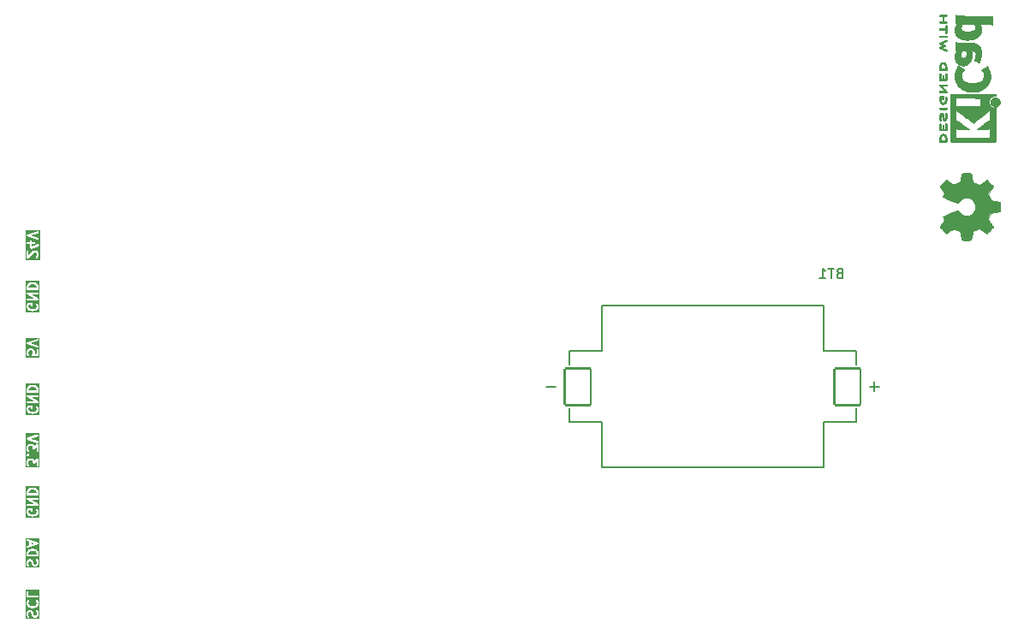
<source format=gbr>
%TF.GenerationSoftware,KiCad,Pcbnew,8.0.4-8.0.4-0~ubuntu22.04.1*%
%TF.CreationDate,2024-08-03T20:12:04+03:00*%
%TF.ProjectId,PM-CPU-ESP,504d2d43-5055-42d4-9553-502e6b696361,rev?*%
%TF.SameCoordinates,Original*%
%TF.FileFunction,Legend,Bot*%
%TF.FilePolarity,Positive*%
%FSLAX46Y46*%
G04 Gerber Fmt 4.6, Leading zero omitted, Abs format (unit mm)*
G04 Created by KiCad (PCBNEW 8.0.4-8.0.4-0~ubuntu22.04.1) date 2024-08-03 20:12:04*
%MOMM*%
%LPD*%
G01*
G04 APERTURE LIST*
G04 Aperture macros list*
%AMRoundRect*
0 Rectangle with rounded corners*
0 $1 Rounding radius*
0 $2 $3 $4 $5 $6 $7 $8 $9 X,Y pos of 4 corners*
0 Add a 4 corners polygon primitive as box body*
4,1,4,$2,$3,$4,$5,$6,$7,$8,$9,$2,$3,0*
0 Add four circle primitives for the rounded corners*
1,1,$1+$1,$2,$3*
1,1,$1+$1,$4,$5*
1,1,$1+$1,$6,$7*
1,1,$1+$1,$8,$9*
0 Add four rect primitives between the rounded corners*
20,1,$1+$1,$2,$3,$4,$5,0*
20,1,$1+$1,$4,$5,$6,$7,0*
20,1,$1+$1,$6,$7,$8,$9,0*
20,1,$1+$1,$8,$9,$2,$3,0*%
G04 Aperture macros list end*
%ADD10C,0.200000*%
%ADD11C,0.150000*%
%ADD12C,0.127000*%
%ADD13C,0.010000*%
%ADD14R,1.700000X1.700000*%
%ADD15O,1.700000X1.700000*%
%ADD16C,2.500000*%
%ADD17R,1.524000X1.524000*%
%ADD18C,1.524000*%
%ADD19C,3.200000*%
%ADD20R,1.665000X1.665000*%
%ADD21C,1.665000*%
%ADD22C,1.950000*%
%ADD23C,2.650000*%
%ADD24C,2.350000*%
%ADD25R,3.500000X3.500000*%
%ADD26C,3.500000*%
%ADD27RoundRect,0.102000X1.295000X1.805000X-1.295000X1.805000X-1.295000X-1.805000X1.295000X-1.805000X0*%
G04 APERTURE END LIST*
D10*
G36*
X32508891Y-111891586D02*
G01*
X31086669Y-111891586D01*
X31086669Y-111299523D01*
X31197780Y-111299523D01*
X31197780Y-111537618D01*
X31198752Y-111547491D01*
X31198565Y-111550126D01*
X31199352Y-111553589D01*
X31199701Y-111557127D01*
X31200712Y-111559568D01*
X31202912Y-111569241D01*
X31250532Y-111712099D01*
X31258524Y-111729999D01*
X31284089Y-111759475D01*
X31318988Y-111776924D01*
X31357908Y-111779690D01*
X31394924Y-111767351D01*
X31424400Y-111741786D01*
X31441849Y-111706887D01*
X31444615Y-111667967D01*
X31440268Y-111648852D01*
X31397780Y-111521390D01*
X31397780Y-111323129D01*
X31427583Y-111263522D01*
X31452254Y-111238851D01*
X31511864Y-111209047D01*
X31559888Y-111209047D01*
X31619497Y-111238852D01*
X31644166Y-111263520D01*
X31679619Y-111334427D01*
X31724576Y-111514252D01*
X31725089Y-111515689D01*
X31725141Y-111516412D01*
X31728249Y-111524536D01*
X31731171Y-111532713D01*
X31731601Y-111533293D01*
X31732147Y-111534720D01*
X31779766Y-111629958D01*
X31785051Y-111638354D01*
X31786062Y-111640794D01*
X31788315Y-111643540D01*
X31790209Y-111646548D01*
X31792203Y-111648277D01*
X31798498Y-111655948D01*
X31846117Y-111703566D01*
X31853783Y-111709858D01*
X31855516Y-111711856D01*
X31858524Y-111713749D01*
X31861270Y-111716003D01*
X31863710Y-111717013D01*
X31872107Y-111722299D01*
X31967344Y-111769918D01*
X31985653Y-111776924D01*
X31989236Y-111777178D01*
X31992557Y-111778554D01*
X32012066Y-111780475D01*
X32107304Y-111780475D01*
X32126813Y-111778554D01*
X32130133Y-111777178D01*
X32133717Y-111776924D01*
X32152025Y-111769918D01*
X32247263Y-111722299D01*
X32255659Y-111717013D01*
X32258099Y-111716003D01*
X32260845Y-111713749D01*
X32263853Y-111711856D01*
X32265582Y-111709861D01*
X32273253Y-111703567D01*
X32320871Y-111655948D01*
X32327163Y-111648281D01*
X32329161Y-111646549D01*
X32331054Y-111643540D01*
X32333308Y-111640795D01*
X32334318Y-111638354D01*
X32339604Y-111629958D01*
X32387223Y-111534721D01*
X32394229Y-111516412D01*
X32394483Y-111512828D01*
X32395859Y-111509508D01*
X32397780Y-111489999D01*
X32397780Y-111251904D01*
X32396807Y-111242030D01*
X32396995Y-111239396D01*
X32396207Y-111235932D01*
X32395859Y-111232395D01*
X32394847Y-111229953D01*
X32392648Y-111220281D01*
X32345029Y-111077424D01*
X32337038Y-111059524D01*
X32311473Y-111030048D01*
X32276574Y-111012598D01*
X32237654Y-111009832D01*
X32200638Y-111022170D01*
X32171162Y-111047735D01*
X32153712Y-111082634D01*
X32150946Y-111121554D01*
X32155293Y-111140670D01*
X32197780Y-111268130D01*
X32197780Y-111466392D01*
X32167975Y-111526001D01*
X32143306Y-111550669D01*
X32083697Y-111580475D01*
X32035673Y-111580475D01*
X31976063Y-111550670D01*
X31951395Y-111526001D01*
X31915941Y-111455094D01*
X31870985Y-111275269D01*
X31870471Y-111273830D01*
X31870420Y-111273110D01*
X31867311Y-111264985D01*
X31864390Y-111256809D01*
X31863960Y-111256229D01*
X31863414Y-111254801D01*
X31815795Y-111159564D01*
X31810509Y-111151167D01*
X31809499Y-111148727D01*
X31807245Y-111145981D01*
X31805352Y-111142973D01*
X31803354Y-111141240D01*
X31797062Y-111133574D01*
X31749444Y-111085955D01*
X31741773Y-111079660D01*
X31740044Y-111077666D01*
X31737036Y-111075772D01*
X31734290Y-111073519D01*
X31731850Y-111072508D01*
X31723454Y-111067223D01*
X31628216Y-111019604D01*
X31609908Y-111012598D01*
X31606324Y-111012343D01*
X31603004Y-111010968D01*
X31583495Y-111009047D01*
X31488257Y-111009047D01*
X31468748Y-111010968D01*
X31465427Y-111012343D01*
X31461844Y-111012598D01*
X31443535Y-111019604D01*
X31348298Y-111067223D01*
X31339901Y-111072508D01*
X31337461Y-111073519D01*
X31334715Y-111075772D01*
X31331707Y-111077666D01*
X31329974Y-111079663D01*
X31322308Y-111085956D01*
X31274689Y-111133574D01*
X31268397Y-111141240D01*
X31266401Y-111142972D01*
X31264506Y-111145982D01*
X31262253Y-111148728D01*
X31261242Y-111151167D01*
X31255958Y-111159563D01*
X31208338Y-111254801D01*
X31201331Y-111273109D01*
X31201076Y-111276694D01*
X31199701Y-111280014D01*
X31197780Y-111299523D01*
X31086669Y-111299523D01*
X31086669Y-110299523D01*
X31197780Y-110299523D01*
X31197780Y-110394761D01*
X31198752Y-110404634D01*
X31198565Y-110407269D01*
X31199352Y-110410732D01*
X31199701Y-110414270D01*
X31200712Y-110416711D01*
X31202912Y-110426384D01*
X31250532Y-110569242D01*
X31258524Y-110587142D01*
X31260878Y-110589856D01*
X31262253Y-110593175D01*
X31274689Y-110608329D01*
X31369927Y-110703567D01*
X31377593Y-110709858D01*
X31379326Y-110711856D01*
X31382337Y-110713751D01*
X31385081Y-110716003D01*
X31387518Y-110717012D01*
X31395917Y-110722299D01*
X31491154Y-110769918D01*
X31492582Y-110770464D01*
X31493162Y-110770894D01*
X31501338Y-110773815D01*
X31509463Y-110776924D01*
X31510183Y-110776975D01*
X31511622Y-110777489D01*
X31702098Y-110825108D01*
X31705479Y-110825608D01*
X31706843Y-110826173D01*
X31714193Y-110826896D01*
X31721491Y-110827976D01*
X31722949Y-110827758D01*
X31726352Y-110828094D01*
X31869209Y-110828094D01*
X31872611Y-110827758D01*
X31874070Y-110827976D01*
X31881367Y-110826896D01*
X31888718Y-110826173D01*
X31890081Y-110825608D01*
X31893463Y-110825108D01*
X32083938Y-110777489D01*
X32085375Y-110776975D01*
X32086098Y-110776924D01*
X32094222Y-110773815D01*
X32102399Y-110770894D01*
X32102979Y-110770463D01*
X32104406Y-110769918D01*
X32199644Y-110722299D01*
X32208040Y-110717013D01*
X32210480Y-110716003D01*
X32213226Y-110713749D01*
X32216234Y-110711856D01*
X32217963Y-110709861D01*
X32225634Y-110703567D01*
X32320872Y-110608329D01*
X32333308Y-110593175D01*
X32334682Y-110589856D01*
X32337038Y-110587141D01*
X32345029Y-110569241D01*
X32392648Y-110426384D01*
X32394847Y-110416711D01*
X32395859Y-110414270D01*
X32396207Y-110410732D01*
X32396995Y-110407269D01*
X32396807Y-110404634D01*
X32397780Y-110394761D01*
X32397780Y-110299523D01*
X32396807Y-110289649D01*
X32396995Y-110287015D01*
X32396207Y-110283551D01*
X32395859Y-110280014D01*
X32394847Y-110277572D01*
X32392648Y-110267900D01*
X32345029Y-110125043D01*
X32337038Y-110107143D01*
X32334682Y-110104427D01*
X32333308Y-110101108D01*
X32320871Y-110085955D01*
X32273253Y-110038336D01*
X32258099Y-110025900D01*
X32222051Y-110010968D01*
X32183033Y-110010968D01*
X32146985Y-110025900D01*
X32119395Y-110053490D01*
X32104463Y-110089538D01*
X32104463Y-110128556D01*
X32119395Y-110164604D01*
X32131831Y-110179758D01*
X32162758Y-110210684D01*
X32197780Y-110315749D01*
X32197780Y-110378534D01*
X32162758Y-110483598D01*
X32095686Y-110550670D01*
X32024780Y-110586123D01*
X31856899Y-110628094D01*
X31738661Y-110628094D01*
X31570780Y-110586123D01*
X31499875Y-110550671D01*
X31432802Y-110483598D01*
X31397780Y-110378533D01*
X31397780Y-110315750D01*
X31432802Y-110210685D01*
X31463729Y-110179758D01*
X31476166Y-110164605D01*
X31491097Y-110128556D01*
X31491097Y-110089538D01*
X31476166Y-110053490D01*
X31448576Y-110025900D01*
X31412528Y-110010969D01*
X31373510Y-110010969D01*
X31337461Y-110025900D01*
X31322308Y-110038337D01*
X31274689Y-110085955D01*
X31262253Y-110101109D01*
X31260878Y-110104427D01*
X31258524Y-110107142D01*
X31250532Y-110125042D01*
X31202912Y-110267900D01*
X31200712Y-110277572D01*
X31199701Y-110280014D01*
X31199352Y-110283551D01*
X31198565Y-110287015D01*
X31198752Y-110289649D01*
X31197780Y-110299523D01*
X31086669Y-110299523D01*
X31086669Y-109204285D01*
X31197780Y-109204285D01*
X31197780Y-109680475D01*
X31199701Y-109699984D01*
X31214633Y-109736032D01*
X31242223Y-109763622D01*
X31278271Y-109778554D01*
X31297780Y-109780475D01*
X32297780Y-109780475D01*
X32317289Y-109778554D01*
X32353337Y-109763622D01*
X32380927Y-109736032D01*
X32395859Y-109699984D01*
X32395859Y-109660966D01*
X32380927Y-109624918D01*
X32353337Y-109597328D01*
X32317289Y-109582396D01*
X32297780Y-109580475D01*
X31397780Y-109580475D01*
X31397780Y-109204285D01*
X31395859Y-109184776D01*
X31380927Y-109148728D01*
X31353337Y-109121138D01*
X31317289Y-109106206D01*
X31278271Y-109106206D01*
X31242223Y-109121138D01*
X31214633Y-109148728D01*
X31199701Y-109184776D01*
X31197780Y-109204285D01*
X31086669Y-109204285D01*
X31086669Y-108995095D01*
X32508891Y-108995095D01*
X32508891Y-111891586D01*
G37*
G36*
X32024780Y-88978636D02*
G01*
X32095686Y-89014089D01*
X32162758Y-89081161D01*
X32197780Y-89186225D01*
X32197780Y-89308094D01*
X31397780Y-89308094D01*
X31397780Y-89186226D01*
X31432802Y-89081161D01*
X31499875Y-89014089D01*
X31570780Y-88978636D01*
X31738661Y-88936666D01*
X31856899Y-88936666D01*
X32024780Y-88978636D01*
G37*
G36*
X32508891Y-91714443D02*
G01*
X31086669Y-91714443D01*
X31086669Y-91074761D01*
X31197780Y-91074761D01*
X31197780Y-91169999D01*
X31198752Y-91179872D01*
X31198565Y-91182507D01*
X31199352Y-91185970D01*
X31199701Y-91189508D01*
X31200712Y-91191949D01*
X31202912Y-91201622D01*
X31250532Y-91344480D01*
X31258524Y-91362380D01*
X31260878Y-91365094D01*
X31262253Y-91368413D01*
X31274689Y-91383567D01*
X31369927Y-91478805D01*
X31377593Y-91485096D01*
X31379326Y-91487094D01*
X31382337Y-91488989D01*
X31385081Y-91491241D01*
X31387518Y-91492250D01*
X31395917Y-91497537D01*
X31491154Y-91545156D01*
X31492582Y-91545702D01*
X31493162Y-91546132D01*
X31501338Y-91549053D01*
X31509463Y-91552162D01*
X31510183Y-91552213D01*
X31511622Y-91552727D01*
X31702098Y-91600346D01*
X31705479Y-91600846D01*
X31706843Y-91601411D01*
X31714193Y-91602134D01*
X31721491Y-91603214D01*
X31722949Y-91602996D01*
X31726352Y-91603332D01*
X31869209Y-91603332D01*
X31872611Y-91602996D01*
X31874070Y-91603214D01*
X31881367Y-91602134D01*
X31888718Y-91601411D01*
X31890081Y-91600846D01*
X31893463Y-91600346D01*
X32083938Y-91552727D01*
X32085375Y-91552213D01*
X32086098Y-91552162D01*
X32094222Y-91549053D01*
X32102399Y-91546132D01*
X32102979Y-91545701D01*
X32104406Y-91545156D01*
X32199644Y-91497537D01*
X32208040Y-91492251D01*
X32210480Y-91491241D01*
X32213226Y-91488987D01*
X32216234Y-91487094D01*
X32217963Y-91485099D01*
X32225634Y-91478805D01*
X32320872Y-91383567D01*
X32333308Y-91368413D01*
X32334682Y-91365094D01*
X32337038Y-91362379D01*
X32345029Y-91344479D01*
X32392648Y-91201622D01*
X32394847Y-91191949D01*
X32395859Y-91189508D01*
X32396207Y-91185970D01*
X32396995Y-91182507D01*
X32396807Y-91179872D01*
X32397780Y-91169999D01*
X32397780Y-91027142D01*
X32395859Y-91007633D01*
X32394483Y-91004312D01*
X32394229Y-91000729D01*
X32387223Y-90982420D01*
X32339604Y-90887183D01*
X32329161Y-90870592D01*
X32299684Y-90845028D01*
X32262668Y-90832689D01*
X32223748Y-90835455D01*
X32188849Y-90852904D01*
X32163285Y-90882381D01*
X32150946Y-90919397D01*
X32153712Y-90958317D01*
X32160718Y-90976625D01*
X32197780Y-91050749D01*
X32197780Y-91153772D01*
X32162758Y-91258836D01*
X32095686Y-91325908D01*
X32024780Y-91361361D01*
X31856899Y-91403332D01*
X31738661Y-91403332D01*
X31570780Y-91361361D01*
X31499875Y-91325909D01*
X31432802Y-91258836D01*
X31397780Y-91153771D01*
X31397780Y-91090988D01*
X31432802Y-90985923D01*
X31434441Y-90984285D01*
X31626352Y-90984285D01*
X31626352Y-91074761D01*
X31628273Y-91094270D01*
X31643205Y-91130318D01*
X31670795Y-91157908D01*
X31706843Y-91172840D01*
X31745861Y-91172840D01*
X31781909Y-91157908D01*
X31809499Y-91130318D01*
X31824431Y-91094270D01*
X31826352Y-91074761D01*
X31826352Y-90884285D01*
X31824431Y-90864776D01*
X31809499Y-90828728D01*
X31781909Y-90801138D01*
X31745861Y-90786206D01*
X31726352Y-90784285D01*
X31393019Y-90784285D01*
X31373510Y-90786206D01*
X31348019Y-90796764D01*
X31337461Y-90801138D01*
X31322308Y-90813575D01*
X31274689Y-90861193D01*
X31262253Y-90876347D01*
X31260878Y-90879665D01*
X31258524Y-90882380D01*
X31250532Y-90900280D01*
X31202912Y-91043138D01*
X31200712Y-91052810D01*
X31199701Y-91055252D01*
X31199352Y-91058789D01*
X31198565Y-91062253D01*
X31198752Y-91064887D01*
X31197780Y-91074761D01*
X31086669Y-91074761D01*
X31086669Y-89891270D01*
X31198024Y-89891270D01*
X31199701Y-89897418D01*
X31199701Y-89903794D01*
X31204792Y-89916084D01*
X31208291Y-89928913D01*
X31212193Y-89933951D01*
X31214633Y-89939842D01*
X31224038Y-89949247D01*
X31232181Y-89959762D01*
X31240356Y-89965565D01*
X31242223Y-89967432D01*
X31244055Y-89968190D01*
X31248166Y-89971109D01*
X31921224Y-90355713D01*
X31297780Y-90355713D01*
X31278271Y-90357634D01*
X31242223Y-90372566D01*
X31214633Y-90400156D01*
X31199701Y-90436204D01*
X31199701Y-90475222D01*
X31214633Y-90511270D01*
X31242223Y-90538860D01*
X31278271Y-90553792D01*
X31297780Y-90555713D01*
X32297780Y-90555713D01*
X32302797Y-90555218D01*
X32304765Y-90555469D01*
X32307311Y-90554774D01*
X32317289Y-90553792D01*
X32329575Y-90548702D01*
X32342408Y-90545203D01*
X32347449Y-90541298D01*
X32353337Y-90538860D01*
X32362740Y-90529456D01*
X32373257Y-90521312D01*
X32376419Y-90515777D01*
X32380927Y-90511270D01*
X32386015Y-90498984D01*
X32392616Y-90487435D01*
X32393419Y-90481110D01*
X32395859Y-90475222D01*
X32395859Y-90461922D01*
X32397536Y-90448729D01*
X32395859Y-90442579D01*
X32395859Y-90436204D01*
X32390769Y-90423917D01*
X32387270Y-90411085D01*
X32383365Y-90406043D01*
X32380927Y-90400156D01*
X32371523Y-90390752D01*
X32363379Y-90380236D01*
X32355203Y-90374432D01*
X32353337Y-90372566D01*
X32351504Y-90371807D01*
X32347394Y-90368889D01*
X31674336Y-89984285D01*
X32297780Y-89984285D01*
X32317289Y-89982364D01*
X32353337Y-89967432D01*
X32380927Y-89939842D01*
X32395859Y-89903794D01*
X32395859Y-89864776D01*
X32380927Y-89828728D01*
X32353337Y-89801138D01*
X32317289Y-89786206D01*
X32297780Y-89784285D01*
X31297780Y-89784285D01*
X31292762Y-89784779D01*
X31290795Y-89784529D01*
X31288248Y-89785223D01*
X31278271Y-89786206D01*
X31265980Y-89791297D01*
X31253152Y-89794796D01*
X31248113Y-89798698D01*
X31242223Y-89801138D01*
X31232817Y-89810543D01*
X31222303Y-89818686D01*
X31219140Y-89824220D01*
X31214633Y-89828728D01*
X31209544Y-89841013D01*
X31202944Y-89852563D01*
X31202140Y-89858887D01*
X31199701Y-89864776D01*
X31199701Y-89878076D01*
X31198024Y-89891270D01*
X31086669Y-89891270D01*
X31086669Y-89169999D01*
X31197780Y-89169999D01*
X31197780Y-89408094D01*
X31199701Y-89427603D01*
X31214633Y-89463651D01*
X31242223Y-89491241D01*
X31278271Y-89506173D01*
X31297780Y-89508094D01*
X32297780Y-89508094D01*
X32317289Y-89506173D01*
X32353337Y-89491241D01*
X32380927Y-89463651D01*
X32395859Y-89427603D01*
X32397780Y-89408094D01*
X32397780Y-89169999D01*
X32396807Y-89160125D01*
X32396995Y-89157491D01*
X32396207Y-89154027D01*
X32395859Y-89150490D01*
X32394847Y-89148048D01*
X32392648Y-89138376D01*
X32345029Y-88995519D01*
X32337038Y-88977619D01*
X32334682Y-88974903D01*
X32333308Y-88971585D01*
X32320872Y-88956431D01*
X32225634Y-88861193D01*
X32217963Y-88854898D01*
X32216234Y-88852904D01*
X32213226Y-88851010D01*
X32210480Y-88848757D01*
X32208040Y-88847746D01*
X32199644Y-88842461D01*
X32104406Y-88794842D01*
X32102979Y-88794296D01*
X32102399Y-88793866D01*
X32094222Y-88790944D01*
X32086098Y-88787836D01*
X32085375Y-88787784D01*
X32083938Y-88787271D01*
X31893463Y-88739652D01*
X31890081Y-88739151D01*
X31888718Y-88738587D01*
X31881367Y-88737863D01*
X31874070Y-88736784D01*
X31872611Y-88737001D01*
X31869209Y-88736666D01*
X31726352Y-88736666D01*
X31722949Y-88737001D01*
X31721491Y-88736784D01*
X31714193Y-88737863D01*
X31706843Y-88738587D01*
X31705479Y-88739151D01*
X31702098Y-88739652D01*
X31511622Y-88787271D01*
X31510183Y-88787784D01*
X31509463Y-88787836D01*
X31501338Y-88790944D01*
X31493162Y-88793866D01*
X31492582Y-88794295D01*
X31491154Y-88794842D01*
X31395917Y-88842461D01*
X31387518Y-88847747D01*
X31385081Y-88848757D01*
X31382337Y-88851008D01*
X31379326Y-88852904D01*
X31377593Y-88854901D01*
X31369927Y-88861193D01*
X31274689Y-88956431D01*
X31262253Y-88971585D01*
X31260878Y-88974903D01*
X31258524Y-88977618D01*
X31250532Y-88995518D01*
X31202912Y-89138376D01*
X31200712Y-89148048D01*
X31199701Y-89150490D01*
X31199352Y-89154027D01*
X31198565Y-89157491D01*
X31198752Y-89160125D01*
X31197780Y-89169999D01*
X31086669Y-89169999D01*
X31086669Y-88625555D01*
X32508891Y-88625555D01*
X32508891Y-91714443D01*
G37*
G36*
X32508891Y-86014929D02*
G01*
X31086669Y-86014929D01*
X31086669Y-85423333D01*
X31197780Y-85423333D01*
X31197780Y-85661428D01*
X31199701Y-85680937D01*
X31201076Y-85684256D01*
X31201331Y-85687842D01*
X31208338Y-85706150D01*
X31255958Y-85801388D01*
X31261242Y-85809783D01*
X31262253Y-85812223D01*
X31264506Y-85814968D01*
X31266401Y-85817979D01*
X31268397Y-85819710D01*
X31274689Y-85827377D01*
X31322308Y-85874995D01*
X31337461Y-85887432D01*
X31373510Y-85902363D01*
X31412528Y-85902363D01*
X31448576Y-85887432D01*
X31476166Y-85859842D01*
X31491097Y-85823794D01*
X31491097Y-85784776D01*
X31476166Y-85748727D01*
X31463729Y-85733574D01*
X31427583Y-85697428D01*
X31397780Y-85637821D01*
X31397780Y-85446939D01*
X31427583Y-85387332D01*
X31452254Y-85362661D01*
X31511864Y-85332857D01*
X31702745Y-85332857D01*
X31762354Y-85362662D01*
X31787023Y-85387330D01*
X31816828Y-85446940D01*
X31816828Y-85637821D01*
X31787023Y-85697430D01*
X31750879Y-85733574D01*
X31738443Y-85748728D01*
X31736515Y-85753380D01*
X31733328Y-85757277D01*
X31729107Y-85771266D01*
X31723511Y-85784776D01*
X31723511Y-85789813D01*
X31722057Y-85794632D01*
X31723511Y-85809173D01*
X31723511Y-85823794D01*
X31725438Y-85828446D01*
X31725939Y-85833456D01*
X31732848Y-85846336D01*
X31738443Y-85859842D01*
X31742003Y-85863402D01*
X31744384Y-85867840D01*
X31755696Y-85877095D01*
X31766033Y-85887432D01*
X31770685Y-85889359D01*
X31774582Y-85892547D01*
X31788571Y-85896767D01*
X31802081Y-85902364D01*
X31807118Y-85902364D01*
X31811937Y-85903818D01*
X31831540Y-85903789D01*
X32307730Y-85856170D01*
X32314839Y-85854745D01*
X32317289Y-85854745D01*
X32319586Y-85853793D01*
X32326951Y-85852317D01*
X32339831Y-85845407D01*
X32353337Y-85839813D01*
X32356897Y-85836252D01*
X32361335Y-85833872D01*
X32370590Y-85822559D01*
X32380927Y-85812223D01*
X32382854Y-85807570D01*
X32386042Y-85803674D01*
X32390262Y-85789684D01*
X32395859Y-85776175D01*
X32396595Y-85768697D01*
X32397313Y-85766319D01*
X32397069Y-85763882D01*
X32397780Y-85756666D01*
X32397780Y-85280476D01*
X32395859Y-85260967D01*
X32380927Y-85224919D01*
X32353337Y-85197329D01*
X32317289Y-85182397D01*
X32278271Y-85182397D01*
X32242223Y-85197329D01*
X32214633Y-85224919D01*
X32199701Y-85260967D01*
X32197780Y-85280476D01*
X32197780Y-85666167D01*
X32013507Y-85684594D01*
X32013531Y-85684257D01*
X32014907Y-85680937D01*
X32016828Y-85661428D01*
X32016828Y-85423333D01*
X32014907Y-85403824D01*
X32013531Y-85400503D01*
X32013277Y-85396920D01*
X32006271Y-85378611D01*
X31958652Y-85283374D01*
X31953366Y-85274977D01*
X31952356Y-85272537D01*
X31950102Y-85269791D01*
X31948209Y-85266783D01*
X31946211Y-85265050D01*
X31939919Y-85257384D01*
X31892301Y-85209765D01*
X31884630Y-85203470D01*
X31882901Y-85201476D01*
X31879893Y-85199582D01*
X31877147Y-85197329D01*
X31874707Y-85196318D01*
X31866311Y-85191033D01*
X31771073Y-85143414D01*
X31752765Y-85136408D01*
X31749181Y-85136153D01*
X31745861Y-85134778D01*
X31726352Y-85132857D01*
X31488257Y-85132857D01*
X31468748Y-85134778D01*
X31465427Y-85136153D01*
X31461844Y-85136408D01*
X31443535Y-85143414D01*
X31348298Y-85191033D01*
X31339901Y-85196318D01*
X31337461Y-85197329D01*
X31334715Y-85199582D01*
X31331707Y-85201476D01*
X31329974Y-85203473D01*
X31322308Y-85209766D01*
X31274689Y-85257384D01*
X31268397Y-85265050D01*
X31266401Y-85266782D01*
X31264506Y-85269792D01*
X31262253Y-85272538D01*
X31261242Y-85274977D01*
X31255958Y-85283373D01*
X31208338Y-85378611D01*
X31201331Y-85396919D01*
X31201076Y-85400504D01*
X31199701Y-85403824D01*
X31197780Y-85423333D01*
X31086669Y-85423333D01*
X31086669Y-84601302D01*
X31198565Y-84601302D01*
X31199453Y-84613809D01*
X31198565Y-84626316D01*
X31200824Y-84633094D01*
X31201331Y-84640222D01*
X31206937Y-84651434D01*
X31210903Y-84663332D01*
X31215586Y-84668731D01*
X31218781Y-84675121D01*
X31228252Y-84683336D01*
X31236468Y-84692808D01*
X31242857Y-84696002D01*
X31248257Y-84700686D01*
X31266157Y-84708677D01*
X32266157Y-85042010D01*
X32285272Y-85046357D01*
X32324192Y-85043591D01*
X32359091Y-85026141D01*
X32384656Y-84996665D01*
X32396995Y-84959649D01*
X32394228Y-84920729D01*
X32376779Y-84885830D01*
X32347303Y-84860265D01*
X32329402Y-84852274D01*
X31614007Y-84613809D01*
X32329402Y-84375344D01*
X32347303Y-84367353D01*
X32376779Y-84341788D01*
X32394228Y-84306889D01*
X32396995Y-84267969D01*
X32384656Y-84230953D01*
X32359091Y-84201477D01*
X32324192Y-84184027D01*
X32285272Y-84181261D01*
X32266157Y-84185608D01*
X31266157Y-84518941D01*
X31248257Y-84526932D01*
X31242857Y-84531615D01*
X31236468Y-84534810D01*
X31228252Y-84544281D01*
X31218781Y-84552497D01*
X31215586Y-84558886D01*
X31210903Y-84564286D01*
X31206937Y-84576183D01*
X31201331Y-84587396D01*
X31200824Y-84594523D01*
X31198565Y-84601302D01*
X31086669Y-84601302D01*
X31086669Y-84070150D01*
X32508891Y-84070150D01*
X32508891Y-86014929D01*
G37*
G36*
X32508891Y-96935379D02*
G01*
X31086669Y-96935379D01*
X31086669Y-96297618D01*
X31197780Y-96297618D01*
X31197780Y-96583332D01*
X31199701Y-96602841D01*
X31201076Y-96606160D01*
X31201331Y-96609746D01*
X31208338Y-96628054D01*
X31255958Y-96723292D01*
X31261242Y-96731687D01*
X31262253Y-96734127D01*
X31264506Y-96736872D01*
X31266401Y-96739883D01*
X31268397Y-96741614D01*
X31274689Y-96749281D01*
X31322308Y-96796899D01*
X31337461Y-96809336D01*
X31373510Y-96824267D01*
X31412528Y-96824267D01*
X31448576Y-96809336D01*
X31476166Y-96781746D01*
X31491097Y-96745698D01*
X31491097Y-96706680D01*
X31476166Y-96670631D01*
X31463729Y-96655478D01*
X31427583Y-96619332D01*
X31397780Y-96559725D01*
X31397780Y-96321224D01*
X31427583Y-96261617D01*
X31452254Y-96236946D01*
X31511864Y-96207142D01*
X31702745Y-96207142D01*
X31762354Y-96236947D01*
X31787023Y-96261615D01*
X31816828Y-96321225D01*
X31816828Y-96440475D01*
X31817843Y-96450792D01*
X31817669Y-96453417D01*
X31818280Y-96455224D01*
X31818749Y-96459984D01*
X31824964Y-96474989D01*
X31830169Y-96490378D01*
X31832390Y-96492917D01*
X31833681Y-96496032D01*
X31845165Y-96507516D01*
X31855863Y-96519742D01*
X31858886Y-96521237D01*
X31861271Y-96523622D01*
X31876277Y-96529838D01*
X31890838Y-96537039D01*
X31894203Y-96537263D01*
X31897319Y-96538554D01*
X31913567Y-96538554D01*
X31929770Y-96539634D01*
X31932963Y-96538554D01*
X31936337Y-96538554D01*
X31951342Y-96532338D01*
X31966731Y-96527134D01*
X31970621Y-96524352D01*
X31972385Y-96523622D01*
X31974244Y-96521762D01*
X31982678Y-96515733D01*
X32197780Y-96327519D01*
X32197780Y-96726189D01*
X32199701Y-96745698D01*
X32214633Y-96781746D01*
X32242223Y-96809336D01*
X32278271Y-96824268D01*
X32317289Y-96824268D01*
X32353337Y-96809336D01*
X32380927Y-96781746D01*
X32395859Y-96745698D01*
X32397780Y-96726189D01*
X32397780Y-96107142D01*
X32396764Y-96096824D01*
X32396939Y-96094200D01*
X32396327Y-96092392D01*
X32395859Y-96087633D01*
X32389644Y-96072629D01*
X32384439Y-96057238D01*
X32382216Y-96054698D01*
X32380927Y-96051585D01*
X32369449Y-96040107D01*
X32358745Y-96027874D01*
X32355720Y-96026378D01*
X32353337Y-96023995D01*
X32338335Y-96017780D01*
X32323770Y-96010578D01*
X32320404Y-96010353D01*
X32317289Y-96009063D01*
X32301041Y-96009063D01*
X32284838Y-96007983D01*
X32281645Y-96009063D01*
X32278271Y-96009063D01*
X32263265Y-96015278D01*
X32247877Y-96020483D01*
X32243986Y-96023264D01*
X32242223Y-96023995D01*
X32240363Y-96025854D01*
X32231930Y-96031884D01*
X31998076Y-96236506D01*
X31958652Y-96157659D01*
X31953366Y-96149262D01*
X31952356Y-96146822D01*
X31950102Y-96144076D01*
X31948209Y-96141068D01*
X31946211Y-96139335D01*
X31939919Y-96131669D01*
X31892301Y-96084050D01*
X31884630Y-96077755D01*
X31882901Y-96075761D01*
X31879893Y-96073867D01*
X31877147Y-96071614D01*
X31874707Y-96070603D01*
X31866311Y-96065318D01*
X31771073Y-96017699D01*
X31752765Y-96010693D01*
X31749181Y-96010438D01*
X31745861Y-96009063D01*
X31726352Y-96007142D01*
X31488257Y-96007142D01*
X31468748Y-96009063D01*
X31465427Y-96010438D01*
X31461844Y-96010693D01*
X31443535Y-96017699D01*
X31348298Y-96065318D01*
X31339901Y-96070603D01*
X31337461Y-96071614D01*
X31334715Y-96073867D01*
X31331707Y-96075761D01*
X31329974Y-96077758D01*
X31322308Y-96084051D01*
X31274689Y-96131669D01*
X31268397Y-96139335D01*
X31266401Y-96141067D01*
X31264506Y-96144077D01*
X31262253Y-96146823D01*
X31261242Y-96149262D01*
X31255958Y-96157658D01*
X31208338Y-96252896D01*
X31201331Y-96271204D01*
X31201076Y-96274789D01*
X31199701Y-96278109D01*
X31197780Y-96297618D01*
X31086669Y-96297618D01*
X31086669Y-95659061D01*
X31199701Y-95659061D01*
X31199701Y-95698079D01*
X31201185Y-95701662D01*
X31214632Y-95734127D01*
X31214633Y-95734128D01*
X31227070Y-95749281D01*
X31274690Y-95796900D01*
X31289843Y-95809337D01*
X31315333Y-95819894D01*
X31325891Y-95824268D01*
X31325892Y-95824268D01*
X31364909Y-95824268D01*
X31386026Y-95815520D01*
X31400958Y-95809336D01*
X31400962Y-95809331D01*
X31416111Y-95796900D01*
X31463729Y-95749281D01*
X31476166Y-95734128D01*
X31487535Y-95706680D01*
X31491098Y-95698079D01*
X31491098Y-95659061D01*
X31476166Y-95623013D01*
X31476166Y-95623012D01*
X31463729Y-95607859D01*
X31416111Y-95560240D01*
X31400962Y-95547808D01*
X31400958Y-95547804D01*
X31386026Y-95541619D01*
X31364909Y-95532872D01*
X31325891Y-95532872D01*
X31315333Y-95537245D01*
X31289843Y-95547803D01*
X31274690Y-95560240D01*
X31227070Y-95607859D01*
X31214633Y-95623012D01*
X31214632Y-95623013D01*
X31204074Y-95648503D01*
X31199701Y-95659061D01*
X31086669Y-95659061D01*
X31086669Y-94869047D01*
X31197780Y-94869047D01*
X31197780Y-95154761D01*
X31199701Y-95174270D01*
X31201076Y-95177589D01*
X31201331Y-95181175D01*
X31208338Y-95199483D01*
X31255958Y-95294721D01*
X31261242Y-95303116D01*
X31262253Y-95305556D01*
X31264506Y-95308301D01*
X31266401Y-95311312D01*
X31268397Y-95313043D01*
X31274689Y-95320710D01*
X31322308Y-95368328D01*
X31337461Y-95380765D01*
X31373510Y-95395696D01*
X31412528Y-95395696D01*
X31448576Y-95380765D01*
X31476166Y-95353175D01*
X31491097Y-95317127D01*
X31491097Y-95278109D01*
X31476166Y-95242060D01*
X31463729Y-95226907D01*
X31427583Y-95190761D01*
X31397780Y-95131154D01*
X31397780Y-94892653D01*
X31427583Y-94833046D01*
X31452254Y-94808375D01*
X31511864Y-94778571D01*
X31702745Y-94778571D01*
X31762354Y-94808376D01*
X31787023Y-94833044D01*
X31816828Y-94892654D01*
X31816828Y-95011904D01*
X31817843Y-95022221D01*
X31817669Y-95024846D01*
X31818280Y-95026653D01*
X31818749Y-95031413D01*
X31824964Y-95046418D01*
X31830169Y-95061807D01*
X31832390Y-95064346D01*
X31833681Y-95067461D01*
X31845165Y-95078945D01*
X31855863Y-95091171D01*
X31858886Y-95092666D01*
X31861271Y-95095051D01*
X31876277Y-95101267D01*
X31890838Y-95108468D01*
X31894203Y-95108692D01*
X31897319Y-95109983D01*
X31913567Y-95109983D01*
X31929770Y-95111063D01*
X31932963Y-95109983D01*
X31936337Y-95109983D01*
X31951342Y-95103767D01*
X31966731Y-95098563D01*
X31970621Y-95095781D01*
X31972385Y-95095051D01*
X31974244Y-95093191D01*
X31982678Y-95087162D01*
X32197780Y-94898948D01*
X32197780Y-95297618D01*
X32199701Y-95317127D01*
X32214633Y-95353175D01*
X32242223Y-95380765D01*
X32278271Y-95395697D01*
X32317289Y-95395697D01*
X32353337Y-95380765D01*
X32380927Y-95353175D01*
X32395859Y-95317127D01*
X32397780Y-95297618D01*
X32397780Y-94678571D01*
X32396764Y-94668253D01*
X32396939Y-94665629D01*
X32396327Y-94663821D01*
X32395859Y-94659062D01*
X32389644Y-94644058D01*
X32384439Y-94628667D01*
X32382216Y-94626127D01*
X32380927Y-94623014D01*
X32369449Y-94611536D01*
X32358745Y-94599303D01*
X32355720Y-94597807D01*
X32353337Y-94595424D01*
X32338335Y-94589209D01*
X32323770Y-94582007D01*
X32320404Y-94581782D01*
X32317289Y-94580492D01*
X32301041Y-94580492D01*
X32284838Y-94579412D01*
X32281645Y-94580492D01*
X32278271Y-94580492D01*
X32263265Y-94586707D01*
X32247877Y-94591912D01*
X32243986Y-94594693D01*
X32242223Y-94595424D01*
X32240363Y-94597283D01*
X32231930Y-94603313D01*
X31998076Y-94807935D01*
X31958652Y-94729088D01*
X31953366Y-94720691D01*
X31952356Y-94718251D01*
X31950102Y-94715505D01*
X31948209Y-94712497D01*
X31946211Y-94710764D01*
X31939919Y-94703098D01*
X31892301Y-94655479D01*
X31884630Y-94649184D01*
X31882901Y-94647190D01*
X31879893Y-94645296D01*
X31877147Y-94643043D01*
X31874707Y-94642032D01*
X31866311Y-94636747D01*
X31771073Y-94589128D01*
X31752765Y-94582122D01*
X31749181Y-94581867D01*
X31745861Y-94580492D01*
X31726352Y-94578571D01*
X31488257Y-94578571D01*
X31468748Y-94580492D01*
X31465427Y-94581867D01*
X31461844Y-94582122D01*
X31443535Y-94589128D01*
X31348298Y-94636747D01*
X31339901Y-94642032D01*
X31337461Y-94643043D01*
X31334715Y-94645296D01*
X31331707Y-94647190D01*
X31329974Y-94649187D01*
X31322308Y-94655480D01*
X31274689Y-94703098D01*
X31268397Y-94710764D01*
X31266401Y-94712496D01*
X31264506Y-94715506D01*
X31262253Y-94718252D01*
X31261242Y-94720691D01*
X31255958Y-94729087D01*
X31208338Y-94824325D01*
X31201331Y-94842633D01*
X31201076Y-94846218D01*
X31199701Y-94849538D01*
X31197780Y-94869047D01*
X31086669Y-94869047D01*
X31086669Y-94047016D01*
X31198565Y-94047016D01*
X31199453Y-94059523D01*
X31198565Y-94072030D01*
X31200824Y-94078808D01*
X31201331Y-94085936D01*
X31206937Y-94097148D01*
X31210903Y-94109046D01*
X31215586Y-94114445D01*
X31218781Y-94120835D01*
X31228252Y-94129050D01*
X31236468Y-94138522D01*
X31242857Y-94141716D01*
X31248257Y-94146400D01*
X31266157Y-94154391D01*
X32266157Y-94487724D01*
X32285272Y-94492071D01*
X32324192Y-94489305D01*
X32359091Y-94471855D01*
X32384656Y-94442379D01*
X32396995Y-94405363D01*
X32394228Y-94366443D01*
X32376779Y-94331544D01*
X32347303Y-94305979D01*
X32329402Y-94297988D01*
X31614007Y-94059523D01*
X32329402Y-93821058D01*
X32347303Y-93813067D01*
X32376779Y-93787502D01*
X32394228Y-93752603D01*
X32396995Y-93713683D01*
X32384656Y-93676667D01*
X32359091Y-93647191D01*
X32324192Y-93629741D01*
X32285272Y-93626975D01*
X32266157Y-93631322D01*
X31266157Y-93964655D01*
X31248257Y-93972646D01*
X31242857Y-93977329D01*
X31236468Y-93980524D01*
X31228252Y-93989995D01*
X31218781Y-93998211D01*
X31215586Y-94004600D01*
X31210903Y-94010000D01*
X31206937Y-94021897D01*
X31201331Y-94033110D01*
X31200824Y-94040237D01*
X31198565Y-94047016D01*
X31086669Y-94047016D01*
X31086669Y-93515864D01*
X32508891Y-93515864D01*
X32508891Y-96935379D01*
G37*
G36*
X32024780Y-99138636D02*
G01*
X32095686Y-99174089D01*
X32162758Y-99241161D01*
X32197780Y-99346225D01*
X32197780Y-99468094D01*
X31397780Y-99468094D01*
X31397780Y-99346226D01*
X31432802Y-99241161D01*
X31499875Y-99174089D01*
X31570780Y-99138636D01*
X31738661Y-99096666D01*
X31856899Y-99096666D01*
X32024780Y-99138636D01*
G37*
G36*
X32508891Y-101874443D02*
G01*
X31086669Y-101874443D01*
X31086669Y-101234761D01*
X31197780Y-101234761D01*
X31197780Y-101329999D01*
X31198752Y-101339872D01*
X31198565Y-101342507D01*
X31199352Y-101345970D01*
X31199701Y-101349508D01*
X31200712Y-101351949D01*
X31202912Y-101361622D01*
X31250532Y-101504480D01*
X31258524Y-101522380D01*
X31260878Y-101525094D01*
X31262253Y-101528413D01*
X31274689Y-101543567D01*
X31369927Y-101638805D01*
X31377593Y-101645096D01*
X31379326Y-101647094D01*
X31382337Y-101648989D01*
X31385081Y-101651241D01*
X31387518Y-101652250D01*
X31395917Y-101657537D01*
X31491154Y-101705156D01*
X31492582Y-101705702D01*
X31493162Y-101706132D01*
X31501338Y-101709053D01*
X31509463Y-101712162D01*
X31510183Y-101712213D01*
X31511622Y-101712727D01*
X31702098Y-101760346D01*
X31705479Y-101760846D01*
X31706843Y-101761411D01*
X31714193Y-101762134D01*
X31721491Y-101763214D01*
X31722949Y-101762996D01*
X31726352Y-101763332D01*
X31869209Y-101763332D01*
X31872611Y-101762996D01*
X31874070Y-101763214D01*
X31881367Y-101762134D01*
X31888718Y-101761411D01*
X31890081Y-101760846D01*
X31893463Y-101760346D01*
X32083938Y-101712727D01*
X32085375Y-101712213D01*
X32086098Y-101712162D01*
X32094222Y-101709053D01*
X32102399Y-101706132D01*
X32102979Y-101705701D01*
X32104406Y-101705156D01*
X32199644Y-101657537D01*
X32208040Y-101652251D01*
X32210480Y-101651241D01*
X32213226Y-101648987D01*
X32216234Y-101647094D01*
X32217963Y-101645099D01*
X32225634Y-101638805D01*
X32320872Y-101543567D01*
X32333308Y-101528413D01*
X32334682Y-101525094D01*
X32337038Y-101522379D01*
X32345029Y-101504479D01*
X32392648Y-101361622D01*
X32394847Y-101351949D01*
X32395859Y-101349508D01*
X32396207Y-101345970D01*
X32396995Y-101342507D01*
X32396807Y-101339872D01*
X32397780Y-101329999D01*
X32397780Y-101187142D01*
X32395859Y-101167633D01*
X32394483Y-101164312D01*
X32394229Y-101160729D01*
X32387223Y-101142420D01*
X32339604Y-101047183D01*
X32329161Y-101030592D01*
X32299684Y-101005028D01*
X32262668Y-100992689D01*
X32223748Y-100995455D01*
X32188849Y-101012904D01*
X32163285Y-101042381D01*
X32150946Y-101079397D01*
X32153712Y-101118317D01*
X32160718Y-101136625D01*
X32197780Y-101210749D01*
X32197780Y-101313772D01*
X32162758Y-101418836D01*
X32095686Y-101485908D01*
X32024780Y-101521361D01*
X31856899Y-101563332D01*
X31738661Y-101563332D01*
X31570780Y-101521361D01*
X31499875Y-101485909D01*
X31432802Y-101418836D01*
X31397780Y-101313771D01*
X31397780Y-101250988D01*
X31432802Y-101145923D01*
X31434441Y-101144285D01*
X31626352Y-101144285D01*
X31626352Y-101234761D01*
X31628273Y-101254270D01*
X31643205Y-101290318D01*
X31670795Y-101317908D01*
X31706843Y-101332840D01*
X31745861Y-101332840D01*
X31781909Y-101317908D01*
X31809499Y-101290318D01*
X31824431Y-101254270D01*
X31826352Y-101234761D01*
X31826352Y-101044285D01*
X31824431Y-101024776D01*
X31809499Y-100988728D01*
X31781909Y-100961138D01*
X31745861Y-100946206D01*
X31726352Y-100944285D01*
X31393019Y-100944285D01*
X31373510Y-100946206D01*
X31348019Y-100956764D01*
X31337461Y-100961138D01*
X31322308Y-100973575D01*
X31274689Y-101021193D01*
X31262253Y-101036347D01*
X31260878Y-101039665D01*
X31258524Y-101042380D01*
X31250532Y-101060280D01*
X31202912Y-101203138D01*
X31200712Y-101212810D01*
X31199701Y-101215252D01*
X31199352Y-101218789D01*
X31198565Y-101222253D01*
X31198752Y-101224887D01*
X31197780Y-101234761D01*
X31086669Y-101234761D01*
X31086669Y-100051270D01*
X31198024Y-100051270D01*
X31199701Y-100057418D01*
X31199701Y-100063794D01*
X31204792Y-100076084D01*
X31208291Y-100088913D01*
X31212193Y-100093951D01*
X31214633Y-100099842D01*
X31224038Y-100109247D01*
X31232181Y-100119762D01*
X31240356Y-100125565D01*
X31242223Y-100127432D01*
X31244055Y-100128190D01*
X31248166Y-100131109D01*
X31921224Y-100515713D01*
X31297780Y-100515713D01*
X31278271Y-100517634D01*
X31242223Y-100532566D01*
X31214633Y-100560156D01*
X31199701Y-100596204D01*
X31199701Y-100635222D01*
X31214633Y-100671270D01*
X31242223Y-100698860D01*
X31278271Y-100713792D01*
X31297780Y-100715713D01*
X32297780Y-100715713D01*
X32302797Y-100715218D01*
X32304765Y-100715469D01*
X32307311Y-100714774D01*
X32317289Y-100713792D01*
X32329575Y-100708702D01*
X32342408Y-100705203D01*
X32347449Y-100701298D01*
X32353337Y-100698860D01*
X32362740Y-100689456D01*
X32373257Y-100681312D01*
X32376419Y-100675777D01*
X32380927Y-100671270D01*
X32386015Y-100658984D01*
X32392616Y-100647435D01*
X32393419Y-100641110D01*
X32395859Y-100635222D01*
X32395859Y-100621922D01*
X32397536Y-100608729D01*
X32395859Y-100602579D01*
X32395859Y-100596204D01*
X32390769Y-100583917D01*
X32387270Y-100571085D01*
X32383365Y-100566043D01*
X32380927Y-100560156D01*
X32371523Y-100550752D01*
X32363379Y-100540236D01*
X32355203Y-100534432D01*
X32353337Y-100532566D01*
X32351504Y-100531807D01*
X32347394Y-100528889D01*
X31674336Y-100144285D01*
X32297780Y-100144285D01*
X32317289Y-100142364D01*
X32353337Y-100127432D01*
X32380927Y-100099842D01*
X32395859Y-100063794D01*
X32395859Y-100024776D01*
X32380927Y-99988728D01*
X32353337Y-99961138D01*
X32317289Y-99946206D01*
X32297780Y-99944285D01*
X31297780Y-99944285D01*
X31292762Y-99944779D01*
X31290795Y-99944529D01*
X31288248Y-99945223D01*
X31278271Y-99946206D01*
X31265980Y-99951297D01*
X31253152Y-99954796D01*
X31248113Y-99958698D01*
X31242223Y-99961138D01*
X31232817Y-99970543D01*
X31222303Y-99978686D01*
X31219140Y-99984220D01*
X31214633Y-99988728D01*
X31209544Y-100001013D01*
X31202944Y-100012563D01*
X31202140Y-100018887D01*
X31199701Y-100024776D01*
X31199701Y-100038076D01*
X31198024Y-100051270D01*
X31086669Y-100051270D01*
X31086669Y-99329999D01*
X31197780Y-99329999D01*
X31197780Y-99568094D01*
X31199701Y-99587603D01*
X31214633Y-99623651D01*
X31242223Y-99651241D01*
X31278271Y-99666173D01*
X31297780Y-99668094D01*
X32297780Y-99668094D01*
X32317289Y-99666173D01*
X32353337Y-99651241D01*
X32380927Y-99623651D01*
X32395859Y-99587603D01*
X32397780Y-99568094D01*
X32397780Y-99329999D01*
X32396807Y-99320125D01*
X32396995Y-99317491D01*
X32396207Y-99314027D01*
X32395859Y-99310490D01*
X32394847Y-99308048D01*
X32392648Y-99298376D01*
X32345029Y-99155519D01*
X32337038Y-99137619D01*
X32334682Y-99134903D01*
X32333308Y-99131585D01*
X32320872Y-99116431D01*
X32225634Y-99021193D01*
X32217963Y-99014898D01*
X32216234Y-99012904D01*
X32213226Y-99011010D01*
X32210480Y-99008757D01*
X32208040Y-99007746D01*
X32199644Y-99002461D01*
X32104406Y-98954842D01*
X32102979Y-98954296D01*
X32102399Y-98953866D01*
X32094222Y-98950944D01*
X32086098Y-98947836D01*
X32085375Y-98947784D01*
X32083938Y-98947271D01*
X31893463Y-98899652D01*
X31890081Y-98899151D01*
X31888718Y-98898587D01*
X31881367Y-98897863D01*
X31874070Y-98896784D01*
X31872611Y-98897001D01*
X31869209Y-98896666D01*
X31726352Y-98896666D01*
X31722949Y-98897001D01*
X31721491Y-98896784D01*
X31714193Y-98897863D01*
X31706843Y-98898587D01*
X31705479Y-98899151D01*
X31702098Y-98899652D01*
X31511622Y-98947271D01*
X31510183Y-98947784D01*
X31509463Y-98947836D01*
X31501338Y-98950944D01*
X31493162Y-98953866D01*
X31492582Y-98954295D01*
X31491154Y-98954842D01*
X31395917Y-99002461D01*
X31387518Y-99007747D01*
X31385081Y-99008757D01*
X31382337Y-99011008D01*
X31379326Y-99012904D01*
X31377593Y-99014901D01*
X31369927Y-99021193D01*
X31274689Y-99116431D01*
X31262253Y-99131585D01*
X31260878Y-99134903D01*
X31258524Y-99137618D01*
X31250532Y-99155518D01*
X31202912Y-99298376D01*
X31200712Y-99308048D01*
X31199701Y-99310490D01*
X31199352Y-99314027D01*
X31198565Y-99317491D01*
X31198752Y-99320125D01*
X31197780Y-99329999D01*
X31086669Y-99329999D01*
X31086669Y-98785555D01*
X32508891Y-98785555D01*
X32508891Y-101874443D01*
G37*
G36*
X32024780Y-105194827D02*
G01*
X32095686Y-105230280D01*
X32162758Y-105297352D01*
X32197780Y-105402416D01*
X32197780Y-105524285D01*
X31397780Y-105524285D01*
X31397780Y-105402417D01*
X31432802Y-105297352D01*
X31499875Y-105230280D01*
X31570780Y-105194827D01*
X31738661Y-105152857D01*
X31856899Y-105152857D01*
X32024780Y-105194827D01*
G37*
G36*
X31981552Y-104433809D02*
G01*
X31683495Y-104533161D01*
X31683495Y-104334456D01*
X31981552Y-104433809D01*
G37*
G36*
X32508891Y-106835396D02*
G01*
X31086669Y-106835396D01*
X31086669Y-106243333D01*
X31197780Y-106243333D01*
X31197780Y-106481428D01*
X31198752Y-106491301D01*
X31198565Y-106493936D01*
X31199352Y-106497399D01*
X31199701Y-106500937D01*
X31200712Y-106503378D01*
X31202912Y-106513051D01*
X31250532Y-106655909D01*
X31258524Y-106673809D01*
X31284089Y-106703285D01*
X31318988Y-106720734D01*
X31357908Y-106723500D01*
X31394924Y-106711161D01*
X31424400Y-106685596D01*
X31441849Y-106650697D01*
X31444615Y-106611777D01*
X31440268Y-106592662D01*
X31397780Y-106465200D01*
X31397780Y-106266939D01*
X31427583Y-106207332D01*
X31452254Y-106182661D01*
X31511864Y-106152857D01*
X31559888Y-106152857D01*
X31619497Y-106182662D01*
X31644166Y-106207330D01*
X31679619Y-106278237D01*
X31724576Y-106458062D01*
X31725089Y-106459499D01*
X31725141Y-106460222D01*
X31728249Y-106468346D01*
X31731171Y-106476523D01*
X31731601Y-106477103D01*
X31732147Y-106478530D01*
X31779766Y-106573768D01*
X31785051Y-106582164D01*
X31786062Y-106584604D01*
X31788315Y-106587350D01*
X31790209Y-106590358D01*
X31792203Y-106592087D01*
X31798498Y-106599758D01*
X31846117Y-106647376D01*
X31853783Y-106653668D01*
X31855516Y-106655666D01*
X31858524Y-106657559D01*
X31861270Y-106659813D01*
X31863710Y-106660823D01*
X31872107Y-106666109D01*
X31967344Y-106713728D01*
X31985653Y-106720734D01*
X31989236Y-106720988D01*
X31992557Y-106722364D01*
X32012066Y-106724285D01*
X32107304Y-106724285D01*
X32126813Y-106722364D01*
X32130133Y-106720988D01*
X32133717Y-106720734D01*
X32152025Y-106713728D01*
X32247263Y-106666109D01*
X32255659Y-106660823D01*
X32258099Y-106659813D01*
X32260845Y-106657559D01*
X32263853Y-106655666D01*
X32265582Y-106653671D01*
X32273253Y-106647377D01*
X32320871Y-106599758D01*
X32327163Y-106592091D01*
X32329161Y-106590359D01*
X32331054Y-106587350D01*
X32333308Y-106584605D01*
X32334318Y-106582164D01*
X32339604Y-106573768D01*
X32387223Y-106478531D01*
X32394229Y-106460222D01*
X32394483Y-106456638D01*
X32395859Y-106453318D01*
X32397780Y-106433809D01*
X32397780Y-106195714D01*
X32396807Y-106185840D01*
X32396995Y-106183206D01*
X32396207Y-106179742D01*
X32395859Y-106176205D01*
X32394847Y-106173763D01*
X32392648Y-106164091D01*
X32345029Y-106021234D01*
X32337038Y-106003334D01*
X32311473Y-105973858D01*
X32276574Y-105956408D01*
X32237654Y-105953642D01*
X32200638Y-105965980D01*
X32171162Y-105991545D01*
X32153712Y-106026444D01*
X32150946Y-106065364D01*
X32155293Y-106084480D01*
X32197780Y-106211940D01*
X32197780Y-106410202D01*
X32167975Y-106469811D01*
X32143306Y-106494479D01*
X32083697Y-106524285D01*
X32035673Y-106524285D01*
X31976063Y-106494480D01*
X31951395Y-106469811D01*
X31915941Y-106398904D01*
X31870985Y-106219079D01*
X31870471Y-106217640D01*
X31870420Y-106216920D01*
X31867311Y-106208795D01*
X31864390Y-106200619D01*
X31863960Y-106200039D01*
X31863414Y-106198611D01*
X31815795Y-106103374D01*
X31810509Y-106094977D01*
X31809499Y-106092537D01*
X31807245Y-106089791D01*
X31805352Y-106086783D01*
X31803354Y-106085050D01*
X31797062Y-106077384D01*
X31749444Y-106029765D01*
X31741773Y-106023470D01*
X31740044Y-106021476D01*
X31737036Y-106019582D01*
X31734290Y-106017329D01*
X31731850Y-106016318D01*
X31723454Y-106011033D01*
X31628216Y-105963414D01*
X31609908Y-105956408D01*
X31606324Y-105956153D01*
X31603004Y-105954778D01*
X31583495Y-105952857D01*
X31488257Y-105952857D01*
X31468748Y-105954778D01*
X31465427Y-105956153D01*
X31461844Y-105956408D01*
X31443535Y-105963414D01*
X31348298Y-106011033D01*
X31339901Y-106016318D01*
X31337461Y-106017329D01*
X31334715Y-106019582D01*
X31331707Y-106021476D01*
X31329974Y-106023473D01*
X31322308Y-106029766D01*
X31274689Y-106077384D01*
X31268397Y-106085050D01*
X31266401Y-106086782D01*
X31264506Y-106089792D01*
X31262253Y-106092538D01*
X31261242Y-106094977D01*
X31255958Y-106103373D01*
X31208338Y-106198611D01*
X31201331Y-106216919D01*
X31201076Y-106220504D01*
X31199701Y-106223824D01*
X31197780Y-106243333D01*
X31086669Y-106243333D01*
X31086669Y-105386190D01*
X31197780Y-105386190D01*
X31197780Y-105624285D01*
X31199701Y-105643794D01*
X31214633Y-105679842D01*
X31242223Y-105707432D01*
X31278271Y-105722364D01*
X31297780Y-105724285D01*
X32297780Y-105724285D01*
X32317289Y-105722364D01*
X32353337Y-105707432D01*
X32380927Y-105679842D01*
X32395859Y-105643794D01*
X32397780Y-105624285D01*
X32397780Y-105386190D01*
X32396807Y-105376316D01*
X32396995Y-105373682D01*
X32396207Y-105370218D01*
X32395859Y-105366681D01*
X32394847Y-105364239D01*
X32392648Y-105354567D01*
X32345029Y-105211710D01*
X32337038Y-105193810D01*
X32334682Y-105191094D01*
X32333308Y-105187776D01*
X32320872Y-105172622D01*
X32225634Y-105077384D01*
X32217963Y-105071089D01*
X32216234Y-105069095D01*
X32213226Y-105067201D01*
X32210480Y-105064948D01*
X32208040Y-105063937D01*
X32199644Y-105058652D01*
X32104406Y-105011033D01*
X32102979Y-105010487D01*
X32102399Y-105010057D01*
X32094222Y-105007135D01*
X32086098Y-105004027D01*
X32085375Y-105003975D01*
X32083938Y-105003462D01*
X31893463Y-104955843D01*
X31890081Y-104955342D01*
X31888718Y-104954778D01*
X31881367Y-104954054D01*
X31874070Y-104952975D01*
X31872611Y-104953192D01*
X31869209Y-104952857D01*
X31726352Y-104952857D01*
X31722949Y-104953192D01*
X31721491Y-104952975D01*
X31714193Y-104954054D01*
X31706843Y-104954778D01*
X31705479Y-104955342D01*
X31702098Y-104955843D01*
X31511622Y-105003462D01*
X31510183Y-105003975D01*
X31509463Y-105004027D01*
X31501338Y-105007135D01*
X31493162Y-105010057D01*
X31492582Y-105010486D01*
X31491154Y-105011033D01*
X31395917Y-105058652D01*
X31387518Y-105063938D01*
X31385081Y-105064948D01*
X31382337Y-105067199D01*
X31379326Y-105069095D01*
X31377593Y-105071092D01*
X31369927Y-105077384D01*
X31274689Y-105172622D01*
X31262253Y-105187776D01*
X31260878Y-105191094D01*
X31258524Y-105193809D01*
X31250532Y-105211709D01*
X31202912Y-105354567D01*
X31200712Y-105364239D01*
X31199701Y-105366681D01*
X31199352Y-105370218D01*
X31198565Y-105373682D01*
X31198752Y-105376316D01*
X31197780Y-105386190D01*
X31086669Y-105386190D01*
X31086669Y-104087969D01*
X31198565Y-104087969D01*
X31201331Y-104126889D01*
X31218781Y-104161788D01*
X31248257Y-104187353D01*
X31266157Y-104195344D01*
X31483495Y-104267789D01*
X31483495Y-104599828D01*
X31266157Y-104672274D01*
X31248257Y-104680265D01*
X31218781Y-104705830D01*
X31201331Y-104740729D01*
X31198565Y-104779649D01*
X31210903Y-104816665D01*
X31236468Y-104846141D01*
X31271367Y-104863591D01*
X31310287Y-104866357D01*
X31329403Y-104862010D01*
X32329402Y-104528677D01*
X32347303Y-104520686D01*
X32352704Y-104516001D01*
X32359091Y-104512808D01*
X32367303Y-104503339D01*
X32376779Y-104495121D01*
X32379974Y-104488729D01*
X32384656Y-104483332D01*
X32388622Y-104471434D01*
X32394228Y-104460222D01*
X32394734Y-104453097D01*
X32396995Y-104446316D01*
X32396105Y-104433809D01*
X32396995Y-104421302D01*
X32394734Y-104414520D01*
X32394228Y-104407396D01*
X32388622Y-104396183D01*
X32384656Y-104384286D01*
X32379974Y-104378888D01*
X32376779Y-104372497D01*
X32367303Y-104364278D01*
X32359091Y-104354810D01*
X32352704Y-104351616D01*
X32347303Y-104346932D01*
X32329402Y-104338941D01*
X31329403Y-104005608D01*
X31310287Y-104001261D01*
X31271367Y-104004027D01*
X31236468Y-104021477D01*
X31210903Y-104050953D01*
X31198565Y-104087969D01*
X31086669Y-104087969D01*
X31086669Y-103890150D01*
X32508891Y-103890150D01*
X32508891Y-106835396D01*
G37*
G36*
X32024780Y-78818636D02*
G01*
X32095686Y-78854089D01*
X32162758Y-78921161D01*
X32197780Y-79026225D01*
X32197780Y-79148094D01*
X31397780Y-79148094D01*
X31397780Y-79026226D01*
X31432802Y-78921161D01*
X31499875Y-78854089D01*
X31570780Y-78818636D01*
X31738661Y-78776666D01*
X31856899Y-78776666D01*
X32024780Y-78818636D01*
G37*
G36*
X32508891Y-81554443D02*
G01*
X31086669Y-81554443D01*
X31086669Y-80914761D01*
X31197780Y-80914761D01*
X31197780Y-81009999D01*
X31198752Y-81019872D01*
X31198565Y-81022507D01*
X31199352Y-81025970D01*
X31199701Y-81029508D01*
X31200712Y-81031949D01*
X31202912Y-81041622D01*
X31250532Y-81184480D01*
X31258524Y-81202380D01*
X31260878Y-81205094D01*
X31262253Y-81208413D01*
X31274689Y-81223567D01*
X31369927Y-81318805D01*
X31377593Y-81325096D01*
X31379326Y-81327094D01*
X31382337Y-81328989D01*
X31385081Y-81331241D01*
X31387518Y-81332250D01*
X31395917Y-81337537D01*
X31491154Y-81385156D01*
X31492582Y-81385702D01*
X31493162Y-81386132D01*
X31501338Y-81389053D01*
X31509463Y-81392162D01*
X31510183Y-81392213D01*
X31511622Y-81392727D01*
X31702098Y-81440346D01*
X31705479Y-81440846D01*
X31706843Y-81441411D01*
X31714193Y-81442134D01*
X31721491Y-81443214D01*
X31722949Y-81442996D01*
X31726352Y-81443332D01*
X31869209Y-81443332D01*
X31872611Y-81442996D01*
X31874070Y-81443214D01*
X31881367Y-81442134D01*
X31888718Y-81441411D01*
X31890081Y-81440846D01*
X31893463Y-81440346D01*
X32083938Y-81392727D01*
X32085375Y-81392213D01*
X32086098Y-81392162D01*
X32094222Y-81389053D01*
X32102399Y-81386132D01*
X32102979Y-81385701D01*
X32104406Y-81385156D01*
X32199644Y-81337537D01*
X32208040Y-81332251D01*
X32210480Y-81331241D01*
X32213226Y-81328987D01*
X32216234Y-81327094D01*
X32217963Y-81325099D01*
X32225634Y-81318805D01*
X32320872Y-81223567D01*
X32333308Y-81208413D01*
X32334682Y-81205094D01*
X32337038Y-81202379D01*
X32345029Y-81184479D01*
X32392648Y-81041622D01*
X32394847Y-81031949D01*
X32395859Y-81029508D01*
X32396207Y-81025970D01*
X32396995Y-81022507D01*
X32396807Y-81019872D01*
X32397780Y-81009999D01*
X32397780Y-80867142D01*
X32395859Y-80847633D01*
X32394483Y-80844312D01*
X32394229Y-80840729D01*
X32387223Y-80822420D01*
X32339604Y-80727183D01*
X32329161Y-80710592D01*
X32299684Y-80685028D01*
X32262668Y-80672689D01*
X32223748Y-80675455D01*
X32188849Y-80692904D01*
X32163285Y-80722381D01*
X32150946Y-80759397D01*
X32153712Y-80798317D01*
X32160718Y-80816625D01*
X32197780Y-80890749D01*
X32197780Y-80993772D01*
X32162758Y-81098836D01*
X32095686Y-81165908D01*
X32024780Y-81201361D01*
X31856899Y-81243332D01*
X31738661Y-81243332D01*
X31570780Y-81201361D01*
X31499875Y-81165909D01*
X31432802Y-81098836D01*
X31397780Y-80993771D01*
X31397780Y-80930988D01*
X31432802Y-80825923D01*
X31434441Y-80824285D01*
X31626352Y-80824285D01*
X31626352Y-80914761D01*
X31628273Y-80934270D01*
X31643205Y-80970318D01*
X31670795Y-80997908D01*
X31706843Y-81012840D01*
X31745861Y-81012840D01*
X31781909Y-80997908D01*
X31809499Y-80970318D01*
X31824431Y-80934270D01*
X31826352Y-80914761D01*
X31826352Y-80724285D01*
X31824431Y-80704776D01*
X31809499Y-80668728D01*
X31781909Y-80641138D01*
X31745861Y-80626206D01*
X31726352Y-80624285D01*
X31393019Y-80624285D01*
X31373510Y-80626206D01*
X31348019Y-80636764D01*
X31337461Y-80641138D01*
X31322308Y-80653575D01*
X31274689Y-80701193D01*
X31262253Y-80716347D01*
X31260878Y-80719665D01*
X31258524Y-80722380D01*
X31250532Y-80740280D01*
X31202912Y-80883138D01*
X31200712Y-80892810D01*
X31199701Y-80895252D01*
X31199352Y-80898789D01*
X31198565Y-80902253D01*
X31198752Y-80904887D01*
X31197780Y-80914761D01*
X31086669Y-80914761D01*
X31086669Y-79731270D01*
X31198024Y-79731270D01*
X31199701Y-79737418D01*
X31199701Y-79743794D01*
X31204792Y-79756084D01*
X31208291Y-79768913D01*
X31212193Y-79773951D01*
X31214633Y-79779842D01*
X31224038Y-79789247D01*
X31232181Y-79799762D01*
X31240356Y-79805565D01*
X31242223Y-79807432D01*
X31244055Y-79808190D01*
X31248166Y-79811109D01*
X31921224Y-80195713D01*
X31297780Y-80195713D01*
X31278271Y-80197634D01*
X31242223Y-80212566D01*
X31214633Y-80240156D01*
X31199701Y-80276204D01*
X31199701Y-80315222D01*
X31214633Y-80351270D01*
X31242223Y-80378860D01*
X31278271Y-80393792D01*
X31297780Y-80395713D01*
X32297780Y-80395713D01*
X32302797Y-80395218D01*
X32304765Y-80395469D01*
X32307311Y-80394774D01*
X32317289Y-80393792D01*
X32329575Y-80388702D01*
X32342408Y-80385203D01*
X32347449Y-80381298D01*
X32353337Y-80378860D01*
X32362740Y-80369456D01*
X32373257Y-80361312D01*
X32376419Y-80355777D01*
X32380927Y-80351270D01*
X32386015Y-80338984D01*
X32392616Y-80327435D01*
X32393419Y-80321110D01*
X32395859Y-80315222D01*
X32395859Y-80301922D01*
X32397536Y-80288729D01*
X32395859Y-80282579D01*
X32395859Y-80276204D01*
X32390769Y-80263917D01*
X32387270Y-80251085D01*
X32383365Y-80246043D01*
X32380927Y-80240156D01*
X32371523Y-80230752D01*
X32363379Y-80220236D01*
X32355203Y-80214432D01*
X32353337Y-80212566D01*
X32351504Y-80211807D01*
X32347394Y-80208889D01*
X31674336Y-79824285D01*
X32297780Y-79824285D01*
X32317289Y-79822364D01*
X32353337Y-79807432D01*
X32380927Y-79779842D01*
X32395859Y-79743794D01*
X32395859Y-79704776D01*
X32380927Y-79668728D01*
X32353337Y-79641138D01*
X32317289Y-79626206D01*
X32297780Y-79624285D01*
X31297780Y-79624285D01*
X31292762Y-79624779D01*
X31290795Y-79624529D01*
X31288248Y-79625223D01*
X31278271Y-79626206D01*
X31265980Y-79631297D01*
X31253152Y-79634796D01*
X31248113Y-79638698D01*
X31242223Y-79641138D01*
X31232817Y-79650543D01*
X31222303Y-79658686D01*
X31219140Y-79664220D01*
X31214633Y-79668728D01*
X31209544Y-79681013D01*
X31202944Y-79692563D01*
X31202140Y-79698887D01*
X31199701Y-79704776D01*
X31199701Y-79718076D01*
X31198024Y-79731270D01*
X31086669Y-79731270D01*
X31086669Y-79009999D01*
X31197780Y-79009999D01*
X31197780Y-79248094D01*
X31199701Y-79267603D01*
X31214633Y-79303651D01*
X31242223Y-79331241D01*
X31278271Y-79346173D01*
X31297780Y-79348094D01*
X32297780Y-79348094D01*
X32317289Y-79346173D01*
X32353337Y-79331241D01*
X32380927Y-79303651D01*
X32395859Y-79267603D01*
X32397780Y-79248094D01*
X32397780Y-79009999D01*
X32396807Y-79000125D01*
X32396995Y-78997491D01*
X32396207Y-78994027D01*
X32395859Y-78990490D01*
X32394847Y-78988048D01*
X32392648Y-78978376D01*
X32345029Y-78835519D01*
X32337038Y-78817619D01*
X32334682Y-78814903D01*
X32333308Y-78811585D01*
X32320872Y-78796431D01*
X32225634Y-78701193D01*
X32217963Y-78694898D01*
X32216234Y-78692904D01*
X32213226Y-78691010D01*
X32210480Y-78688757D01*
X32208040Y-78687746D01*
X32199644Y-78682461D01*
X32104406Y-78634842D01*
X32102979Y-78634296D01*
X32102399Y-78633866D01*
X32094222Y-78630944D01*
X32086098Y-78627836D01*
X32085375Y-78627784D01*
X32083938Y-78627271D01*
X31893463Y-78579652D01*
X31890081Y-78579151D01*
X31888718Y-78578587D01*
X31881367Y-78577863D01*
X31874070Y-78576784D01*
X31872611Y-78577001D01*
X31869209Y-78576666D01*
X31726352Y-78576666D01*
X31722949Y-78577001D01*
X31721491Y-78576784D01*
X31714193Y-78577863D01*
X31706843Y-78578587D01*
X31705479Y-78579151D01*
X31702098Y-78579652D01*
X31511622Y-78627271D01*
X31510183Y-78627784D01*
X31509463Y-78627836D01*
X31501338Y-78630944D01*
X31493162Y-78633866D01*
X31492582Y-78634295D01*
X31491154Y-78634842D01*
X31395917Y-78682461D01*
X31387518Y-78687747D01*
X31385081Y-78688757D01*
X31382337Y-78691008D01*
X31379326Y-78692904D01*
X31377593Y-78694901D01*
X31369927Y-78701193D01*
X31274689Y-78796431D01*
X31262253Y-78811585D01*
X31260878Y-78814903D01*
X31258524Y-78817618D01*
X31250532Y-78835518D01*
X31202912Y-78978376D01*
X31200712Y-78988048D01*
X31199701Y-78990490D01*
X31199352Y-78994027D01*
X31198565Y-78997491D01*
X31198752Y-79000125D01*
X31197780Y-79009999D01*
X31086669Y-79009999D01*
X31086669Y-78465555D01*
X32508891Y-78465555D01*
X32508891Y-81554443D01*
G37*
G36*
X32555726Y-76377284D02*
G01*
X31086669Y-76377284D01*
X31086669Y-75549047D01*
X31197780Y-75549047D01*
X31197780Y-76168094D01*
X31199701Y-76187603D01*
X31214633Y-76223651D01*
X31242223Y-76251241D01*
X31278271Y-76266173D01*
X31317289Y-76266173D01*
X31353337Y-76251241D01*
X31368491Y-76238805D01*
X31923228Y-75684068D01*
X32028292Y-75649047D01*
X32083697Y-75649047D01*
X32143306Y-75678852D01*
X32167975Y-75703520D01*
X32197780Y-75763130D01*
X32197780Y-75954011D01*
X32167975Y-76013620D01*
X32131831Y-76049764D01*
X32119395Y-76064918D01*
X32104463Y-76100966D01*
X32104463Y-76139984D01*
X32119395Y-76176032D01*
X32146985Y-76203622D01*
X32183033Y-76218554D01*
X32222051Y-76218554D01*
X32258099Y-76203622D01*
X32273253Y-76191186D01*
X32320871Y-76143567D01*
X32327163Y-76135900D01*
X32329161Y-76134168D01*
X32331054Y-76131159D01*
X32333308Y-76128414D01*
X32334318Y-76125973D01*
X32339604Y-76117577D01*
X32387223Y-76022340D01*
X32394229Y-76004031D01*
X32394483Y-76000447D01*
X32395859Y-75997127D01*
X32397780Y-75977618D01*
X32397780Y-75739523D01*
X32395859Y-75720014D01*
X32394483Y-75716693D01*
X32394229Y-75713110D01*
X32387223Y-75694801D01*
X32339604Y-75599564D01*
X32334318Y-75591167D01*
X32333308Y-75588727D01*
X32331054Y-75585981D01*
X32329161Y-75582973D01*
X32327163Y-75581240D01*
X32320871Y-75573574D01*
X32273253Y-75525955D01*
X32265582Y-75519660D01*
X32263853Y-75517666D01*
X32260845Y-75515772D01*
X32258099Y-75513519D01*
X32255659Y-75512508D01*
X32247263Y-75507223D01*
X32152025Y-75459604D01*
X32133717Y-75452598D01*
X32130133Y-75452343D01*
X32126813Y-75450968D01*
X32107304Y-75449047D01*
X32012066Y-75449047D01*
X32002192Y-75450019D01*
X31999558Y-75449832D01*
X31996094Y-75450619D01*
X31992557Y-75450968D01*
X31990115Y-75451979D01*
X31980443Y-75454179D01*
X31837586Y-75501798D01*
X31819686Y-75509789D01*
X31816970Y-75512144D01*
X31813652Y-75513519D01*
X31798498Y-75525955D01*
X31397780Y-75926672D01*
X31397780Y-75549047D01*
X31395859Y-75529538D01*
X31380927Y-75493490D01*
X31353337Y-75465900D01*
X31317289Y-75450968D01*
X31278271Y-75450968D01*
X31242223Y-75465900D01*
X31214633Y-75493490D01*
X31199701Y-75529538D01*
X31197780Y-75549047D01*
X31086669Y-75549047D01*
X31086669Y-74672395D01*
X31199701Y-74672395D01*
X31199701Y-74711413D01*
X31214633Y-74747461D01*
X31242223Y-74775051D01*
X31278271Y-74789983D01*
X31297780Y-74791904D01*
X31531114Y-74791904D01*
X31531114Y-75168094D01*
X31532086Y-75177967D01*
X31531899Y-75180601D01*
X31532532Y-75182502D01*
X31533035Y-75187603D01*
X31539167Y-75202407D01*
X31544237Y-75217617D01*
X31546592Y-75220332D01*
X31547967Y-75223651D01*
X31559297Y-75234981D01*
X31569802Y-75247093D01*
X31573016Y-75248700D01*
X31575557Y-75251241D01*
X31590365Y-75257375D01*
X31604701Y-75264543D01*
X31608284Y-75264797D01*
X31611605Y-75266173D01*
X31627637Y-75266173D01*
X31643621Y-75267309D01*
X31648617Y-75266173D01*
X31650623Y-75266173D01*
X31653065Y-75265161D01*
X31662737Y-75262962D01*
X32377022Y-75024867D01*
X32394923Y-75016876D01*
X32424399Y-74991311D01*
X32441848Y-74956412D01*
X32444615Y-74917492D01*
X32432276Y-74880476D01*
X32406711Y-74851000D01*
X32371812Y-74833550D01*
X32332892Y-74830784D01*
X32313777Y-74835131D01*
X31731114Y-75029351D01*
X31731114Y-74791904D01*
X31964447Y-74791904D01*
X31983956Y-74789983D01*
X32020004Y-74775051D01*
X32047594Y-74747461D01*
X32062526Y-74711413D01*
X32062526Y-74672395D01*
X32047594Y-74636347D01*
X32020004Y-74608757D01*
X31983956Y-74593825D01*
X31964447Y-74591904D01*
X31731114Y-74591904D01*
X31731114Y-74549047D01*
X31729193Y-74529538D01*
X31714261Y-74493490D01*
X31686671Y-74465900D01*
X31650623Y-74450968D01*
X31611605Y-74450968D01*
X31575557Y-74465900D01*
X31547967Y-74493490D01*
X31533035Y-74529538D01*
X31531114Y-74549047D01*
X31531114Y-74591904D01*
X31297780Y-74591904D01*
X31278271Y-74593825D01*
X31242223Y-74608757D01*
X31214633Y-74636347D01*
X31199701Y-74672395D01*
X31086669Y-74672395D01*
X31086669Y-73965111D01*
X31198565Y-73965111D01*
X31199453Y-73977618D01*
X31198565Y-73990125D01*
X31200824Y-73996903D01*
X31201331Y-74004031D01*
X31206937Y-74015243D01*
X31210903Y-74027141D01*
X31215586Y-74032540D01*
X31218781Y-74038930D01*
X31228252Y-74047145D01*
X31236468Y-74056617D01*
X31242857Y-74059811D01*
X31248257Y-74064495D01*
X31266157Y-74072486D01*
X32266157Y-74405819D01*
X32285272Y-74410166D01*
X32324192Y-74407400D01*
X32359091Y-74389950D01*
X32384656Y-74360474D01*
X32396995Y-74323458D01*
X32394228Y-74284538D01*
X32376779Y-74249639D01*
X32347303Y-74224074D01*
X32329402Y-74216083D01*
X31614007Y-73977618D01*
X32329402Y-73739153D01*
X32347303Y-73731162D01*
X32376779Y-73705597D01*
X32394228Y-73670698D01*
X32396995Y-73631778D01*
X32384656Y-73594762D01*
X32359091Y-73565286D01*
X32324192Y-73547836D01*
X32285272Y-73545070D01*
X32266157Y-73549417D01*
X31266157Y-73882750D01*
X31248257Y-73890741D01*
X31242857Y-73895424D01*
X31236468Y-73898619D01*
X31228252Y-73908090D01*
X31218781Y-73916306D01*
X31215586Y-73922695D01*
X31210903Y-73928095D01*
X31206937Y-73939992D01*
X31201331Y-73951205D01*
X31200824Y-73958332D01*
X31198565Y-73965111D01*
X31086669Y-73965111D01*
X31086669Y-73433959D01*
X32555726Y-73433959D01*
X32555726Y-76377284D01*
G37*
D11*
X111575714Y-77696009D02*
X111432857Y-77743628D01*
X111432857Y-77743628D02*
X111385238Y-77791247D01*
X111385238Y-77791247D02*
X111337619Y-77886485D01*
X111337619Y-77886485D02*
X111337619Y-78029342D01*
X111337619Y-78029342D02*
X111385238Y-78124580D01*
X111385238Y-78124580D02*
X111432857Y-78172200D01*
X111432857Y-78172200D02*
X111528095Y-78219819D01*
X111528095Y-78219819D02*
X111909047Y-78219819D01*
X111909047Y-78219819D02*
X111909047Y-77219819D01*
X111909047Y-77219819D02*
X111575714Y-77219819D01*
X111575714Y-77219819D02*
X111480476Y-77267438D01*
X111480476Y-77267438D02*
X111432857Y-77315057D01*
X111432857Y-77315057D02*
X111385238Y-77410295D01*
X111385238Y-77410295D02*
X111385238Y-77505533D01*
X111385238Y-77505533D02*
X111432857Y-77600771D01*
X111432857Y-77600771D02*
X111480476Y-77648390D01*
X111480476Y-77648390D02*
X111575714Y-77696009D01*
X111575714Y-77696009D02*
X111909047Y-77696009D01*
X111051904Y-77219819D02*
X110480476Y-77219819D01*
X110766190Y-78219819D02*
X110766190Y-77219819D01*
X109623333Y-78219819D02*
X110194761Y-78219819D01*
X109909047Y-78219819D02*
X109909047Y-77219819D01*
X109909047Y-77219819D02*
X110004285Y-77362676D01*
X110004285Y-77362676D02*
X110099523Y-77457914D01*
X110099523Y-77457914D02*
X110194761Y-77505533D01*
D12*
%TO.C,BT1*%
X82560000Y-88900000D02*
X83560000Y-88900000D01*
X84860000Y-85369500D02*
X84860000Y-86775000D01*
X84860000Y-91025000D02*
X84860000Y-92430500D01*
X84860000Y-92430500D02*
X88060000Y-92430500D01*
X88060000Y-80900000D02*
X88060000Y-85369500D01*
X88060000Y-85369500D02*
X84860000Y-85369500D01*
X88060000Y-92430500D02*
X88060000Y-96900000D01*
X88060000Y-96900000D02*
X110060000Y-96900000D01*
X110060000Y-80900000D02*
X88060000Y-80900000D01*
X110060000Y-85369500D02*
X110060000Y-80900000D01*
X110060000Y-92430500D02*
X113260000Y-92430500D01*
X110060000Y-96900000D02*
X110060000Y-92430500D01*
X113260000Y-85369500D02*
X110060000Y-85369500D01*
X113260000Y-86775000D02*
X113260000Y-85369500D01*
X113260000Y-91025000D02*
X113260000Y-92430500D01*
X115060000Y-89400000D02*
X115060000Y-88400000D01*
X115560000Y-88900000D02*
X114560000Y-88900000D01*
D13*
%TO.C,oshw_logo*%
X124239713Y-67799782D02*
X124347974Y-67801636D01*
X124444892Y-67805030D01*
X124524041Y-67809967D01*
X124578994Y-67816452D01*
X124603326Y-67824489D01*
X124606921Y-67832696D01*
X124618252Y-67873519D01*
X124634278Y-67942524D01*
X124653805Y-68034203D01*
X124675638Y-68143050D01*
X124698582Y-68263558D01*
X124710841Y-68329357D01*
X124732099Y-68442135D01*
X124750713Y-68539207D01*
X124765672Y-68615382D01*
X124775964Y-68665469D01*
X124780578Y-68684276D01*
X124781529Y-68684983D01*
X124805690Y-68696961D01*
X124856306Y-68719794D01*
X124926662Y-68750630D01*
X125010042Y-68786613D01*
X125099730Y-68824891D01*
X125189011Y-68862609D01*
X125271168Y-68896913D01*
X125339487Y-68924949D01*
X125387252Y-68943864D01*
X125407746Y-68950803D01*
X125414957Y-68947742D01*
X125449272Y-68927372D01*
X125507030Y-68890422D01*
X125583701Y-68839860D01*
X125674752Y-68778657D01*
X125775650Y-68709781D01*
X125830907Y-68671994D01*
X125927785Y-68606782D01*
X126012807Y-68550871D01*
X126081338Y-68507241D01*
X126128740Y-68478877D01*
X126150377Y-68468759D01*
X126162113Y-68475790D01*
X126197182Y-68505197D01*
X126250255Y-68553441D01*
X126316836Y-68616093D01*
X126392426Y-68688725D01*
X126472528Y-68766908D01*
X126552646Y-68846214D01*
X126628282Y-68922213D01*
X126694938Y-68990478D01*
X126748118Y-69046580D01*
X126783324Y-69086090D01*
X126796058Y-69104579D01*
X126791107Y-69114843D01*
X126768143Y-69152530D01*
X126729062Y-69213348D01*
X126676728Y-69292913D01*
X126614004Y-69386843D01*
X126543754Y-69490754D01*
X126291449Y-69861794D01*
X126418947Y-70171080D01*
X126546445Y-70480365D01*
X126991069Y-70564186D01*
X127435693Y-70648006D01*
X127435693Y-71573454D01*
X126991069Y-71657275D01*
X126546445Y-71741095D01*
X126291449Y-72359667D01*
X126543754Y-72730707D01*
X126593494Y-72804144D01*
X126658782Y-72901499D01*
X126714546Y-72985787D01*
X126757922Y-73052631D01*
X126786047Y-73097654D01*
X126796058Y-73116478D01*
X126788939Y-73128039D01*
X126759106Y-73162596D01*
X126710148Y-73214894D01*
X126646560Y-73280500D01*
X126572837Y-73354983D01*
X126493475Y-73433913D01*
X126412969Y-73512856D01*
X126335815Y-73587384D01*
X126266507Y-73653063D01*
X126209543Y-73705463D01*
X126169416Y-73740153D01*
X126150623Y-73752701D01*
X126142549Y-73749782D01*
X126106531Y-73729571D01*
X126047256Y-73692663D01*
X125969370Y-73642050D01*
X125877519Y-73580725D01*
X125776350Y-73511679D01*
X125721174Y-73473787D01*
X125625116Y-73408606D01*
X125541283Y-73352723D01*
X125474223Y-73309117D01*
X125428481Y-73280769D01*
X125408604Y-73270657D01*
X125407503Y-73270823D01*
X125382306Y-73279743D01*
X125330853Y-73300206D01*
X125259865Y-73329360D01*
X125176065Y-73364353D01*
X125086172Y-73402332D01*
X124996909Y-73440445D01*
X124914997Y-73475839D01*
X124847157Y-73505662D01*
X124800110Y-73527061D01*
X124780578Y-73537184D01*
X124778845Y-73543174D01*
X124771031Y-73579566D01*
X124758085Y-73644427D01*
X124741021Y-73732565D01*
X124720849Y-73838787D01*
X124698582Y-73957902D01*
X124686777Y-74020683D01*
X124664252Y-74135912D01*
X124643450Y-74236662D01*
X124625565Y-74317426D01*
X124611792Y-74372698D01*
X124603326Y-74396971D01*
X124594934Y-74401331D01*
X124553928Y-74408563D01*
X124485632Y-74414246D01*
X124396471Y-74418382D01*
X124292872Y-74420977D01*
X124181260Y-74422036D01*
X124068062Y-74421561D01*
X123959704Y-74419559D01*
X123862611Y-74416033D01*
X123783210Y-74410987D01*
X123727928Y-74404427D01*
X123703190Y-74396356D01*
X123700400Y-74391458D01*
X123688431Y-74354930D01*
X123672595Y-74291565D01*
X123654626Y-74208686D01*
X123636259Y-74113618D01*
X123630409Y-74081542D01*
X123603202Y-73933393D01*
X123581337Y-73816961D01*
X123563907Y-73728209D01*
X123550004Y-73663103D01*
X123538723Y-73617606D01*
X123529157Y-73587682D01*
X123520399Y-73569294D01*
X123511543Y-73558407D01*
X123510057Y-73557142D01*
X123479069Y-73539338D01*
X123422366Y-73512994D01*
X123346601Y-73480661D01*
X123258426Y-73444893D01*
X123164493Y-73408244D01*
X123071453Y-73373266D01*
X122985959Y-73342513D01*
X122914664Y-73318538D01*
X122864218Y-73303895D01*
X122841274Y-73301136D01*
X122838297Y-73302981D01*
X122809507Y-73322075D01*
X122756405Y-73357984D01*
X122683883Y-73407378D01*
X122596833Y-73466927D01*
X122500146Y-73533303D01*
X122473544Y-73551520D01*
X122378125Y-73615577D01*
X122292788Y-73670937D01*
X122222595Y-73714439D01*
X122172606Y-73742924D01*
X122147884Y-73753232D01*
X122141384Y-73751011D01*
X122109356Y-73727858D01*
X122057055Y-73682177D01*
X121988001Y-73617241D01*
X121905714Y-73536319D01*
X121813714Y-73442685D01*
X121762219Y-73389165D01*
X121682017Y-73304542D01*
X121613322Y-73230475D01*
X121559748Y-73170941D01*
X121524915Y-73129917D01*
X121512437Y-73111381D01*
X121517062Y-73098646D01*
X121538943Y-73059436D01*
X121574727Y-73002495D01*
X121619883Y-72935250D01*
X121652835Y-72887438D01*
X121718273Y-72791985D01*
X121787772Y-72690125D01*
X121850925Y-72597088D01*
X121974200Y-72414832D01*
X121891480Y-72261841D01*
X121872387Y-72225817D01*
X121839728Y-72160303D01*
X121817181Y-72109640D01*
X121808774Y-72082564D01*
X121819570Y-72073703D01*
X121860677Y-72051699D01*
X121928451Y-72019199D01*
X122018591Y-71978010D01*
X122126795Y-71929942D01*
X122248763Y-71876802D01*
X122380192Y-71820399D01*
X122516782Y-71762542D01*
X122654233Y-71705038D01*
X122788242Y-71649697D01*
X122914509Y-71598326D01*
X123028732Y-71552735D01*
X123126610Y-71514732D01*
X123203843Y-71486124D01*
X123256129Y-71468721D01*
X123279167Y-71464331D01*
X123279840Y-71464628D01*
X123301137Y-71485077D01*
X123334492Y-71527850D01*
X123372989Y-71584117D01*
X123384744Y-71601877D01*
X123496265Y-71737014D01*
X123629094Y-71848856D01*
X123777702Y-71934755D01*
X123936560Y-71992062D01*
X124100140Y-72018131D01*
X124262912Y-72010313D01*
X124407685Y-71978644D01*
X124553876Y-71921782D01*
X124684297Y-71838888D01*
X124808187Y-71725131D01*
X124847765Y-71680433D01*
X124945277Y-71535935D01*
X125010950Y-71379838D01*
X125045370Y-71216667D01*
X125049126Y-71050943D01*
X125022806Y-70887192D01*
X124966997Y-70729936D01*
X124882286Y-70583698D01*
X124769263Y-70453004D01*
X124628513Y-70342374D01*
X124593658Y-70321105D01*
X124434345Y-70248810D01*
X124268448Y-70210415D01*
X124100263Y-70204914D01*
X123934087Y-70231301D01*
X123774216Y-70288570D01*
X123624947Y-70375717D01*
X123490577Y-70491736D01*
X123375401Y-70635622D01*
X123372298Y-70640294D01*
X123333067Y-70695964D01*
X123299714Y-70737689D01*
X123279167Y-70756746D01*
X123263059Y-70754342D01*
X123216156Y-70739391D01*
X123143461Y-70712881D01*
X123049275Y-70676620D01*
X122937902Y-70632416D01*
X122813642Y-70582076D01*
X122680798Y-70527407D01*
X122543673Y-70470218D01*
X122406568Y-70412316D01*
X122273785Y-70355510D01*
X122149626Y-70301606D01*
X122038394Y-70252412D01*
X121944391Y-70209737D01*
X121871918Y-70175387D01*
X121825278Y-70151171D01*
X121808774Y-70138897D01*
X121811009Y-70128689D01*
X121827074Y-70088586D01*
X121855241Y-70029318D01*
X121891480Y-69959619D01*
X121974200Y-69806629D01*
X121850925Y-69624373D01*
X121814421Y-69570527D01*
X121746216Y-69470374D01*
X121677902Y-69370525D01*
X121619883Y-69286211D01*
X121588264Y-69239679D01*
X121548980Y-69179200D01*
X121522088Y-69134357D01*
X121512117Y-69112455D01*
X121516350Y-69103045D01*
X121542279Y-69069031D01*
X121587930Y-69016595D01*
X121648814Y-68950301D01*
X121720439Y-68874713D01*
X121798317Y-68794396D01*
X121877955Y-68713913D01*
X121954865Y-68637829D01*
X122024555Y-68570707D01*
X122082536Y-68517112D01*
X122124316Y-68481608D01*
X122145407Y-68468759D01*
X122149419Y-68469500D01*
X122182080Y-68484793D01*
X122238588Y-68517462D01*
X122313837Y-68564350D01*
X122402725Y-68622301D01*
X122500146Y-68688157D01*
X122527018Y-68706627D01*
X122621577Y-68771482D01*
X122705173Y-68828609D01*
X122772916Y-68874678D01*
X122819914Y-68906359D01*
X122841274Y-68920324D01*
X122842189Y-68920668D01*
X122868322Y-68916546D01*
X122921260Y-68900807D01*
X122994353Y-68876004D01*
X123080948Y-68844689D01*
X123174392Y-68809417D01*
X123268035Y-68772740D01*
X123355223Y-68737212D01*
X123429305Y-68705386D01*
X123483629Y-68679816D01*
X123511543Y-68663053D01*
X123513276Y-68661374D01*
X123522044Y-68649372D01*
X123530885Y-68629103D01*
X123540708Y-68596529D01*
X123552417Y-68547616D01*
X123566920Y-68478327D01*
X123585124Y-68384625D01*
X123607934Y-68262476D01*
X123636259Y-68107842D01*
X123642220Y-68075770D01*
X123660648Y-67983893D01*
X123678108Y-67906607D01*
X123692867Y-67851236D01*
X123703190Y-67825105D01*
X123711803Y-67820733D01*
X123753174Y-67813445D01*
X123821759Y-67807669D01*
X123911132Y-67803410D01*
X124014865Y-67800673D01*
X124126535Y-67799462D01*
X124239713Y-67799782D01*
G36*
X124239713Y-67799782D02*
G01*
X124347974Y-67801636D01*
X124444892Y-67805030D01*
X124524041Y-67809967D01*
X124578994Y-67816452D01*
X124603326Y-67824489D01*
X124606921Y-67832696D01*
X124618252Y-67873519D01*
X124634278Y-67942524D01*
X124653805Y-68034203D01*
X124675638Y-68143050D01*
X124698582Y-68263558D01*
X124710841Y-68329357D01*
X124732099Y-68442135D01*
X124750713Y-68539207D01*
X124765672Y-68615382D01*
X124775964Y-68665469D01*
X124780578Y-68684276D01*
X124781529Y-68684983D01*
X124805690Y-68696961D01*
X124856306Y-68719794D01*
X124926662Y-68750630D01*
X125010042Y-68786613D01*
X125099730Y-68824891D01*
X125189011Y-68862609D01*
X125271168Y-68896913D01*
X125339487Y-68924949D01*
X125387252Y-68943864D01*
X125407746Y-68950803D01*
X125414957Y-68947742D01*
X125449272Y-68927372D01*
X125507030Y-68890422D01*
X125583701Y-68839860D01*
X125674752Y-68778657D01*
X125775650Y-68709781D01*
X125830907Y-68671994D01*
X125927785Y-68606782D01*
X126012807Y-68550871D01*
X126081338Y-68507241D01*
X126128740Y-68478877D01*
X126150377Y-68468759D01*
X126162113Y-68475790D01*
X126197182Y-68505197D01*
X126250255Y-68553441D01*
X126316836Y-68616093D01*
X126392426Y-68688725D01*
X126472528Y-68766908D01*
X126552646Y-68846214D01*
X126628282Y-68922213D01*
X126694938Y-68990478D01*
X126748118Y-69046580D01*
X126783324Y-69086090D01*
X126796058Y-69104579D01*
X126791107Y-69114843D01*
X126768143Y-69152530D01*
X126729062Y-69213348D01*
X126676728Y-69292913D01*
X126614004Y-69386843D01*
X126543754Y-69490754D01*
X126291449Y-69861794D01*
X126418947Y-70171080D01*
X126546445Y-70480365D01*
X126991069Y-70564186D01*
X127435693Y-70648006D01*
X127435693Y-71573454D01*
X126991069Y-71657275D01*
X126546445Y-71741095D01*
X126291449Y-72359667D01*
X126543754Y-72730707D01*
X126593494Y-72804144D01*
X126658782Y-72901499D01*
X126714546Y-72985787D01*
X126757922Y-73052631D01*
X126786047Y-73097654D01*
X126796058Y-73116478D01*
X126788939Y-73128039D01*
X126759106Y-73162596D01*
X126710148Y-73214894D01*
X126646560Y-73280500D01*
X126572837Y-73354983D01*
X126493475Y-73433913D01*
X126412969Y-73512856D01*
X126335815Y-73587384D01*
X126266507Y-73653063D01*
X126209543Y-73705463D01*
X126169416Y-73740153D01*
X126150623Y-73752701D01*
X126142549Y-73749782D01*
X126106531Y-73729571D01*
X126047256Y-73692663D01*
X125969370Y-73642050D01*
X125877519Y-73580725D01*
X125776350Y-73511679D01*
X125721174Y-73473787D01*
X125625116Y-73408606D01*
X125541283Y-73352723D01*
X125474223Y-73309117D01*
X125428481Y-73280769D01*
X125408604Y-73270657D01*
X125407503Y-73270823D01*
X125382306Y-73279743D01*
X125330853Y-73300206D01*
X125259865Y-73329360D01*
X125176065Y-73364353D01*
X125086172Y-73402332D01*
X124996909Y-73440445D01*
X124914997Y-73475839D01*
X124847157Y-73505662D01*
X124800110Y-73527061D01*
X124780578Y-73537184D01*
X124778845Y-73543174D01*
X124771031Y-73579566D01*
X124758085Y-73644427D01*
X124741021Y-73732565D01*
X124720849Y-73838787D01*
X124698582Y-73957902D01*
X124686777Y-74020683D01*
X124664252Y-74135912D01*
X124643450Y-74236662D01*
X124625565Y-74317426D01*
X124611792Y-74372698D01*
X124603326Y-74396971D01*
X124594934Y-74401331D01*
X124553928Y-74408563D01*
X124485632Y-74414246D01*
X124396471Y-74418382D01*
X124292872Y-74420977D01*
X124181260Y-74422036D01*
X124068062Y-74421561D01*
X123959704Y-74419559D01*
X123862611Y-74416033D01*
X123783210Y-74410987D01*
X123727928Y-74404427D01*
X123703190Y-74396356D01*
X123700400Y-74391458D01*
X123688431Y-74354930D01*
X123672595Y-74291565D01*
X123654626Y-74208686D01*
X123636259Y-74113618D01*
X123630409Y-74081542D01*
X123603202Y-73933393D01*
X123581337Y-73816961D01*
X123563907Y-73728209D01*
X123550004Y-73663103D01*
X123538723Y-73617606D01*
X123529157Y-73587682D01*
X123520399Y-73569294D01*
X123511543Y-73558407D01*
X123510057Y-73557142D01*
X123479069Y-73539338D01*
X123422366Y-73512994D01*
X123346601Y-73480661D01*
X123258426Y-73444893D01*
X123164493Y-73408244D01*
X123071453Y-73373266D01*
X122985959Y-73342513D01*
X122914664Y-73318538D01*
X122864218Y-73303895D01*
X122841274Y-73301136D01*
X122838297Y-73302981D01*
X122809507Y-73322075D01*
X122756405Y-73357984D01*
X122683883Y-73407378D01*
X122596833Y-73466927D01*
X122500146Y-73533303D01*
X122473544Y-73551520D01*
X122378125Y-73615577D01*
X122292788Y-73670937D01*
X122222595Y-73714439D01*
X122172606Y-73742924D01*
X122147884Y-73753232D01*
X122141384Y-73751011D01*
X122109356Y-73727858D01*
X122057055Y-73682177D01*
X121988001Y-73617241D01*
X121905714Y-73536319D01*
X121813714Y-73442685D01*
X121762219Y-73389165D01*
X121682017Y-73304542D01*
X121613322Y-73230475D01*
X121559748Y-73170941D01*
X121524915Y-73129917D01*
X121512437Y-73111381D01*
X121517062Y-73098646D01*
X121538943Y-73059436D01*
X121574727Y-73002495D01*
X121619883Y-72935250D01*
X121652835Y-72887438D01*
X121718273Y-72791985D01*
X121787772Y-72690125D01*
X121850925Y-72597088D01*
X121974200Y-72414832D01*
X121891480Y-72261841D01*
X121872387Y-72225817D01*
X121839728Y-72160303D01*
X121817181Y-72109640D01*
X121808774Y-72082564D01*
X121819570Y-72073703D01*
X121860677Y-72051699D01*
X121928451Y-72019199D01*
X122018591Y-71978010D01*
X122126795Y-71929942D01*
X122248763Y-71876802D01*
X122380192Y-71820399D01*
X122516782Y-71762542D01*
X122654233Y-71705038D01*
X122788242Y-71649697D01*
X122914509Y-71598326D01*
X123028732Y-71552735D01*
X123126610Y-71514732D01*
X123203843Y-71486124D01*
X123256129Y-71468721D01*
X123279167Y-71464331D01*
X123279840Y-71464628D01*
X123301137Y-71485077D01*
X123334492Y-71527850D01*
X123372989Y-71584117D01*
X123384744Y-71601877D01*
X123496265Y-71737014D01*
X123629094Y-71848856D01*
X123777702Y-71934755D01*
X123936560Y-71992062D01*
X124100140Y-72018131D01*
X124262912Y-72010313D01*
X124407685Y-71978644D01*
X124553876Y-71921782D01*
X124684297Y-71838888D01*
X124808187Y-71725131D01*
X124847765Y-71680433D01*
X124945277Y-71535935D01*
X125010950Y-71379838D01*
X125045370Y-71216667D01*
X125049126Y-71050943D01*
X125022806Y-70887192D01*
X124966997Y-70729936D01*
X124882286Y-70583698D01*
X124769263Y-70453004D01*
X124628513Y-70342374D01*
X124593658Y-70321105D01*
X124434345Y-70248810D01*
X124268448Y-70210415D01*
X124100263Y-70204914D01*
X123934087Y-70231301D01*
X123774216Y-70288570D01*
X123624947Y-70375717D01*
X123490577Y-70491736D01*
X123375401Y-70635622D01*
X123372298Y-70640294D01*
X123333067Y-70695964D01*
X123299714Y-70737689D01*
X123279167Y-70756746D01*
X123263059Y-70754342D01*
X123216156Y-70739391D01*
X123143461Y-70712881D01*
X123049275Y-70676620D01*
X122937902Y-70632416D01*
X122813642Y-70582076D01*
X122680798Y-70527407D01*
X122543673Y-70470218D01*
X122406568Y-70412316D01*
X122273785Y-70355510D01*
X122149626Y-70301606D01*
X122038394Y-70252412D01*
X121944391Y-70209737D01*
X121871918Y-70175387D01*
X121825278Y-70151171D01*
X121808774Y-70138897D01*
X121811009Y-70128689D01*
X121827074Y-70088586D01*
X121855241Y-70029318D01*
X121891480Y-69959619D01*
X121974200Y-69806629D01*
X121850925Y-69624373D01*
X121814421Y-69570527D01*
X121746216Y-69470374D01*
X121677902Y-69370525D01*
X121619883Y-69286211D01*
X121588264Y-69239679D01*
X121548980Y-69179200D01*
X121522088Y-69134357D01*
X121512117Y-69112455D01*
X121516350Y-69103045D01*
X121542279Y-69069031D01*
X121587930Y-69016595D01*
X121648814Y-68950301D01*
X121720439Y-68874713D01*
X121798317Y-68794396D01*
X121877955Y-68713913D01*
X121954865Y-68637829D01*
X122024555Y-68570707D01*
X122082536Y-68517112D01*
X122124316Y-68481608D01*
X122145407Y-68468759D01*
X122149419Y-68469500D01*
X122182080Y-68484793D01*
X122238588Y-68517462D01*
X122313837Y-68564350D01*
X122402725Y-68622301D01*
X122500146Y-68688157D01*
X122527018Y-68706627D01*
X122621577Y-68771482D01*
X122705173Y-68828609D01*
X122772916Y-68874678D01*
X122819914Y-68906359D01*
X122841274Y-68920324D01*
X122842189Y-68920668D01*
X122868322Y-68916546D01*
X122921260Y-68900807D01*
X122994353Y-68876004D01*
X123080948Y-68844689D01*
X123174392Y-68809417D01*
X123268035Y-68772740D01*
X123355223Y-68737212D01*
X123429305Y-68705386D01*
X123483629Y-68679816D01*
X123511543Y-68663053D01*
X123513276Y-68661374D01*
X123522044Y-68649372D01*
X123530885Y-68629103D01*
X123540708Y-68596529D01*
X123552417Y-68547616D01*
X123566920Y-68478327D01*
X123585124Y-68384625D01*
X123607934Y-68262476D01*
X123636259Y-68107842D01*
X123642220Y-68075770D01*
X123660648Y-67983893D01*
X123678108Y-67906607D01*
X123692867Y-67851236D01*
X123703190Y-67825105D01*
X123711803Y-67820733D01*
X123753174Y-67813445D01*
X123821759Y-67807669D01*
X123911132Y-67803410D01*
X124014865Y-67800673D01*
X124126535Y-67799462D01*
X124239713Y-67799782D01*
G37*
%TO.C,kicad_logo*%
X122169353Y-54207673D02*
X122184123Y-54231386D01*
X122190933Y-54254400D01*
X122185051Y-54275406D01*
X122169353Y-54301127D01*
X122147773Y-54327778D01*
X121500316Y-54327778D01*
X121478736Y-54301127D01*
X121461261Y-54269767D01*
X121460425Y-54233966D01*
X121480918Y-54202528D01*
X121485584Y-54198652D01*
X121495051Y-54193186D01*
X121508733Y-54188979D01*
X121529252Y-54185867D01*
X121559232Y-54183687D01*
X121601296Y-54182276D01*
X121658068Y-54181471D01*
X121732170Y-54181107D01*
X121826227Y-54181022D01*
X122147773Y-54181022D01*
X122169353Y-54207673D01*
G36*
X122169353Y-54207673D02*
G01*
X122184123Y-54231386D01*
X122190933Y-54254400D01*
X122185051Y-54275406D01*
X122169353Y-54301127D01*
X122147773Y-54327778D01*
X121500316Y-54327778D01*
X121478736Y-54301127D01*
X121461261Y-54269767D01*
X121460425Y-54233966D01*
X121480918Y-54202528D01*
X121485584Y-54198652D01*
X121495051Y-54193186D01*
X121508733Y-54188979D01*
X121529252Y-54185867D01*
X121559232Y-54183687D01*
X121601296Y-54182276D01*
X121658068Y-54181471D01*
X121732170Y-54181107D01*
X121826227Y-54181022D01*
X122147773Y-54181022D01*
X122169353Y-54207673D01*
G37*
X121899706Y-61321284D02*
X121977615Y-61321539D01*
X122037625Y-61322183D01*
X122082352Y-61323387D01*
X122114415Y-61325324D01*
X122136429Y-61328164D01*
X122151013Y-61332079D01*
X122160782Y-61337242D01*
X122168355Y-61343822D01*
X122187377Y-61373006D01*
X122186537Y-61406137D01*
X122163224Y-61440291D01*
X122135515Y-61468000D01*
X121822463Y-61468000D01*
X121738433Y-61467959D01*
X121664211Y-61467701D01*
X121607459Y-61467030D01*
X121565488Y-61465752D01*
X121535611Y-61463673D01*
X121515139Y-61460599D01*
X121501386Y-61456334D01*
X121491663Y-61450684D01*
X121483283Y-61443455D01*
X121461819Y-61411991D01*
X121460053Y-61376826D01*
X121479733Y-61343822D01*
X121485602Y-61338516D01*
X121494686Y-61333066D01*
X121508027Y-61328900D01*
X121528243Y-61325846D01*
X121557951Y-61323732D01*
X121599768Y-61322386D01*
X121656311Y-61321638D01*
X121730198Y-61321314D01*
X121824044Y-61321245D01*
X121899706Y-61321284D01*
G36*
X121899706Y-61321284D02*
G01*
X121977615Y-61321539D01*
X122037625Y-61322183D01*
X122082352Y-61323387D01*
X122114415Y-61325324D01*
X122136429Y-61328164D01*
X122151013Y-61332079D01*
X122160782Y-61337242D01*
X122168355Y-61343822D01*
X122187377Y-61373006D01*
X122186537Y-61406137D01*
X122163224Y-61440291D01*
X122135515Y-61468000D01*
X121822463Y-61468000D01*
X121738433Y-61467959D01*
X121664211Y-61467701D01*
X121607459Y-61467030D01*
X121565488Y-61465752D01*
X121535611Y-61463673D01*
X121515139Y-61460599D01*
X121501386Y-61456334D01*
X121491663Y-61450684D01*
X121483283Y-61443455D01*
X121461819Y-61411991D01*
X121460053Y-61376826D01*
X121479733Y-61343822D01*
X121485602Y-61338516D01*
X121494686Y-61333066D01*
X121508027Y-61328900D01*
X121528243Y-61325846D01*
X121557951Y-61323732D01*
X121599768Y-61322386D01*
X121656311Y-61321638D01*
X121730198Y-61321314D01*
X121824044Y-61321245D01*
X121899706Y-61321284D01*
G37*
X127046470Y-60303136D02*
X127142780Y-60329399D01*
X127231506Y-60374418D01*
X127306581Y-60435373D01*
X127366359Y-60510184D01*
X127409191Y-60596768D01*
X127433429Y-60693043D01*
X127437424Y-60796928D01*
X127427150Y-60874562D01*
X127399947Y-60957313D01*
X127354516Y-61032406D01*
X127288698Y-61104298D01*
X127244433Y-61142846D01*
X127186039Y-61182256D01*
X127125414Y-61207446D01*
X127056135Y-61220861D01*
X126971778Y-61224948D01*
X126925693Y-61224669D01*
X126884550Y-61222460D01*
X126852418Y-61216894D01*
X126821878Y-61206586D01*
X126785511Y-61190148D01*
X126758272Y-61176200D01*
X126672571Y-61117665D01*
X126603383Y-61045619D01*
X126552259Y-60961947D01*
X126520750Y-60868531D01*
X126513775Y-60835434D01*
X126506906Y-60794960D01*
X126505081Y-60761999D01*
X126508053Y-60727698D01*
X126515574Y-60683200D01*
X126527998Y-60631934D01*
X126565888Y-60541434D01*
X126620164Y-60462345D01*
X126688230Y-60396528D01*
X126767489Y-60345840D01*
X126855346Y-60312140D01*
X126949205Y-60297286D01*
X127046470Y-60303136D01*
G36*
X127046470Y-60303136D02*
G01*
X127142780Y-60329399D01*
X127231506Y-60374418D01*
X127306581Y-60435373D01*
X127366359Y-60510184D01*
X127409191Y-60596768D01*
X127433429Y-60693043D01*
X127437424Y-60796928D01*
X127427150Y-60874562D01*
X127399947Y-60957313D01*
X127354516Y-61032406D01*
X127288698Y-61104298D01*
X127244433Y-61142846D01*
X127186039Y-61182256D01*
X127125414Y-61207446D01*
X127056135Y-61220861D01*
X126971778Y-61224948D01*
X126925693Y-61224669D01*
X126884550Y-61222460D01*
X126852418Y-61216894D01*
X126821878Y-61206586D01*
X126785511Y-61190148D01*
X126758272Y-61176200D01*
X126672571Y-61117665D01*
X126603383Y-61045619D01*
X126552259Y-60961947D01*
X126520750Y-60868531D01*
X126513775Y-60835434D01*
X126506906Y-60794960D01*
X126505081Y-60761999D01*
X126508053Y-60727698D01*
X126515574Y-60683200D01*
X126527998Y-60631934D01*
X126565888Y-60541434D01*
X126620164Y-60462345D01*
X126688230Y-60396528D01*
X126767489Y-60345840D01*
X126855346Y-60312140D01*
X126949205Y-60297286D01*
X127046470Y-60303136D01*
G37*
X122138642Y-53158543D02*
X122171178Y-53184187D01*
X122174895Y-53189129D01*
X122179731Y-53199338D01*
X122183494Y-53214764D01*
X122186317Y-53237886D01*
X122188330Y-53271183D01*
X122189667Y-53317137D01*
X122190458Y-53378228D01*
X122190837Y-53456935D01*
X122190933Y-53555740D01*
X122190932Y-53575767D01*
X122190842Y-53669890D01*
X122190502Y-53744405D01*
X122189761Y-53801811D01*
X122188465Y-53844611D01*
X122186463Y-53875304D01*
X122183604Y-53896391D01*
X122179734Y-53910373D01*
X122174702Y-53919750D01*
X122168355Y-53927022D01*
X122135638Y-53945828D01*
X122098061Y-53947275D01*
X122064822Y-53930917D01*
X122063369Y-53929557D01*
X122055008Y-53918354D01*
X122049453Y-53901252D01*
X122046160Y-53874082D01*
X122044582Y-53832678D01*
X122044178Y-53772873D01*
X122044178Y-53633511D01*
X121780411Y-53633511D01*
X121704583Y-53633436D01*
X121637917Y-53633028D01*
X121588133Y-53632046D01*
X121552216Y-53630250D01*
X121527150Y-53627399D01*
X121509919Y-53623253D01*
X121497508Y-53617571D01*
X121486900Y-53610114D01*
X121484094Y-53607824D01*
X121461452Y-53576646D01*
X121459888Y-53542266D01*
X121479733Y-53509334D01*
X121487809Y-53502355D01*
X121498407Y-53496883D01*
X121514251Y-53492863D01*
X121538227Y-53490072D01*
X121573226Y-53488288D01*
X121622136Y-53487289D01*
X121687846Y-53486852D01*
X121773244Y-53486756D01*
X122044178Y-53486756D01*
X122044178Y-53340820D01*
X122044179Y-53329720D01*
X122044404Y-53273202D01*
X122045543Y-53234358D01*
X122048343Y-53208965D01*
X122053550Y-53192804D01*
X122061911Y-53181652D01*
X122074174Y-53171289D01*
X122104862Y-53155441D01*
X122138642Y-53158543D01*
G36*
X122138642Y-53158543D02*
G01*
X122171178Y-53184187D01*
X122174895Y-53189129D01*
X122179731Y-53199338D01*
X122183494Y-53214764D01*
X122186317Y-53237886D01*
X122188330Y-53271183D01*
X122189667Y-53317137D01*
X122190458Y-53378228D01*
X122190837Y-53456935D01*
X122190933Y-53555740D01*
X122190932Y-53575767D01*
X122190842Y-53669890D01*
X122190502Y-53744405D01*
X122189761Y-53801811D01*
X122188465Y-53844611D01*
X122186463Y-53875304D01*
X122183604Y-53896391D01*
X122179734Y-53910373D01*
X122174702Y-53919750D01*
X122168355Y-53927022D01*
X122135638Y-53945828D01*
X122098061Y-53947275D01*
X122064822Y-53930917D01*
X122063369Y-53929557D01*
X122055008Y-53918354D01*
X122049453Y-53901252D01*
X122046160Y-53874082D01*
X122044582Y-53832678D01*
X122044178Y-53772873D01*
X122044178Y-53633511D01*
X121780411Y-53633511D01*
X121704583Y-53633436D01*
X121637917Y-53633028D01*
X121588133Y-53632046D01*
X121552216Y-53630250D01*
X121527150Y-53627399D01*
X121509919Y-53623253D01*
X121497508Y-53617571D01*
X121486900Y-53610114D01*
X121484094Y-53607824D01*
X121461452Y-53576646D01*
X121459888Y-53542266D01*
X121479733Y-53509334D01*
X121487809Y-53502355D01*
X121498407Y-53496883D01*
X121514251Y-53492863D01*
X121538227Y-53490072D01*
X121573226Y-53488288D01*
X121622136Y-53487289D01*
X121687846Y-53486852D01*
X121773244Y-53486756D01*
X122044178Y-53486756D01*
X122044178Y-53340820D01*
X122044179Y-53329720D01*
X122044404Y-53273202D01*
X122045543Y-53234358D01*
X122048343Y-53208965D01*
X122053550Y-53192804D01*
X122061911Y-53181652D01*
X122074174Y-53171289D01*
X122104862Y-53155441D01*
X122138642Y-53158543D01*
G37*
X122163224Y-52159798D02*
X122185467Y-52191177D01*
X122188156Y-52224406D01*
X122168355Y-52256267D01*
X122158585Y-52264553D01*
X122142693Y-52271965D01*
X122118725Y-52276302D01*
X122081852Y-52278338D01*
X122027244Y-52278845D01*
X121908711Y-52278845D01*
X121908711Y-52775556D01*
X122024224Y-52775556D01*
X122075922Y-52775994D01*
X122110446Y-52777958D01*
X122133022Y-52782474D01*
X122148874Y-52790567D01*
X122163224Y-52803265D01*
X122185467Y-52834643D01*
X122188156Y-52867872D01*
X122168355Y-52899734D01*
X122162165Y-52905366D01*
X122153959Y-52910456D01*
X122142183Y-52914543D01*
X122124724Y-52917721D01*
X122099470Y-52920087D01*
X122064310Y-52921738D01*
X122017131Y-52922769D01*
X121955823Y-52923277D01*
X121878273Y-52923359D01*
X121782369Y-52923109D01*
X121666000Y-52922625D01*
X121651825Y-52922557D01*
X121590063Y-52921971D01*
X121546380Y-52920648D01*
X121516999Y-52918103D01*
X121498145Y-52913848D01*
X121486041Y-52907396D01*
X121476911Y-52898262D01*
X121459494Y-52864804D01*
X121462396Y-52829856D01*
X121486900Y-52798953D01*
X121500103Y-52789944D01*
X121518639Y-52782492D01*
X121544667Y-52778124D01*
X121583213Y-52776069D01*
X121639300Y-52775556D01*
X121761955Y-52775556D01*
X121761955Y-52278845D01*
X121627129Y-52278845D01*
X121591338Y-52278772D01*
X121545008Y-52278009D01*
X121514474Y-52275833D01*
X121495443Y-52271536D01*
X121483626Y-52264412D01*
X121474729Y-52253755D01*
X121459659Y-52221504D01*
X121462327Y-52186217D01*
X121486900Y-52155486D01*
X121493155Y-52150831D01*
X121503679Y-52144895D01*
X121517609Y-52140364D01*
X121537683Y-52137048D01*
X121566640Y-52134759D01*
X121607220Y-52133308D01*
X121662160Y-52132505D01*
X121734201Y-52132162D01*
X121826080Y-52132089D01*
X122135515Y-52132089D01*
X122163224Y-52159798D01*
G36*
X122163224Y-52159798D02*
G01*
X122185467Y-52191177D01*
X122188156Y-52224406D01*
X122168355Y-52256267D01*
X122158585Y-52264553D01*
X122142693Y-52271965D01*
X122118725Y-52276302D01*
X122081852Y-52278338D01*
X122027244Y-52278845D01*
X121908711Y-52278845D01*
X121908711Y-52775556D01*
X122024224Y-52775556D01*
X122075922Y-52775994D01*
X122110446Y-52777958D01*
X122133022Y-52782474D01*
X122148874Y-52790567D01*
X122163224Y-52803265D01*
X122185467Y-52834643D01*
X122188156Y-52867872D01*
X122168355Y-52899734D01*
X122162165Y-52905366D01*
X122153959Y-52910456D01*
X122142183Y-52914543D01*
X122124724Y-52917721D01*
X122099470Y-52920087D01*
X122064310Y-52921738D01*
X122017131Y-52922769D01*
X121955823Y-52923277D01*
X121878273Y-52923359D01*
X121782369Y-52923109D01*
X121666000Y-52922625D01*
X121651825Y-52922557D01*
X121590063Y-52921971D01*
X121546380Y-52920648D01*
X121516999Y-52918103D01*
X121498145Y-52913848D01*
X121486041Y-52907396D01*
X121476911Y-52898262D01*
X121459494Y-52864804D01*
X121462396Y-52829856D01*
X121486900Y-52798953D01*
X121500103Y-52789944D01*
X121518639Y-52782492D01*
X121544667Y-52778124D01*
X121583213Y-52776069D01*
X121639300Y-52775556D01*
X121761955Y-52775556D01*
X121761955Y-52278845D01*
X121627129Y-52278845D01*
X121591338Y-52278772D01*
X121545008Y-52278009D01*
X121514474Y-52275833D01*
X121495443Y-52271536D01*
X121483626Y-52264412D01*
X121474729Y-52253755D01*
X121459659Y-52221504D01*
X121462327Y-52186217D01*
X121486900Y-52155486D01*
X121493155Y-52150831D01*
X121503679Y-52144895D01*
X121517609Y-52140364D01*
X121537683Y-52137048D01*
X121566640Y-52134759D01*
X121607220Y-52133308D01*
X121662160Y-52132505D01*
X121734201Y-52132162D01*
X121826080Y-52132089D01*
X122135515Y-52132089D01*
X122163224Y-52159798D01*
G37*
X121882517Y-56815399D02*
X121944649Y-56839541D01*
X121946342Y-56840337D01*
X122015764Y-56880788D01*
X122072362Y-56931473D01*
X122116930Y-56994198D01*
X122150259Y-57070774D01*
X122173139Y-57163009D01*
X122186364Y-57272712D01*
X122190725Y-57401691D01*
X122190730Y-57405263D01*
X122190590Y-57465283D01*
X122189554Y-57507214D01*
X122186960Y-57535328D01*
X122182147Y-57553897D01*
X122174456Y-57567194D01*
X122163224Y-57579491D01*
X122135515Y-57607200D01*
X121826080Y-57607200D01*
X121764474Y-57607175D01*
X121685689Y-57606950D01*
X121624979Y-57606332D01*
X121603911Y-57605775D01*
X121579604Y-57605133D01*
X121546825Y-57603163D01*
X121523905Y-57600235D01*
X121508103Y-57596158D01*
X121496681Y-57590743D01*
X121486900Y-57583803D01*
X121457155Y-57560406D01*
X121457749Y-57394714D01*
X121458047Y-57359918D01*
X121458209Y-57355274D01*
X121603911Y-57355274D01*
X121603911Y-57449156D01*
X122044178Y-57449156D01*
X122043730Y-57361667D01*
X122041254Y-57294747D01*
X122030002Y-57202349D01*
X122010463Y-57123034D01*
X121983489Y-57061060D01*
X121962760Y-57030120D01*
X121932994Y-57002000D01*
X121890566Y-56978660D01*
X121874600Y-56971533D01*
X121842098Y-56959709D01*
X121817667Y-56957279D01*
X121792939Y-56962892D01*
X121777061Y-56968618D01*
X121717153Y-57001548D01*
X121671400Y-57048886D01*
X121638264Y-57112652D01*
X121616210Y-57194861D01*
X121615708Y-57197655D01*
X121609745Y-57243940D01*
X121605517Y-57300336D01*
X121603911Y-57355274D01*
X121458209Y-57355274D01*
X121461478Y-57261435D01*
X121469161Y-57180473D01*
X121481718Y-57113379D01*
X121499773Y-57056496D01*
X121523948Y-57006169D01*
X121525865Y-57002810D01*
X121562583Y-56944998D01*
X121599549Y-56902644D01*
X121643034Y-56869828D01*
X121699311Y-56840628D01*
X121708927Y-56836346D01*
X121772113Y-56813769D01*
X121827491Y-56806797D01*
X121882517Y-56815399D01*
G36*
X121882517Y-56815399D02*
G01*
X121944649Y-56839541D01*
X121946342Y-56840337D01*
X122015764Y-56880788D01*
X122072362Y-56931473D01*
X122116930Y-56994198D01*
X122150259Y-57070774D01*
X122173139Y-57163009D01*
X122186364Y-57272712D01*
X122190725Y-57401691D01*
X122190730Y-57405263D01*
X122190590Y-57465283D01*
X122189554Y-57507214D01*
X122186960Y-57535328D01*
X122182147Y-57553897D01*
X122174456Y-57567194D01*
X122163224Y-57579491D01*
X122135515Y-57607200D01*
X121826080Y-57607200D01*
X121764474Y-57607175D01*
X121685689Y-57606950D01*
X121624979Y-57606332D01*
X121603911Y-57605775D01*
X121579604Y-57605133D01*
X121546825Y-57603163D01*
X121523905Y-57600235D01*
X121508103Y-57596158D01*
X121496681Y-57590743D01*
X121486900Y-57583803D01*
X121457155Y-57560406D01*
X121457749Y-57394714D01*
X121458047Y-57359918D01*
X121458209Y-57355274D01*
X121603911Y-57355274D01*
X121603911Y-57449156D01*
X122044178Y-57449156D01*
X122043730Y-57361667D01*
X122041254Y-57294747D01*
X122030002Y-57202349D01*
X122010463Y-57123034D01*
X121983489Y-57061060D01*
X121962760Y-57030120D01*
X121932994Y-57002000D01*
X121890566Y-56978660D01*
X121874600Y-56971533D01*
X121842098Y-56959709D01*
X121817667Y-56957279D01*
X121792939Y-56962892D01*
X121777061Y-56968618D01*
X121717153Y-57001548D01*
X121671400Y-57048886D01*
X121638264Y-57112652D01*
X121616210Y-57194861D01*
X121615708Y-57197655D01*
X121609745Y-57243940D01*
X121605517Y-57300336D01*
X121603911Y-57355274D01*
X121458209Y-57355274D01*
X121461478Y-57261435D01*
X121469161Y-57180473D01*
X121481718Y-57113379D01*
X121499773Y-57056496D01*
X121523948Y-57006169D01*
X121525865Y-57002810D01*
X121562583Y-56944998D01*
X121599549Y-56902644D01*
X121643034Y-56869828D01*
X121699311Y-56840628D01*
X121708927Y-56836346D01*
X121772113Y-56813769D01*
X121827491Y-56806797D01*
X121882517Y-56815399D01*
G37*
X121845261Y-63907679D02*
X121902677Y-63919991D01*
X121962587Y-63942520D01*
X122016637Y-63971750D01*
X122056468Y-64004167D01*
X122073490Y-64023708D01*
X122112678Y-64078420D01*
X122142807Y-64138723D01*
X122164768Y-64207919D01*
X122179450Y-64289311D01*
X122187741Y-64386200D01*
X122190533Y-64501889D01*
X122190934Y-64541371D01*
X122191347Y-64587082D01*
X122189543Y-64622883D01*
X122183261Y-64649974D01*
X122170241Y-64669556D01*
X122148222Y-64682830D01*
X122114945Y-64690998D01*
X122068149Y-64695260D01*
X122044178Y-64695857D01*
X122005573Y-64696817D01*
X121924959Y-64696870D01*
X121824044Y-64696622D01*
X121748383Y-64696583D01*
X121670474Y-64696328D01*
X121610464Y-64695684D01*
X121565736Y-64694480D01*
X121533674Y-64692543D01*
X121511660Y-64689703D01*
X121497076Y-64685788D01*
X121487306Y-64680626D01*
X121479733Y-64674045D01*
X121473499Y-64667077D01*
X121466199Y-64654079D01*
X121461446Y-64634931D01*
X121458708Y-64605528D01*
X121457455Y-64561762D01*
X121457398Y-64549867D01*
X121603911Y-64549867D01*
X122044178Y-64549867D01*
X122044192Y-64473667D01*
X122044183Y-64470639D01*
X122042218Y-64419519D01*
X122037493Y-64359416D01*
X122030965Y-64302708D01*
X122021669Y-64252750D01*
X121995400Y-64177998D01*
X121956101Y-64120489D01*
X121903067Y-64078988D01*
X121851800Y-64057771D01*
X121803974Y-64056353D01*
X121753039Y-64074635D01*
X121707122Y-64104305D01*
X121664713Y-64151002D01*
X121634910Y-64212392D01*
X121615774Y-64291538D01*
X121615536Y-64293028D01*
X121609744Y-64341999D01*
X121605604Y-64400693D01*
X121603996Y-64456734D01*
X121603911Y-64549867D01*
X121457398Y-64549867D01*
X121457155Y-64499528D01*
X121457531Y-64450582D01*
X121461959Y-64343722D01*
X121472047Y-64254494D01*
X121488635Y-64179696D01*
X121512565Y-64116125D01*
X121544679Y-64060579D01*
X121585818Y-64009854D01*
X121591670Y-64003866D01*
X121640179Y-63966999D01*
X121700987Y-63935899D01*
X121765231Y-63914417D01*
X121824044Y-63906400D01*
X121845261Y-63907679D01*
G36*
X121845261Y-63907679D02*
G01*
X121902677Y-63919991D01*
X121962587Y-63942520D01*
X122016637Y-63971750D01*
X122056468Y-64004167D01*
X122073490Y-64023708D01*
X122112678Y-64078420D01*
X122142807Y-64138723D01*
X122164768Y-64207919D01*
X122179450Y-64289311D01*
X122187741Y-64386200D01*
X122190533Y-64501889D01*
X122190934Y-64541371D01*
X122191347Y-64587082D01*
X122189543Y-64622883D01*
X122183261Y-64649974D01*
X122170241Y-64669556D01*
X122148222Y-64682830D01*
X122114945Y-64690998D01*
X122068149Y-64695260D01*
X122044178Y-64695857D01*
X122005573Y-64696817D01*
X121924959Y-64696870D01*
X121824044Y-64696622D01*
X121748383Y-64696583D01*
X121670474Y-64696328D01*
X121610464Y-64695684D01*
X121565736Y-64694480D01*
X121533674Y-64692543D01*
X121511660Y-64689703D01*
X121497076Y-64685788D01*
X121487306Y-64680626D01*
X121479733Y-64674045D01*
X121473499Y-64667077D01*
X121466199Y-64654079D01*
X121461446Y-64634931D01*
X121458708Y-64605528D01*
X121457455Y-64561762D01*
X121457398Y-64549867D01*
X121603911Y-64549867D01*
X122044178Y-64549867D01*
X122044192Y-64473667D01*
X122044183Y-64470639D01*
X122042218Y-64419519D01*
X122037493Y-64359416D01*
X122030965Y-64302708D01*
X122021669Y-64252750D01*
X121995400Y-64177998D01*
X121956101Y-64120489D01*
X121903067Y-64078988D01*
X121851800Y-64057771D01*
X121803974Y-64056353D01*
X121753039Y-64074635D01*
X121707122Y-64104305D01*
X121664713Y-64151002D01*
X121634910Y-64212392D01*
X121615774Y-64291538D01*
X121615536Y-64293028D01*
X121609744Y-64341999D01*
X121605604Y-64400693D01*
X121603996Y-64456734D01*
X121603911Y-64549867D01*
X121457398Y-64549867D01*
X121457155Y-64499528D01*
X121457531Y-64450582D01*
X121461959Y-64343722D01*
X121472047Y-64254494D01*
X121488635Y-64179696D01*
X121512565Y-64116125D01*
X121544679Y-64060579D01*
X121585818Y-64009854D01*
X121591670Y-64003866D01*
X121640179Y-63966999D01*
X121700987Y-63935899D01*
X121765231Y-63914417D01*
X121824044Y-63906400D01*
X121845261Y-63907679D01*
G37*
X121740221Y-59008435D02*
X121832849Y-59009352D01*
X122147801Y-59012667D01*
X122169367Y-59039318D01*
X122185559Y-59065383D01*
X122188330Y-59098241D01*
X122169377Y-59132772D01*
X122165792Y-59137084D01*
X122157263Y-59145216D01*
X122145671Y-59151245D01*
X122127765Y-59155606D01*
X122100294Y-59158734D01*
X122060006Y-59161063D01*
X122003649Y-59163029D01*
X121927971Y-59165067D01*
X121708122Y-59170711D01*
X121871916Y-59351334D01*
X121950549Y-59438072D01*
X122018942Y-59513843D01*
X122074292Y-59575980D01*
X122117662Y-59626078D01*
X122150119Y-59665735D01*
X122172727Y-59696548D01*
X122186552Y-59720114D01*
X122192657Y-59738030D01*
X122192108Y-59751893D01*
X122185971Y-59763301D01*
X122175309Y-59773850D01*
X122161189Y-59785136D01*
X122155228Y-59789589D01*
X122144732Y-59795588D01*
X122130907Y-59800167D01*
X122111002Y-59803519D01*
X122082268Y-59805833D01*
X122041955Y-59807301D01*
X121987313Y-59808113D01*
X121915593Y-59808460D01*
X121824044Y-59808534D01*
X121765514Y-59808511D01*
X121686427Y-59808292D01*
X121625484Y-59807683D01*
X121579938Y-59806492D01*
X121547037Y-59804529D01*
X121524032Y-59801603D01*
X121508174Y-59797523D01*
X121496714Y-59792097D01*
X121486900Y-59785136D01*
X121462507Y-59754708D01*
X121459628Y-59719765D01*
X121478718Y-59682784D01*
X121482193Y-59678600D01*
X121490721Y-59670424D01*
X121502272Y-59664364D01*
X121520104Y-59659981D01*
X121547476Y-59656839D01*
X121587646Y-59654502D01*
X121643872Y-59652531D01*
X121719411Y-59650489D01*
X121938542Y-59644845D01*
X121697901Y-59379556D01*
X121631125Y-59305722D01*
X121573009Y-59240542D01*
X121528051Y-59188348D01*
X121495129Y-59147273D01*
X121473121Y-59115455D01*
X121460906Y-59091026D01*
X121457361Y-59072124D01*
X121461364Y-59056883D01*
X121471793Y-59043439D01*
X121487526Y-59029927D01*
X121496009Y-59023682D01*
X121506587Y-59018050D01*
X121520745Y-59013839D01*
X121541197Y-59010887D01*
X121570658Y-59009032D01*
X121611839Y-59008113D01*
X121667456Y-59007968D01*
X121740221Y-59008435D01*
G36*
X121740221Y-59008435D02*
G01*
X121832849Y-59009352D01*
X122147801Y-59012667D01*
X122169367Y-59039318D01*
X122185559Y-59065383D01*
X122188330Y-59098241D01*
X122169377Y-59132772D01*
X122165792Y-59137084D01*
X122157263Y-59145216D01*
X122145671Y-59151245D01*
X122127765Y-59155606D01*
X122100294Y-59158734D01*
X122060006Y-59161063D01*
X122003649Y-59163029D01*
X121927971Y-59165067D01*
X121708122Y-59170711D01*
X121871916Y-59351334D01*
X121950549Y-59438072D01*
X122018942Y-59513843D01*
X122074292Y-59575980D01*
X122117662Y-59626078D01*
X122150119Y-59665735D01*
X122172727Y-59696548D01*
X122186552Y-59720114D01*
X122192657Y-59738030D01*
X122192108Y-59751893D01*
X122185971Y-59763301D01*
X122175309Y-59773850D01*
X122161189Y-59785136D01*
X122155228Y-59789589D01*
X122144732Y-59795588D01*
X122130907Y-59800167D01*
X122111002Y-59803519D01*
X122082268Y-59805833D01*
X122041955Y-59807301D01*
X121987313Y-59808113D01*
X121915593Y-59808460D01*
X121824044Y-59808534D01*
X121765514Y-59808511D01*
X121686427Y-59808292D01*
X121625484Y-59807683D01*
X121579938Y-59806492D01*
X121547037Y-59804529D01*
X121524032Y-59801603D01*
X121508174Y-59797523D01*
X121496714Y-59792097D01*
X121486900Y-59785136D01*
X121462507Y-59754708D01*
X121459628Y-59719765D01*
X121478718Y-59682784D01*
X121482193Y-59678600D01*
X121490721Y-59670424D01*
X121502272Y-59664364D01*
X121520104Y-59659981D01*
X121547476Y-59656839D01*
X121587646Y-59654502D01*
X121643872Y-59652531D01*
X121719411Y-59650489D01*
X121938542Y-59644845D01*
X121697901Y-59379556D01*
X121631125Y-59305722D01*
X121573009Y-59240542D01*
X121528051Y-59188348D01*
X121495129Y-59147273D01*
X121473121Y-59115455D01*
X121460906Y-59091026D01*
X121457361Y-59072124D01*
X121461364Y-59056883D01*
X121471793Y-59043439D01*
X121487526Y-59029927D01*
X121496009Y-59023682D01*
X121506587Y-59018050D01*
X121520745Y-59013839D01*
X121541197Y-59010887D01*
X121570658Y-59009032D01*
X121611839Y-59008113D01*
X121667456Y-59007968D01*
X121740221Y-59008435D01*
G37*
X121752162Y-60148060D02*
X121799544Y-60152780D01*
X121831647Y-60164470D01*
X121851200Y-60186239D01*
X121860930Y-60221198D01*
X121863567Y-60272456D01*
X121861839Y-60343123D01*
X121858827Y-60391743D01*
X121850634Y-60441939D01*
X121836581Y-60474433D01*
X121815346Y-60491892D01*
X121785606Y-60496983D01*
X121781064Y-60496877D01*
X121746270Y-60488175D01*
X121722853Y-60464165D01*
X121709653Y-60422900D01*
X121705511Y-60362431D01*
X121705511Y-60293956D01*
X121667159Y-60293956D01*
X121658024Y-60294006D01*
X121640773Y-60296227D01*
X121630479Y-60305494D01*
X121623541Y-60326875D01*
X121616359Y-60365436D01*
X121615425Y-60370910D01*
X121605522Y-60467860D01*
X121608441Y-60557852D01*
X121623171Y-60638760D01*
X121648701Y-60708459D01*
X121684022Y-60764824D01*
X121728121Y-60805729D01*
X121779988Y-60829051D01*
X121838612Y-60832663D01*
X121867506Y-60827145D01*
X121923396Y-60800461D01*
X121969055Y-60754273D01*
X122003892Y-60689291D01*
X122027310Y-60606229D01*
X122031759Y-60581555D01*
X122042258Y-60492226D01*
X122041029Y-60412419D01*
X122028094Y-60334326D01*
X122021304Y-60299183D01*
X122020287Y-60253745D01*
X122032818Y-60222430D01*
X122059605Y-60202277D01*
X122087852Y-60195893D01*
X122119076Y-60205379D01*
X122132501Y-60214708D01*
X122156033Y-60248943D01*
X122173905Y-60301565D01*
X122185401Y-60370081D01*
X122189808Y-60452000D01*
X122185821Y-60549150D01*
X122169506Y-60655157D01*
X122141455Y-60748969D01*
X122102548Y-60827765D01*
X122053666Y-60888719D01*
X122020805Y-60914789D01*
X121971606Y-60944297D01*
X121917748Y-60969568D01*
X121866581Y-60987218D01*
X121825456Y-60993858D01*
X121805741Y-60992298D01*
X121754408Y-60979357D01*
X121697882Y-60956194D01*
X121643965Y-60926302D01*
X121600461Y-60893173D01*
X121590113Y-60882977D01*
X121538338Y-60815892D01*
X121498446Y-60735766D01*
X121474044Y-60649556D01*
X121465932Y-60594592D01*
X121459327Y-60501139D01*
X121461414Y-60411358D01*
X121471660Y-60328869D01*
X121489530Y-60257286D01*
X121514492Y-60200228D01*
X121546012Y-60161311D01*
X121547988Y-60159936D01*
X121573214Y-60152848D01*
X121620465Y-60148609D01*
X121689929Y-60147200D01*
X121752162Y-60148060D01*
G36*
X121752162Y-60148060D02*
G01*
X121799544Y-60152780D01*
X121831647Y-60164470D01*
X121851200Y-60186239D01*
X121860930Y-60221198D01*
X121863567Y-60272456D01*
X121861839Y-60343123D01*
X121858827Y-60391743D01*
X121850634Y-60441939D01*
X121836581Y-60474433D01*
X121815346Y-60491892D01*
X121785606Y-60496983D01*
X121781064Y-60496877D01*
X121746270Y-60488175D01*
X121722853Y-60464165D01*
X121709653Y-60422900D01*
X121705511Y-60362431D01*
X121705511Y-60293956D01*
X121667159Y-60293956D01*
X121658024Y-60294006D01*
X121640773Y-60296227D01*
X121630479Y-60305494D01*
X121623541Y-60326875D01*
X121616359Y-60365436D01*
X121615425Y-60370910D01*
X121605522Y-60467860D01*
X121608441Y-60557852D01*
X121623171Y-60638760D01*
X121648701Y-60708459D01*
X121684022Y-60764824D01*
X121728121Y-60805729D01*
X121779988Y-60829051D01*
X121838612Y-60832663D01*
X121867506Y-60827145D01*
X121923396Y-60800461D01*
X121969055Y-60754273D01*
X122003892Y-60689291D01*
X122027310Y-60606229D01*
X122031759Y-60581555D01*
X122042258Y-60492226D01*
X122041029Y-60412419D01*
X122028094Y-60334326D01*
X122021304Y-60299183D01*
X122020287Y-60253745D01*
X122032818Y-60222430D01*
X122059605Y-60202277D01*
X122087852Y-60195893D01*
X122119076Y-60205379D01*
X122132501Y-60214708D01*
X122156033Y-60248943D01*
X122173905Y-60301565D01*
X122185401Y-60370081D01*
X122189808Y-60452000D01*
X122185821Y-60549150D01*
X122169506Y-60655157D01*
X122141455Y-60748969D01*
X122102548Y-60827765D01*
X122053666Y-60888719D01*
X122020805Y-60914789D01*
X121971606Y-60944297D01*
X121917748Y-60969568D01*
X121866581Y-60987218D01*
X121825456Y-60993858D01*
X121805741Y-60992298D01*
X121754408Y-60979357D01*
X121697882Y-60956194D01*
X121643965Y-60926302D01*
X121600461Y-60893173D01*
X121590113Y-60882977D01*
X121538338Y-60815892D01*
X121498446Y-60735766D01*
X121474044Y-60649556D01*
X121465932Y-60594592D01*
X121459327Y-60501139D01*
X121461414Y-60411358D01*
X121471660Y-60328869D01*
X121489530Y-60257286D01*
X121514492Y-60200228D01*
X121546012Y-60161311D01*
X121547988Y-60159936D01*
X121573214Y-60152848D01*
X121620465Y-60148609D01*
X121689929Y-60147200D01*
X121752162Y-60148060D01*
G37*
X122121030Y-57945873D02*
X122141061Y-57947027D01*
X122156854Y-57951824D01*
X122168910Y-57962632D01*
X122177733Y-57981817D01*
X122183825Y-58011745D01*
X122187689Y-58054783D01*
X122189826Y-58113299D01*
X122190740Y-58189657D01*
X122190933Y-58286226D01*
X122190933Y-58576406D01*
X122161189Y-58599803D01*
X122154505Y-58604752D01*
X122143934Y-58610596D01*
X122129847Y-58615057D01*
X122109522Y-58618321D01*
X122080235Y-58620574D01*
X122039263Y-58622002D01*
X121983883Y-58622792D01*
X121911372Y-58623129D01*
X121819006Y-58623200D01*
X121753089Y-58623171D01*
X121674772Y-58622939D01*
X121614504Y-58622319D01*
X121569607Y-58621126D01*
X121537398Y-58619179D01*
X121515200Y-58616294D01*
X121500331Y-58612288D01*
X121490111Y-58606979D01*
X121481862Y-58600183D01*
X121477205Y-58595668D01*
X121470718Y-58587438D01*
X121465806Y-58576078D01*
X121462251Y-58558810D01*
X121459833Y-58532855D01*
X121458333Y-58495436D01*
X121457533Y-58443773D01*
X121457213Y-58375089D01*
X121457155Y-58286606D01*
X121457162Y-58266931D01*
X121457428Y-58179906D01*
X121458194Y-58112254D01*
X121459608Y-58061299D01*
X121461820Y-58024367D01*
X121464978Y-57998783D01*
X121469231Y-57981871D01*
X121474729Y-57970957D01*
X121484715Y-57960464D01*
X121515832Y-57947203D01*
X121551720Y-57948386D01*
X121583267Y-57964550D01*
X121585543Y-57966739D01*
X121591811Y-57975427D01*
X121596477Y-57988769D01*
X121599773Y-58009752D01*
X121601932Y-58041363D01*
X121603186Y-58086590D01*
X121603769Y-58148420D01*
X121603911Y-58229839D01*
X121603911Y-58476445D01*
X121761955Y-58476445D01*
X121761955Y-58314006D01*
X121762036Y-58278338D01*
X121762833Y-58222568D01*
X121764838Y-58183430D01*
X121768479Y-58156976D01*
X121774188Y-58139259D01*
X121782393Y-58126329D01*
X121785577Y-58122686D01*
X121816552Y-58104278D01*
X121852888Y-58103644D01*
X121886507Y-58121183D01*
X121886576Y-58121245D01*
X121895202Y-58130916D01*
X121901258Y-58144209D01*
X121905189Y-58164917D01*
X121907444Y-58196828D01*
X121908469Y-58243734D01*
X121908711Y-58309424D01*
X121908711Y-58477571D01*
X121973622Y-58474186D01*
X122038533Y-58470800D01*
X122041586Y-58228723D01*
X122041914Y-58203707D01*
X122043394Y-58122087D01*
X122045778Y-58059768D01*
X122049773Y-58014154D01*
X122056087Y-57982652D01*
X122065426Y-57962667D01*
X122078497Y-57951604D01*
X122096008Y-57946869D01*
X122118665Y-57945867D01*
X122121030Y-57945873D01*
G36*
X122121030Y-57945873D02*
G01*
X122141061Y-57947027D01*
X122156854Y-57951824D01*
X122168910Y-57962632D01*
X122177733Y-57981817D01*
X122183825Y-58011745D01*
X122187689Y-58054783D01*
X122189826Y-58113299D01*
X122190740Y-58189657D01*
X122190933Y-58286226D01*
X122190933Y-58576406D01*
X122161189Y-58599803D01*
X122154505Y-58604752D01*
X122143934Y-58610596D01*
X122129847Y-58615057D01*
X122109522Y-58618321D01*
X122080235Y-58620574D01*
X122039263Y-58622002D01*
X121983883Y-58622792D01*
X121911372Y-58623129D01*
X121819006Y-58623200D01*
X121753089Y-58623171D01*
X121674772Y-58622939D01*
X121614504Y-58622319D01*
X121569607Y-58621126D01*
X121537398Y-58619179D01*
X121515200Y-58616294D01*
X121500331Y-58612288D01*
X121490111Y-58606979D01*
X121481862Y-58600183D01*
X121477205Y-58595668D01*
X121470718Y-58587438D01*
X121465806Y-58576078D01*
X121462251Y-58558810D01*
X121459833Y-58532855D01*
X121458333Y-58495436D01*
X121457533Y-58443773D01*
X121457213Y-58375089D01*
X121457155Y-58286606D01*
X121457162Y-58266931D01*
X121457428Y-58179906D01*
X121458194Y-58112254D01*
X121459608Y-58061299D01*
X121461820Y-58024367D01*
X121464978Y-57998783D01*
X121469231Y-57981871D01*
X121474729Y-57970957D01*
X121484715Y-57960464D01*
X121515832Y-57947203D01*
X121551720Y-57948386D01*
X121583267Y-57964550D01*
X121585543Y-57966739D01*
X121591811Y-57975427D01*
X121596477Y-57988769D01*
X121599773Y-58009752D01*
X121601932Y-58041363D01*
X121603186Y-58086590D01*
X121603769Y-58148420D01*
X121603911Y-58229839D01*
X121603911Y-58476445D01*
X121761955Y-58476445D01*
X121761955Y-58314006D01*
X121762036Y-58278338D01*
X121762833Y-58222568D01*
X121764838Y-58183430D01*
X121768479Y-58156976D01*
X121774188Y-58139259D01*
X121782393Y-58126329D01*
X121785577Y-58122686D01*
X121816552Y-58104278D01*
X121852888Y-58103644D01*
X121886507Y-58121183D01*
X121886576Y-58121245D01*
X121895202Y-58130916D01*
X121901258Y-58144209D01*
X121905189Y-58164917D01*
X121907444Y-58196828D01*
X121908469Y-58243734D01*
X121908711Y-58309424D01*
X121908711Y-58477571D01*
X121973622Y-58474186D01*
X122038533Y-58470800D01*
X122041586Y-58228723D01*
X122041914Y-58203707D01*
X122043394Y-58122087D01*
X122045778Y-58059768D01*
X122049773Y-58014154D01*
X122056087Y-57982652D01*
X122065426Y-57962667D01*
X122078497Y-57951604D01*
X122096008Y-57946869D01*
X122118665Y-57945867D01*
X122121030Y-57945873D01*
G37*
X121554440Y-62884610D02*
X121581333Y-62901689D01*
X121585941Y-62906668D01*
X121592228Y-62916443D01*
X121596854Y-62930559D01*
X121600070Y-62952054D01*
X121602130Y-62983968D01*
X121603288Y-63029342D01*
X121603798Y-63091213D01*
X121603911Y-63172622D01*
X121603911Y-63420978D01*
X121761955Y-63420978D01*
X121761955Y-63259801D01*
X121762101Y-63223983D01*
X121763824Y-63158359D01*
X121768259Y-63111118D01*
X121776363Y-63079383D01*
X121789094Y-63060277D01*
X121807408Y-63050923D01*
X121832262Y-63048445D01*
X121852518Y-63049242D01*
X121874344Y-63054494D01*
X121889696Y-63067288D01*
X121899691Y-63090628D01*
X121905447Y-63127517D01*
X121908081Y-63180959D01*
X121908711Y-63253958D01*
X121908711Y-63422105D01*
X121973622Y-63418719D01*
X122038533Y-63415334D01*
X122041582Y-63167617D01*
X122042461Y-63105026D01*
X122043905Y-63036565D01*
X122045836Y-62985661D01*
X122048486Y-62949408D01*
X122052090Y-62924901D01*
X122056879Y-62909235D01*
X122063087Y-62899506D01*
X122069490Y-62893491D01*
X122101172Y-62880482D01*
X122136858Y-62884043D01*
X122167916Y-62903818D01*
X122170839Y-62907069D01*
X122177190Y-62916049D01*
X122182043Y-62928153D01*
X122185597Y-62946159D01*
X122188054Y-62972847D01*
X122189615Y-63010997D01*
X122190482Y-63063386D01*
X122190854Y-63132794D01*
X122190933Y-63222001D01*
X122190917Y-63276734D01*
X122190725Y-63353831D01*
X122190140Y-63412777D01*
X122188949Y-63456364D01*
X122186936Y-63487383D01*
X122183888Y-63508625D01*
X122179591Y-63522882D01*
X122173828Y-63532945D01*
X122166388Y-63541606D01*
X122164707Y-63543391D01*
X122157168Y-63550635D01*
X122148150Y-63556277D01*
X122135016Y-63560517D01*
X122115128Y-63563556D01*
X122085849Y-63565594D01*
X122044542Y-63566830D01*
X121988569Y-63567465D01*
X121915293Y-63567700D01*
X121822077Y-63567734D01*
X121749287Y-63567697D01*
X121671111Y-63567448D01*
X121610897Y-63566812D01*
X121566018Y-63565615D01*
X121533848Y-63563684D01*
X121511761Y-63560846D01*
X121497130Y-63556927D01*
X121487330Y-63551755D01*
X121479733Y-63545156D01*
X121476556Y-63541822D01*
X121470446Y-63533300D01*
X121465771Y-63521298D01*
X121462341Y-63503087D01*
X121459964Y-63475940D01*
X121458448Y-63437129D01*
X121457602Y-63383924D01*
X121457235Y-63313598D01*
X121457155Y-63223422D01*
X121457167Y-63181314D01*
X121457349Y-63100167D01*
X121457902Y-63037675D01*
X121459018Y-62991109D01*
X121460887Y-62957741D01*
X121463702Y-62934844D01*
X121467654Y-62919688D01*
X121472934Y-62909546D01*
X121479733Y-62901689D01*
X121501333Y-62886963D01*
X121530533Y-62879111D01*
X121554440Y-62884610D01*
G36*
X121554440Y-62884610D02*
G01*
X121581333Y-62901689D01*
X121585941Y-62906668D01*
X121592228Y-62916443D01*
X121596854Y-62930559D01*
X121600070Y-62952054D01*
X121602130Y-62983968D01*
X121603288Y-63029342D01*
X121603798Y-63091213D01*
X121603911Y-63172622D01*
X121603911Y-63420978D01*
X121761955Y-63420978D01*
X121761955Y-63259801D01*
X121762101Y-63223983D01*
X121763824Y-63158359D01*
X121768259Y-63111118D01*
X121776363Y-63079383D01*
X121789094Y-63060277D01*
X121807408Y-63050923D01*
X121832262Y-63048445D01*
X121852518Y-63049242D01*
X121874344Y-63054494D01*
X121889696Y-63067288D01*
X121899691Y-63090628D01*
X121905447Y-63127517D01*
X121908081Y-63180959D01*
X121908711Y-63253958D01*
X121908711Y-63422105D01*
X121973622Y-63418719D01*
X122038533Y-63415334D01*
X122041582Y-63167617D01*
X122042461Y-63105026D01*
X122043905Y-63036565D01*
X122045836Y-62985661D01*
X122048486Y-62949408D01*
X122052090Y-62924901D01*
X122056879Y-62909235D01*
X122063087Y-62899506D01*
X122069490Y-62893491D01*
X122101172Y-62880482D01*
X122136858Y-62884043D01*
X122167916Y-62903818D01*
X122170839Y-62907069D01*
X122177190Y-62916049D01*
X122182043Y-62928153D01*
X122185597Y-62946159D01*
X122188054Y-62972847D01*
X122189615Y-63010997D01*
X122190482Y-63063386D01*
X122190854Y-63132794D01*
X122190933Y-63222001D01*
X122190917Y-63276734D01*
X122190725Y-63353831D01*
X122190140Y-63412777D01*
X122188949Y-63456364D01*
X122186936Y-63487383D01*
X122183888Y-63508625D01*
X122179591Y-63522882D01*
X122173828Y-63532945D01*
X122166388Y-63541606D01*
X122164707Y-63543391D01*
X122157168Y-63550635D01*
X122148150Y-63556277D01*
X122135016Y-63560517D01*
X122115128Y-63563556D01*
X122085849Y-63565594D01*
X122044542Y-63566830D01*
X121988569Y-63567465D01*
X121915293Y-63567700D01*
X121822077Y-63567734D01*
X121749287Y-63567697D01*
X121671111Y-63567448D01*
X121610897Y-63566812D01*
X121566018Y-63565615D01*
X121533848Y-63563684D01*
X121511761Y-63560846D01*
X121497130Y-63556927D01*
X121487330Y-63551755D01*
X121479733Y-63545156D01*
X121476556Y-63541822D01*
X121470446Y-63533300D01*
X121465771Y-63521298D01*
X121462341Y-63503087D01*
X121459964Y-63475940D01*
X121458448Y-63437129D01*
X121457602Y-63383924D01*
X121457235Y-63313598D01*
X121457155Y-63223422D01*
X121457167Y-63181314D01*
X121457349Y-63100167D01*
X121457902Y-63037675D01*
X121459018Y-62991109D01*
X121460887Y-62957741D01*
X121463702Y-62934844D01*
X121467654Y-62919688D01*
X121472934Y-62909546D01*
X121479733Y-62901689D01*
X121501333Y-62886963D01*
X121530533Y-62879111D01*
X121554440Y-62884610D01*
G37*
X122140439Y-54613730D02*
X122161322Y-54628387D01*
X122181623Y-54654990D01*
X122181965Y-54655745D01*
X122188966Y-54675335D01*
X122189496Y-54692790D01*
X122181522Y-54709702D01*
X122163011Y-54727663D01*
X122131929Y-54748263D01*
X122086244Y-54773095D01*
X122023922Y-54803750D01*
X121942929Y-54841820D01*
X121911546Y-54856454D01*
X121848362Y-54886203D01*
X121793756Y-54912297D01*
X121750710Y-54933292D01*
X121722207Y-54947739D01*
X121711230Y-54954191D01*
X121711811Y-54955550D01*
X121725758Y-54965542D01*
X121755296Y-54982833D01*
X121796913Y-55005430D01*
X121847097Y-55031338D01*
X121878586Y-55047311D01*
X121933939Y-55076261D01*
X121972956Y-55098749D01*
X121998434Y-55116965D01*
X122013169Y-55133096D01*
X122019958Y-55149330D01*
X122021600Y-55167857D01*
X122021125Y-55178360D01*
X122016918Y-55194476D01*
X122006054Y-55209790D01*
X121985781Y-55226388D01*
X121953346Y-55246357D01*
X121905996Y-55271783D01*
X121840978Y-55304752D01*
X121821723Y-55314485D01*
X121775054Y-55338943D01*
X121738891Y-55359178D01*
X121716503Y-55373311D01*
X121711155Y-55379460D01*
X121714427Y-55380827D01*
X121735336Y-55390202D01*
X121772275Y-55407062D01*
X121822126Y-55429979D01*
X121881774Y-55457520D01*
X121948102Y-55488255D01*
X122005323Y-55514970D01*
X122067312Y-55544593D01*
X122113051Y-55567664D01*
X122145092Y-55585643D01*
X122165986Y-55599990D01*
X122178282Y-55612166D01*
X122184534Y-55623632D01*
X122187426Y-55633042D01*
X122187575Y-55658147D01*
X122172232Y-55685290D01*
X122171247Y-55686590D01*
X122148612Y-55708674D01*
X122126387Y-55719723D01*
X122125747Y-55719769D01*
X122108085Y-55715228D01*
X122073519Y-55702364D01*
X122025174Y-55682605D01*
X121966175Y-55657381D01*
X121899645Y-55628119D01*
X121828709Y-55596250D01*
X121756493Y-55563201D01*
X121686120Y-55530401D01*
X121620715Y-55499280D01*
X121563403Y-55471265D01*
X121517308Y-55447786D01*
X121485554Y-55430272D01*
X121471267Y-55420151D01*
X121457898Y-55385743D01*
X121464259Y-55344046D01*
X121468956Y-55338681D01*
X121491107Y-55322852D01*
X121527868Y-55300650D01*
X121575585Y-55274233D01*
X121630607Y-55245760D01*
X121789850Y-55165986D01*
X121643258Y-55092799D01*
X121623968Y-55083103D01*
X121571620Y-55056125D01*
X121526830Y-55032096D01*
X121493846Y-55013332D01*
X121476911Y-55002146D01*
X121475668Y-55001000D01*
X121460381Y-54972879D01*
X121458698Y-54937817D01*
X121471267Y-54906776D01*
X121474116Y-54904350D01*
X121494741Y-54892090D01*
X121532292Y-54872352D01*
X121584120Y-54846448D01*
X121647577Y-54815685D01*
X121720015Y-54781375D01*
X121798784Y-54744825D01*
X121842907Y-54724585D01*
X121923635Y-54687812D01*
X121987313Y-54659355D01*
X122036248Y-54638331D01*
X122072743Y-54623854D01*
X122099105Y-54615039D01*
X122117639Y-54611004D01*
X122130648Y-54610862D01*
X122140439Y-54613730D01*
G36*
X122140439Y-54613730D02*
G01*
X122161322Y-54628387D01*
X122181623Y-54654990D01*
X122181965Y-54655745D01*
X122188966Y-54675335D01*
X122189496Y-54692790D01*
X122181522Y-54709702D01*
X122163011Y-54727663D01*
X122131929Y-54748263D01*
X122086244Y-54773095D01*
X122023922Y-54803750D01*
X121942929Y-54841820D01*
X121911546Y-54856454D01*
X121848362Y-54886203D01*
X121793756Y-54912297D01*
X121750710Y-54933292D01*
X121722207Y-54947739D01*
X121711230Y-54954191D01*
X121711811Y-54955550D01*
X121725758Y-54965542D01*
X121755296Y-54982833D01*
X121796913Y-55005430D01*
X121847097Y-55031338D01*
X121878586Y-55047311D01*
X121933939Y-55076261D01*
X121972956Y-55098749D01*
X121998434Y-55116965D01*
X122013169Y-55133096D01*
X122019958Y-55149330D01*
X122021600Y-55167857D01*
X122021125Y-55178360D01*
X122016918Y-55194476D01*
X122006054Y-55209790D01*
X121985781Y-55226388D01*
X121953346Y-55246357D01*
X121905996Y-55271783D01*
X121840978Y-55304752D01*
X121821723Y-55314485D01*
X121775054Y-55338943D01*
X121738891Y-55359178D01*
X121716503Y-55373311D01*
X121711155Y-55379460D01*
X121714427Y-55380827D01*
X121735336Y-55390202D01*
X121772275Y-55407062D01*
X121822126Y-55429979D01*
X121881774Y-55457520D01*
X121948102Y-55488255D01*
X122005323Y-55514970D01*
X122067312Y-55544593D01*
X122113051Y-55567664D01*
X122145092Y-55585643D01*
X122165986Y-55599990D01*
X122178282Y-55612166D01*
X122184534Y-55623632D01*
X122187426Y-55633042D01*
X122187575Y-55658147D01*
X122172232Y-55685290D01*
X122171247Y-55686590D01*
X122148612Y-55708674D01*
X122126387Y-55719723D01*
X122125747Y-55719769D01*
X122108085Y-55715228D01*
X122073519Y-55702364D01*
X122025174Y-55682605D01*
X121966175Y-55657381D01*
X121899645Y-55628119D01*
X121828709Y-55596250D01*
X121756493Y-55563201D01*
X121686120Y-55530401D01*
X121620715Y-55499280D01*
X121563403Y-55471265D01*
X121517308Y-55447786D01*
X121485554Y-55430272D01*
X121471267Y-55420151D01*
X121457898Y-55385743D01*
X121464259Y-55344046D01*
X121468956Y-55338681D01*
X121491107Y-55322852D01*
X121527868Y-55300650D01*
X121575585Y-55274233D01*
X121630607Y-55245760D01*
X121789850Y-55165986D01*
X121643258Y-55092799D01*
X121623968Y-55083103D01*
X121571620Y-55056125D01*
X121526830Y-55032096D01*
X121493846Y-55013332D01*
X121476911Y-55002146D01*
X121475668Y-55001000D01*
X121460381Y-54972879D01*
X121458698Y-54937817D01*
X121471267Y-54906776D01*
X121474116Y-54904350D01*
X121494741Y-54892090D01*
X121532292Y-54872352D01*
X121584120Y-54846448D01*
X121647577Y-54815685D01*
X121720015Y-54781375D01*
X121798784Y-54744825D01*
X121842907Y-54724585D01*
X121923635Y-54687812D01*
X121987313Y-54659355D01*
X122036248Y-54638331D01*
X122072743Y-54623854D01*
X122099105Y-54615039D01*
X122117639Y-54611004D01*
X122130648Y-54610862D01*
X122140439Y-54613730D01*
G37*
X121683974Y-61806808D02*
X121716655Y-61810681D01*
X121743181Y-61823065D01*
X121774029Y-61848230D01*
X121796169Y-61869442D01*
X121818715Y-61895838D01*
X121837083Y-61925555D01*
X121852339Y-61961785D01*
X121865551Y-62007717D01*
X121877786Y-62066544D01*
X121890111Y-62141456D01*
X121903594Y-62235645D01*
X121910604Y-62280957D01*
X121925163Y-62348911D01*
X121941663Y-62398047D01*
X121959561Y-62427614D01*
X121978315Y-62436864D01*
X121997385Y-62425048D01*
X122016229Y-62391416D01*
X122017443Y-62388370D01*
X122029521Y-62342011D01*
X122037721Y-62279361D01*
X122041881Y-62205927D01*
X122041839Y-62127217D01*
X122037431Y-62048739D01*
X122028495Y-61976000D01*
X122027846Y-61972073D01*
X122020139Y-61923257D01*
X122016527Y-61891005D01*
X122017124Y-61870008D01*
X122022046Y-61854954D01*
X122031404Y-61840534D01*
X122032275Y-61839364D01*
X122062649Y-61814847D01*
X122098150Y-61810054D01*
X122132731Y-61825860D01*
X122137187Y-61830406D01*
X122152327Y-61860020D01*
X122165450Y-61907002D01*
X122176250Y-61967306D01*
X122184419Y-62036888D01*
X122189649Y-62111703D01*
X122191633Y-62187706D01*
X122190064Y-62260853D01*
X122184634Y-62327100D01*
X122175036Y-62382400D01*
X122160175Y-62433283D01*
X122127042Y-62504595D01*
X122084360Y-62555752D01*
X122032295Y-62586575D01*
X121971017Y-62596889D01*
X121939768Y-62595952D01*
X121914971Y-62590160D01*
X121893301Y-62575353D01*
X121865951Y-62547380D01*
X121858622Y-62539402D01*
X121837719Y-62515692D01*
X121820749Y-62493298D01*
X121806795Y-62469265D01*
X121794944Y-62440637D01*
X121784280Y-62404460D01*
X121773889Y-62357780D01*
X121762854Y-62297641D01*
X121750262Y-62221090D01*
X121735196Y-62125171D01*
X121732162Y-62106808D01*
X121718542Y-62044478D01*
X121702808Y-61999260D01*
X121685737Y-61972976D01*
X121668103Y-61967447D01*
X121663832Y-61970068D01*
X121648767Y-61988000D01*
X121632133Y-62016126D01*
X121626143Y-62028926D01*
X121618950Y-62050224D01*
X121614173Y-62076610D01*
X121611354Y-62112454D01*
X121610036Y-62162128D01*
X121609763Y-62230000D01*
X121609836Y-62247785D01*
X121610947Y-62315406D01*
X121613172Y-62380345D01*
X121616238Y-62435970D01*
X121619873Y-62475651D01*
X121623941Y-62511162D01*
X121624724Y-62540415D01*
X121620124Y-62559315D01*
X121609449Y-62574429D01*
X121605856Y-62578085D01*
X121574082Y-62594427D01*
X121538428Y-62593107D01*
X121507810Y-62574150D01*
X121496204Y-62553780D01*
X121483509Y-62517796D01*
X121473459Y-62475372D01*
X121472860Y-62471922D01*
X121467644Y-62429252D01*
X121463270Y-62371866D01*
X121460182Y-62306849D01*
X121458823Y-62241289D01*
X121458782Y-62225057D01*
X121461259Y-62126744D01*
X121469265Y-62046692D01*
X121483797Y-61981513D01*
X121505851Y-61927817D01*
X121536424Y-61882216D01*
X121576514Y-61841323D01*
X121602741Y-61821202D01*
X121632288Y-61809576D01*
X121672005Y-61806667D01*
X121683974Y-61806808D01*
G36*
X121683974Y-61806808D02*
G01*
X121716655Y-61810681D01*
X121743181Y-61823065D01*
X121774029Y-61848230D01*
X121796169Y-61869442D01*
X121818715Y-61895838D01*
X121837083Y-61925555D01*
X121852339Y-61961785D01*
X121865551Y-62007717D01*
X121877786Y-62066544D01*
X121890111Y-62141456D01*
X121903594Y-62235645D01*
X121910604Y-62280957D01*
X121925163Y-62348911D01*
X121941663Y-62398047D01*
X121959561Y-62427614D01*
X121978315Y-62436864D01*
X121997385Y-62425048D01*
X122016229Y-62391416D01*
X122017443Y-62388370D01*
X122029521Y-62342011D01*
X122037721Y-62279361D01*
X122041881Y-62205927D01*
X122041839Y-62127217D01*
X122037431Y-62048739D01*
X122028495Y-61976000D01*
X122027846Y-61972073D01*
X122020139Y-61923257D01*
X122016527Y-61891005D01*
X122017124Y-61870008D01*
X122022046Y-61854954D01*
X122031404Y-61840534D01*
X122032275Y-61839364D01*
X122062649Y-61814847D01*
X122098150Y-61810054D01*
X122132731Y-61825860D01*
X122137187Y-61830406D01*
X122152327Y-61860020D01*
X122165450Y-61907002D01*
X122176250Y-61967306D01*
X122184419Y-62036888D01*
X122189649Y-62111703D01*
X122191633Y-62187706D01*
X122190064Y-62260853D01*
X122184634Y-62327100D01*
X122175036Y-62382400D01*
X122160175Y-62433283D01*
X122127042Y-62504595D01*
X122084360Y-62555752D01*
X122032295Y-62586575D01*
X121971017Y-62596889D01*
X121939768Y-62595952D01*
X121914971Y-62590160D01*
X121893301Y-62575353D01*
X121865951Y-62547380D01*
X121858622Y-62539402D01*
X121837719Y-62515692D01*
X121820749Y-62493298D01*
X121806795Y-62469265D01*
X121794944Y-62440637D01*
X121784280Y-62404460D01*
X121773889Y-62357780D01*
X121762854Y-62297641D01*
X121750262Y-62221090D01*
X121735196Y-62125171D01*
X121732162Y-62106808D01*
X121718542Y-62044478D01*
X121702808Y-61999260D01*
X121685737Y-61972976D01*
X121668103Y-61967447D01*
X121663832Y-61970068D01*
X121648767Y-61988000D01*
X121632133Y-62016126D01*
X121626143Y-62028926D01*
X121618950Y-62050224D01*
X121614173Y-62076610D01*
X121611354Y-62112454D01*
X121610036Y-62162128D01*
X121609763Y-62230000D01*
X121609836Y-62247785D01*
X121610947Y-62315406D01*
X121613172Y-62380345D01*
X121616238Y-62435970D01*
X121619873Y-62475651D01*
X121623941Y-62511162D01*
X121624724Y-62540415D01*
X121620124Y-62559315D01*
X121609449Y-62574429D01*
X121605856Y-62578085D01*
X121574082Y-62594427D01*
X121538428Y-62593107D01*
X121507810Y-62574150D01*
X121496204Y-62553780D01*
X121483509Y-62517796D01*
X121473459Y-62475372D01*
X121472860Y-62471922D01*
X121467644Y-62429252D01*
X121463270Y-62371866D01*
X121460182Y-62306849D01*
X121458823Y-62241289D01*
X121458782Y-62225057D01*
X121461259Y-62126744D01*
X121469265Y-62046692D01*
X121483797Y-61981513D01*
X121505851Y-61927817D01*
X121536424Y-61882216D01*
X121576514Y-61841323D01*
X121602741Y-61821202D01*
X121632288Y-61809576D01*
X121672005Y-61806667D01*
X121683974Y-61806808D01*
G37*
X123316016Y-57155076D02*
X123335921Y-57166250D01*
X123371580Y-57187134D01*
X123420541Y-57216265D01*
X123480354Y-57252181D01*
X123548567Y-57293420D01*
X123622729Y-57338517D01*
X123919992Y-57519785D01*
X123875461Y-57566315D01*
X123797135Y-57657723D01*
X123722561Y-57771334D01*
X123668526Y-57889122D01*
X123635710Y-58009559D01*
X123624789Y-58131117D01*
X123626132Y-58172585D01*
X123644388Y-58290080D01*
X123683383Y-58400089D01*
X123742330Y-58501430D01*
X123820443Y-58592921D01*
X123916936Y-58673380D01*
X124031022Y-58741627D01*
X124065276Y-58757908D01*
X124188760Y-58803982D01*
X124327082Y-58839106D01*
X124476439Y-58863197D01*
X124633027Y-58876173D01*
X124793044Y-58877949D01*
X124952686Y-58868443D01*
X125108150Y-58847572D01*
X125255634Y-58815252D01*
X125391333Y-58771399D01*
X125477924Y-58733982D01*
X125591312Y-58669185D01*
X125684930Y-58593772D01*
X125759041Y-58507418D01*
X125813906Y-58409795D01*
X125849788Y-58300577D01*
X125866949Y-58179439D01*
X125868120Y-58110038D01*
X125853859Y-57987168D01*
X125818759Y-57871664D01*
X125763318Y-57764953D01*
X125688036Y-57668464D01*
X125673560Y-57652720D01*
X125647038Y-57622150D01*
X125629862Y-57599809D01*
X125625213Y-57589691D01*
X125627403Y-57587706D01*
X125646279Y-57573241D01*
X125679603Y-57549400D01*
X125724620Y-57518029D01*
X125778575Y-57480974D01*
X125838715Y-57440083D01*
X125902282Y-57397202D01*
X125966524Y-57354178D01*
X126028685Y-57312857D01*
X126086009Y-57275086D01*
X126135743Y-57242712D01*
X126175132Y-57217582D01*
X126201420Y-57201542D01*
X126211853Y-57196439D01*
X126216059Y-57201050D01*
X126221067Y-57220267D01*
X126223614Y-57229838D01*
X126234751Y-57257809D01*
X126253198Y-57299448D01*
X126277275Y-57350995D01*
X126305301Y-57408690D01*
X126310846Y-57419957D01*
X126390111Y-57597687D01*
X126449615Y-57767490D01*
X126489755Y-57931430D01*
X126510929Y-58091571D01*
X126513534Y-58249977D01*
X126497967Y-58408711D01*
X126480477Y-58504268D01*
X126435436Y-58668558D01*
X126372344Y-58822589D01*
X126290085Y-58968509D01*
X126187543Y-59108466D01*
X126063601Y-59244608D01*
X126018339Y-59288473D01*
X125886135Y-59400758D01*
X125748168Y-59493972D01*
X125600250Y-59570719D01*
X125438197Y-59633603D01*
X125426609Y-59637420D01*
X125240608Y-59687507D01*
X125044479Y-59720899D01*
X124842432Y-59737584D01*
X124638675Y-59737551D01*
X124437419Y-59720791D01*
X124242872Y-59687292D01*
X124059244Y-59637044D01*
X123941947Y-59593190D01*
X123779049Y-59515348D01*
X123625134Y-59421828D01*
X123483329Y-59314822D01*
X123356761Y-59196519D01*
X123248559Y-59069111D01*
X123195880Y-58991606D01*
X123126250Y-58864725D01*
X123067532Y-58727243D01*
X123022413Y-58585716D01*
X122993578Y-58446702D01*
X122991894Y-58432597D01*
X122988566Y-58389153D01*
X122985725Y-58331723D01*
X122983627Y-58266122D01*
X122982532Y-58198167D01*
X122984860Y-58071378D01*
X122997864Y-57923673D01*
X123022867Y-57785779D01*
X123060682Y-57652014D01*
X123069111Y-57628562D01*
X123088592Y-57580612D01*
X123113527Y-57524140D01*
X123142278Y-57462379D01*
X123173210Y-57398563D01*
X123204685Y-57335926D01*
X123235066Y-57277703D01*
X123262717Y-57227127D01*
X123286001Y-57187433D01*
X123303282Y-57161854D01*
X123312921Y-57153625D01*
X123316016Y-57155076D01*
G36*
X123316016Y-57155076D02*
G01*
X123335921Y-57166250D01*
X123371580Y-57187134D01*
X123420541Y-57216265D01*
X123480354Y-57252181D01*
X123548567Y-57293420D01*
X123622729Y-57338517D01*
X123919992Y-57519785D01*
X123875461Y-57566315D01*
X123797135Y-57657723D01*
X123722561Y-57771334D01*
X123668526Y-57889122D01*
X123635710Y-58009559D01*
X123624789Y-58131117D01*
X123626132Y-58172585D01*
X123644388Y-58290080D01*
X123683383Y-58400089D01*
X123742330Y-58501430D01*
X123820443Y-58592921D01*
X123916936Y-58673380D01*
X124031022Y-58741627D01*
X124065276Y-58757908D01*
X124188760Y-58803982D01*
X124327082Y-58839106D01*
X124476439Y-58863197D01*
X124633027Y-58876173D01*
X124793044Y-58877949D01*
X124952686Y-58868443D01*
X125108150Y-58847572D01*
X125255634Y-58815252D01*
X125391333Y-58771399D01*
X125477924Y-58733982D01*
X125591312Y-58669185D01*
X125684930Y-58593772D01*
X125759041Y-58507418D01*
X125813906Y-58409795D01*
X125849788Y-58300577D01*
X125866949Y-58179439D01*
X125868120Y-58110038D01*
X125853859Y-57987168D01*
X125818759Y-57871664D01*
X125763318Y-57764953D01*
X125688036Y-57668464D01*
X125673560Y-57652720D01*
X125647038Y-57622150D01*
X125629862Y-57599809D01*
X125625213Y-57589691D01*
X125627403Y-57587706D01*
X125646279Y-57573241D01*
X125679603Y-57549400D01*
X125724620Y-57518029D01*
X125778575Y-57480974D01*
X125838715Y-57440083D01*
X125902282Y-57397202D01*
X125966524Y-57354178D01*
X126028685Y-57312857D01*
X126086009Y-57275086D01*
X126135743Y-57242712D01*
X126175132Y-57217582D01*
X126201420Y-57201542D01*
X126211853Y-57196439D01*
X126216059Y-57201050D01*
X126221067Y-57220267D01*
X126223614Y-57229838D01*
X126234751Y-57257809D01*
X126253198Y-57299448D01*
X126277275Y-57350995D01*
X126305301Y-57408690D01*
X126310846Y-57419957D01*
X126390111Y-57597687D01*
X126449615Y-57767490D01*
X126489755Y-57931430D01*
X126510929Y-58091571D01*
X126513534Y-58249977D01*
X126497967Y-58408711D01*
X126480477Y-58504268D01*
X126435436Y-58668558D01*
X126372344Y-58822589D01*
X126290085Y-58968509D01*
X126187543Y-59108466D01*
X126063601Y-59244608D01*
X126018339Y-59288473D01*
X125886135Y-59400758D01*
X125748168Y-59493972D01*
X125600250Y-59570719D01*
X125438197Y-59633603D01*
X125426609Y-59637420D01*
X125240608Y-59687507D01*
X125044479Y-59720899D01*
X124842432Y-59737584D01*
X124638675Y-59737551D01*
X124437419Y-59720791D01*
X124242872Y-59687292D01*
X124059244Y-59637044D01*
X123941947Y-59593190D01*
X123779049Y-59515348D01*
X123625134Y-59421828D01*
X123483329Y-59314822D01*
X123356761Y-59196519D01*
X123248559Y-59069111D01*
X123195880Y-58991606D01*
X123126250Y-58864725D01*
X123067532Y-58727243D01*
X123022413Y-58585716D01*
X122993578Y-58446702D01*
X122991894Y-58432597D01*
X122988566Y-58389153D01*
X122985725Y-58331723D01*
X122983627Y-58266122D01*
X122982532Y-58198167D01*
X122984860Y-58071378D01*
X122997864Y-57923673D01*
X123022867Y-57785779D01*
X123060682Y-57652014D01*
X123069111Y-57628562D01*
X123088592Y-57580612D01*
X123113527Y-57524140D01*
X123142278Y-57462379D01*
X123173210Y-57398563D01*
X123204685Y-57335926D01*
X123235066Y-57277703D01*
X123262717Y-57227127D01*
X123286001Y-57187433D01*
X123303282Y-57161854D01*
X123312921Y-57153625D01*
X123316016Y-57155076D01*
G37*
X123087026Y-52166161D02*
X123096132Y-52171355D01*
X123110751Y-52179715D01*
X123124827Y-52187288D01*
X123139460Y-52194112D01*
X123155751Y-52200227D01*
X123174802Y-52205673D01*
X123197714Y-52210487D01*
X123225587Y-52214708D01*
X123259522Y-52218377D01*
X123300621Y-52221531D01*
X123349985Y-52224211D01*
X123408714Y-52226454D01*
X123477910Y-52228299D01*
X123558674Y-52229787D01*
X123652106Y-52230955D01*
X123759308Y-52231844D01*
X123881380Y-52232491D01*
X124019424Y-52232936D01*
X124174541Y-52233218D01*
X124347832Y-52233375D01*
X124540397Y-52233448D01*
X124753338Y-52233474D01*
X124987755Y-52233493D01*
X126672622Y-52233689D01*
X126672622Y-53139017D01*
X126635933Y-53114585D01*
X126626353Y-53108318D01*
X126580019Y-53082208D01*
X126532898Y-53064469D01*
X126477749Y-53052908D01*
X126407333Y-53045331D01*
X126400350Y-53044839D01*
X126362359Y-53043062D01*
X126308424Y-53041444D01*
X126241297Y-53039999D01*
X126163729Y-53038740D01*
X126078472Y-53037680D01*
X125988276Y-53036829D01*
X125895893Y-53036203D01*
X125804075Y-53035812D01*
X125715573Y-53035670D01*
X125633138Y-53035790D01*
X125559521Y-53036183D01*
X125497474Y-53036862D01*
X125449749Y-53037841D01*
X125419096Y-53039132D01*
X125408267Y-53040747D01*
X125412667Y-53048957D01*
X125427638Y-53070647D01*
X125449552Y-53100014D01*
X125483764Y-53148879D01*
X125530286Y-53237125D01*
X125563954Y-53335916D01*
X125585769Y-53448510D01*
X125596735Y-53578164D01*
X125597781Y-53670670D01*
X125587986Y-53792011D01*
X125563826Y-53902099D01*
X125524215Y-54005389D01*
X125468068Y-54106338D01*
X125437117Y-54151503D01*
X125345885Y-54256911D01*
X125236894Y-54348538D01*
X125110274Y-54426332D01*
X124966155Y-54490241D01*
X124804668Y-54540214D01*
X124625941Y-54576198D01*
X124430105Y-54598143D01*
X124274066Y-54603900D01*
X124217289Y-54605994D01*
X124139842Y-54605268D01*
X123988406Y-54596689D01*
X123851717Y-54577833D01*
X123725724Y-54547837D01*
X123606375Y-54505836D01*
X123489619Y-54450969D01*
X123378821Y-54384167D01*
X123265261Y-54293363D01*
X123169789Y-54189708D01*
X123092927Y-54073887D01*
X123035203Y-53946586D01*
X122997142Y-53808489D01*
X122991334Y-53770793D01*
X122985604Y-53691752D01*
X122985417Y-53603629D01*
X122990461Y-53514236D01*
X123000422Y-53431384D01*
X123005112Y-53409331D01*
X123598459Y-53409331D01*
X123606635Y-53493900D01*
X123634195Y-53567219D01*
X123681358Y-53629637D01*
X123748342Y-53681502D01*
X123835367Y-53723160D01*
X123942650Y-53754962D01*
X123954991Y-53757545D01*
X124016228Y-53766000D01*
X124093308Y-53771663D01*
X124180998Y-53774576D01*
X124274066Y-53774783D01*
X124367280Y-53772330D01*
X124455406Y-53767261D01*
X124533212Y-53759619D01*
X124595467Y-53749448D01*
X124601334Y-53748167D01*
X124711879Y-53719126D01*
X124802425Y-53684610D01*
X124875047Y-53643456D01*
X124931819Y-53594499D01*
X124974816Y-53536574D01*
X124990385Y-53504620D01*
X125009278Y-53431784D01*
X125012535Y-53350443D01*
X125000611Y-53265319D01*
X124973960Y-53181133D01*
X124933038Y-53102608D01*
X124889470Y-53035200D01*
X123739279Y-53035200D01*
X123692911Y-53105756D01*
X123669209Y-53146417D01*
X123643361Y-53200546D01*
X123625171Y-53249689D01*
X123609449Y-53313165D01*
X123598459Y-53409331D01*
X123005112Y-53409331D01*
X123014988Y-53362887D01*
X123024636Y-53332035D01*
X123054877Y-53254730D01*
X123092383Y-53177679D01*
X123133386Y-53108200D01*
X123174121Y-53053615D01*
X123193495Y-53030916D01*
X123211338Y-53008201D01*
X123218222Y-52996779D01*
X123216576Y-52995537D01*
X123198795Y-52992728D01*
X123165630Y-52990776D01*
X123122267Y-52990045D01*
X123026311Y-52990045D01*
X123026311Y-52131896D01*
X123087026Y-52166161D01*
G36*
X123087026Y-52166161D02*
G01*
X123096132Y-52171355D01*
X123110751Y-52179715D01*
X123124827Y-52187288D01*
X123139460Y-52194112D01*
X123155751Y-52200227D01*
X123174802Y-52205673D01*
X123197714Y-52210487D01*
X123225587Y-52214708D01*
X123259522Y-52218377D01*
X123300621Y-52221531D01*
X123349985Y-52224211D01*
X123408714Y-52226454D01*
X123477910Y-52228299D01*
X123558674Y-52229787D01*
X123652106Y-52230955D01*
X123759308Y-52231844D01*
X123881380Y-52232491D01*
X124019424Y-52232936D01*
X124174541Y-52233218D01*
X124347832Y-52233375D01*
X124540397Y-52233448D01*
X124753338Y-52233474D01*
X124987755Y-52233493D01*
X126672622Y-52233689D01*
X126672622Y-53139017D01*
X126635933Y-53114585D01*
X126626353Y-53108318D01*
X126580019Y-53082208D01*
X126532898Y-53064469D01*
X126477749Y-53052908D01*
X126407333Y-53045331D01*
X126400350Y-53044839D01*
X126362359Y-53043062D01*
X126308424Y-53041444D01*
X126241297Y-53039999D01*
X126163729Y-53038740D01*
X126078472Y-53037680D01*
X125988276Y-53036829D01*
X125895893Y-53036203D01*
X125804075Y-53035812D01*
X125715573Y-53035670D01*
X125633138Y-53035790D01*
X125559521Y-53036183D01*
X125497474Y-53036862D01*
X125449749Y-53037841D01*
X125419096Y-53039132D01*
X125408267Y-53040747D01*
X125412667Y-53048957D01*
X125427638Y-53070647D01*
X125449552Y-53100014D01*
X125483764Y-53148879D01*
X125530286Y-53237125D01*
X125563954Y-53335916D01*
X125585769Y-53448510D01*
X125596735Y-53578164D01*
X125597781Y-53670670D01*
X125587986Y-53792011D01*
X125563826Y-53902099D01*
X125524215Y-54005389D01*
X125468068Y-54106338D01*
X125437117Y-54151503D01*
X125345885Y-54256911D01*
X125236894Y-54348538D01*
X125110274Y-54426332D01*
X124966155Y-54490241D01*
X124804668Y-54540214D01*
X124625941Y-54576198D01*
X124430105Y-54598143D01*
X124274066Y-54603900D01*
X124217289Y-54605994D01*
X124139842Y-54605268D01*
X123988406Y-54596689D01*
X123851717Y-54577833D01*
X123725724Y-54547837D01*
X123606375Y-54505836D01*
X123489619Y-54450969D01*
X123378821Y-54384167D01*
X123265261Y-54293363D01*
X123169789Y-54189708D01*
X123092927Y-54073887D01*
X123035203Y-53946586D01*
X122997142Y-53808489D01*
X122991334Y-53770793D01*
X122985604Y-53691752D01*
X122985417Y-53603629D01*
X122990461Y-53514236D01*
X123000422Y-53431384D01*
X123005112Y-53409331D01*
X123598459Y-53409331D01*
X123606635Y-53493900D01*
X123634195Y-53567219D01*
X123681358Y-53629637D01*
X123748342Y-53681502D01*
X123835367Y-53723160D01*
X123942650Y-53754962D01*
X123954991Y-53757545D01*
X124016228Y-53766000D01*
X124093308Y-53771663D01*
X124180998Y-53774576D01*
X124274066Y-53774783D01*
X124367280Y-53772330D01*
X124455406Y-53767261D01*
X124533212Y-53759619D01*
X124595467Y-53749448D01*
X124601334Y-53748167D01*
X124711879Y-53719126D01*
X124802425Y-53684610D01*
X124875047Y-53643456D01*
X124931819Y-53594499D01*
X124974816Y-53536574D01*
X124990385Y-53504620D01*
X125009278Y-53431784D01*
X125012535Y-53350443D01*
X125000611Y-53265319D01*
X124973960Y-53181133D01*
X124933038Y-53102608D01*
X124889470Y-53035200D01*
X123739279Y-53035200D01*
X123692911Y-53105756D01*
X123669209Y-53146417D01*
X123643361Y-53200546D01*
X123625171Y-53249689D01*
X123609449Y-53313165D01*
X123598459Y-53409331D01*
X123005112Y-53409331D01*
X123014988Y-53362887D01*
X123024636Y-53332035D01*
X123054877Y-53254730D01*
X123092383Y-53177679D01*
X123133386Y-53108200D01*
X123174121Y-53053615D01*
X123193495Y-53030916D01*
X123211338Y-53008201D01*
X123218222Y-52996779D01*
X123216576Y-52995537D01*
X123198795Y-52992728D01*
X123165630Y-52990776D01*
X123122267Y-52990045D01*
X123026311Y-52990045D01*
X123026311Y-52131896D01*
X123087026Y-52166161D01*
G37*
X123036537Y-54807578D02*
X123052090Y-54814614D01*
X123074929Y-54830434D01*
X123080362Y-54834734D01*
X123094394Y-54845777D01*
X123107814Y-54855311D01*
X123122278Y-54863461D01*
X123139444Y-54870352D01*
X123160966Y-54876111D01*
X123188502Y-54880862D01*
X123223708Y-54884731D01*
X123268240Y-54887844D01*
X123323754Y-54890325D01*
X123391907Y-54892300D01*
X123474355Y-54893894D01*
X123572754Y-54895234D01*
X123688761Y-54896444D01*
X123824032Y-54897649D01*
X123980222Y-54898975D01*
X124122988Y-54900228D01*
X124268058Y-54901651D01*
X124393973Y-54903176D01*
X124502564Y-54904933D01*
X124595666Y-54907051D01*
X124675109Y-54909660D01*
X124742727Y-54912890D01*
X124800351Y-54916869D01*
X124849815Y-54921728D01*
X124892950Y-54927597D01*
X124931590Y-54934604D01*
X124967566Y-54942880D01*
X125002711Y-54952554D01*
X125038858Y-54963756D01*
X125077839Y-54976616D01*
X125120909Y-54992090D01*
X125213129Y-55034994D01*
X125292901Y-55088735D01*
X125367035Y-55157576D01*
X125430595Y-55235185D01*
X125492275Y-55339761D01*
X125539798Y-55459244D01*
X125573433Y-55594508D01*
X125593448Y-55746426D01*
X125600111Y-55915872D01*
X125599713Y-55973890D01*
X125597665Y-56039398D01*
X125593296Y-56100693D01*
X125585965Y-56162097D01*
X125575031Y-56227932D01*
X125559853Y-56302520D01*
X125539791Y-56390184D01*
X125514203Y-56495245D01*
X125507180Y-56523806D01*
X125489224Y-56599054D01*
X125473180Y-56669388D01*
X125459972Y-56730567D01*
X125450526Y-56778354D01*
X125445769Y-56808511D01*
X125442090Y-56836783D01*
X125436813Y-56863060D01*
X125432058Y-56873059D01*
X125423219Y-56869952D01*
X125395928Y-56859194D01*
X125353094Y-56841864D01*
X125297575Y-56819126D01*
X125232228Y-56792147D01*
X125159911Y-56762090D01*
X125144121Y-56755493D01*
X125053516Y-56716907D01*
X124983783Y-56685768D01*
X124934595Y-56661917D01*
X124905626Y-56645198D01*
X124896548Y-56635454D01*
X124898595Y-56627766D01*
X124908240Y-56601415D01*
X124923810Y-56562982D01*
X124943185Y-56517822D01*
X124981186Y-56423293D01*
X125022220Y-56286480D01*
X125047388Y-56145289D01*
X125051389Y-56107314D01*
X125053553Y-56004059D01*
X125040378Y-55916952D01*
X125011244Y-55845129D01*
X124965534Y-55787731D01*
X124902628Y-55743896D01*
X124821908Y-55712762D01*
X124722755Y-55693470D01*
X124663776Y-55686050D01*
X124670555Y-55847936D01*
X124672187Y-55974495D01*
X124665806Y-56125951D01*
X124651223Y-56274396D01*
X124629118Y-56410578D01*
X124614179Y-56475245D01*
X124571259Y-56607490D01*
X124514660Y-56729762D01*
X124445983Y-56839685D01*
X124366830Y-56934883D01*
X124278804Y-57012980D01*
X124183507Y-57071599D01*
X124131136Y-57095595D01*
X124060410Y-57121232D01*
X123989188Y-57137478D01*
X123910288Y-57145822D01*
X123819718Y-57147690D01*
X123816533Y-57147755D01*
X123782637Y-57147261D01*
X123707798Y-57143632D01*
X123645599Y-57136022D01*
X123589016Y-57123688D01*
X123462924Y-57079313D01*
X123348321Y-57016400D01*
X123247432Y-56936238D01*
X123161076Y-56839740D01*
X123090068Y-56727822D01*
X123035224Y-56601397D01*
X122997362Y-56461378D01*
X122991649Y-56425149D01*
X122985687Y-56346155D01*
X122985354Y-56257841D01*
X122990341Y-56168075D01*
X123000334Y-56084722D01*
X123005453Y-56060648D01*
X123548617Y-56060648D01*
X123551460Y-56136011D01*
X123563380Y-56196743D01*
X123585963Y-56248452D01*
X123620789Y-56296746D01*
X123625202Y-56301803D01*
X123680840Y-56350272D01*
X123744667Y-56378459D01*
X123819718Y-56387752D01*
X123891307Y-56380520D01*
X123954355Y-56355796D01*
X124012242Y-56311249D01*
X124059192Y-56256319D01*
X124099039Y-56183894D01*
X124126737Y-56097340D01*
X124142904Y-55994670D01*
X124148158Y-55873894D01*
X124148143Y-55865007D01*
X124147345Y-55809660D01*
X124145512Y-55762736D01*
X124142889Y-55728953D01*
X124139726Y-55713028D01*
X124133259Y-55708943D01*
X124111125Y-55704572D01*
X124072012Y-55701604D01*
X124014061Y-55699914D01*
X123935414Y-55699378D01*
X123739538Y-55699378D01*
X123683027Y-55744048D01*
X123667788Y-55756785D01*
X123625156Y-55803604D01*
X123589328Y-55864255D01*
X123584150Y-55874897D01*
X123567255Y-55913676D01*
X123557091Y-55948692D01*
X123551675Y-55988722D01*
X123549022Y-56042541D01*
X123548617Y-56060648D01*
X123005453Y-56060648D01*
X123015022Y-56015651D01*
X123045251Y-55929187D01*
X123099943Y-55819286D01*
X123167457Y-55721956D01*
X123218444Y-55659867D01*
X123122378Y-55656605D01*
X123026311Y-55653343D01*
X123026311Y-55230450D01*
X123026314Y-55219543D01*
X123026620Y-55125056D01*
X123027384Y-55038331D01*
X123028549Y-54961837D01*
X123030058Y-54898043D01*
X123031853Y-54849418D01*
X123033879Y-54818433D01*
X123036078Y-54807556D01*
X123036537Y-54807578D01*
G36*
X123036537Y-54807578D02*
G01*
X123052090Y-54814614D01*
X123074929Y-54830434D01*
X123080362Y-54834734D01*
X123094394Y-54845777D01*
X123107814Y-54855311D01*
X123122278Y-54863461D01*
X123139444Y-54870352D01*
X123160966Y-54876111D01*
X123188502Y-54880862D01*
X123223708Y-54884731D01*
X123268240Y-54887844D01*
X123323754Y-54890325D01*
X123391907Y-54892300D01*
X123474355Y-54893894D01*
X123572754Y-54895234D01*
X123688761Y-54896444D01*
X123824032Y-54897649D01*
X123980222Y-54898975D01*
X124122988Y-54900228D01*
X124268058Y-54901651D01*
X124393973Y-54903176D01*
X124502564Y-54904933D01*
X124595666Y-54907051D01*
X124675109Y-54909660D01*
X124742727Y-54912890D01*
X124800351Y-54916869D01*
X124849815Y-54921728D01*
X124892950Y-54927597D01*
X124931590Y-54934604D01*
X124967566Y-54942880D01*
X125002711Y-54952554D01*
X125038858Y-54963756D01*
X125077839Y-54976616D01*
X125120909Y-54992090D01*
X125213129Y-55034994D01*
X125292901Y-55088735D01*
X125367035Y-55157576D01*
X125430595Y-55235185D01*
X125492275Y-55339761D01*
X125539798Y-55459244D01*
X125573433Y-55594508D01*
X125593448Y-55746426D01*
X125600111Y-55915872D01*
X125599713Y-55973890D01*
X125597665Y-56039398D01*
X125593296Y-56100693D01*
X125585965Y-56162097D01*
X125575031Y-56227932D01*
X125559853Y-56302520D01*
X125539791Y-56390184D01*
X125514203Y-56495245D01*
X125507180Y-56523806D01*
X125489224Y-56599054D01*
X125473180Y-56669388D01*
X125459972Y-56730567D01*
X125450526Y-56778354D01*
X125445769Y-56808511D01*
X125442090Y-56836783D01*
X125436813Y-56863060D01*
X125432058Y-56873059D01*
X125423219Y-56869952D01*
X125395928Y-56859194D01*
X125353094Y-56841864D01*
X125297575Y-56819126D01*
X125232228Y-56792147D01*
X125159911Y-56762090D01*
X125144121Y-56755493D01*
X125053516Y-56716907D01*
X124983783Y-56685768D01*
X124934595Y-56661917D01*
X124905626Y-56645198D01*
X124896548Y-56635454D01*
X124898595Y-56627766D01*
X124908240Y-56601415D01*
X124923810Y-56562982D01*
X124943185Y-56517822D01*
X124981186Y-56423293D01*
X125022220Y-56286480D01*
X125047388Y-56145289D01*
X125051389Y-56107314D01*
X125053553Y-56004059D01*
X125040378Y-55916952D01*
X125011244Y-55845129D01*
X124965534Y-55787731D01*
X124902628Y-55743896D01*
X124821908Y-55712762D01*
X124722755Y-55693470D01*
X124663776Y-55686050D01*
X124670555Y-55847936D01*
X124672187Y-55974495D01*
X124665806Y-56125951D01*
X124651223Y-56274396D01*
X124629118Y-56410578D01*
X124614179Y-56475245D01*
X124571259Y-56607490D01*
X124514660Y-56729762D01*
X124445983Y-56839685D01*
X124366830Y-56934883D01*
X124278804Y-57012980D01*
X124183507Y-57071599D01*
X124131136Y-57095595D01*
X124060410Y-57121232D01*
X123989188Y-57137478D01*
X123910288Y-57145822D01*
X123819718Y-57147690D01*
X123816533Y-57147755D01*
X123782637Y-57147261D01*
X123707798Y-57143632D01*
X123645599Y-57136022D01*
X123589016Y-57123688D01*
X123462924Y-57079313D01*
X123348321Y-57016400D01*
X123247432Y-56936238D01*
X123161076Y-56839740D01*
X123090068Y-56727822D01*
X123035224Y-56601397D01*
X122997362Y-56461378D01*
X122991649Y-56425149D01*
X122985687Y-56346155D01*
X122985354Y-56257841D01*
X122990341Y-56168075D01*
X123000334Y-56084722D01*
X123005453Y-56060648D01*
X123548617Y-56060648D01*
X123551460Y-56136011D01*
X123563380Y-56196743D01*
X123585963Y-56248452D01*
X123620789Y-56296746D01*
X123625202Y-56301803D01*
X123680840Y-56350272D01*
X123744667Y-56378459D01*
X123819718Y-56387752D01*
X123891307Y-56380520D01*
X123954355Y-56355796D01*
X124012242Y-56311249D01*
X124059192Y-56256319D01*
X124099039Y-56183894D01*
X124126737Y-56097340D01*
X124142904Y-55994670D01*
X124148158Y-55873894D01*
X124148143Y-55865007D01*
X124147345Y-55809660D01*
X124145512Y-55762736D01*
X124142889Y-55728953D01*
X124139726Y-55713028D01*
X124133259Y-55708943D01*
X124111125Y-55704572D01*
X124072012Y-55701604D01*
X124014061Y-55699914D01*
X123935414Y-55699378D01*
X123739538Y-55699378D01*
X123683027Y-55744048D01*
X123667788Y-55756785D01*
X123625156Y-55803604D01*
X123589328Y-55864255D01*
X123584150Y-55874897D01*
X123567255Y-55913676D01*
X123557091Y-55948692D01*
X123551675Y-55988722D01*
X123549022Y-56042541D01*
X123548617Y-56060648D01*
X123005453Y-56060648D01*
X123015022Y-56015651D01*
X123045251Y-55929187D01*
X123099943Y-55819286D01*
X123167457Y-55721956D01*
X123218444Y-55659867D01*
X123122378Y-55656605D01*
X123026311Y-55653343D01*
X123026311Y-55230450D01*
X123026314Y-55219543D01*
X123026620Y-55125056D01*
X123027384Y-55038331D01*
X123028549Y-54961837D01*
X123030058Y-54898043D01*
X123031853Y-54849418D01*
X123033879Y-54818433D01*
X123036078Y-54807556D01*
X123036537Y-54807578D01*
G37*
X127029351Y-60016249D02*
X127053089Y-60043355D01*
X127064889Y-60070253D01*
X127067733Y-60106560D01*
X127067733Y-60158489D01*
X126979794Y-60158489D01*
X126929898Y-60160427D01*
X126819477Y-60179199D01*
X126718013Y-60216217D01*
X126626848Y-60269369D01*
X126547327Y-60336546D01*
X126480795Y-60415638D01*
X126428594Y-60504534D01*
X126392070Y-60601125D01*
X126372566Y-60703300D01*
X126371427Y-60808950D01*
X126389995Y-60915964D01*
X126429616Y-61022232D01*
X126487484Y-61119219D01*
X126562316Y-61204293D01*
X126650385Y-61273015D01*
X126749384Y-61323918D01*
X126857007Y-61355535D01*
X126970946Y-61366400D01*
X127067733Y-61366400D01*
X127067733Y-62986753D01*
X127067720Y-63197897D01*
X127067670Y-63402020D01*
X127067570Y-63585686D01*
X127067408Y-63749991D01*
X127067171Y-63896029D01*
X127066847Y-64024894D01*
X127066425Y-64137683D01*
X127065891Y-64235488D01*
X127065233Y-64319404D01*
X127064439Y-64390527D01*
X127063496Y-64449950D01*
X127062392Y-64498768D01*
X127061116Y-64538077D01*
X127059653Y-64568969D01*
X127057993Y-64592541D01*
X127056122Y-64609886D01*
X127054028Y-64622099D01*
X127051700Y-64630275D01*
X127049124Y-64635508D01*
X127045555Y-64641504D01*
X127042022Y-64648279D01*
X127038512Y-64654478D01*
X127034082Y-64660126D01*
X127027792Y-64665247D01*
X127018699Y-64669869D01*
X127005861Y-64674015D01*
X126988338Y-64677713D01*
X126965187Y-64680987D01*
X126935466Y-64683863D01*
X126898235Y-64686367D01*
X126852551Y-64688524D01*
X126797473Y-64690360D01*
X126732059Y-64691900D01*
X126655367Y-64693170D01*
X126566456Y-64694195D01*
X126464383Y-64695001D01*
X126458133Y-64695034D01*
X126348208Y-64695614D01*
X126216989Y-64696059D01*
X126069784Y-64696362D01*
X125905651Y-64696548D01*
X125723648Y-64696642D01*
X125522835Y-64696671D01*
X125302268Y-64696661D01*
X125061008Y-64696636D01*
X124798111Y-64696622D01*
X124755960Y-64696622D01*
X124495332Y-64696646D01*
X124256204Y-64696685D01*
X124037640Y-64696708D01*
X123838705Y-64696687D01*
X123658465Y-64696593D01*
X123495985Y-64696395D01*
X123350330Y-64696063D01*
X123220566Y-64695569D01*
X123105757Y-64694883D01*
X123004970Y-64693976D01*
X122917270Y-64692817D01*
X122841721Y-64691378D01*
X122777389Y-64689629D01*
X122723339Y-64687540D01*
X122678637Y-64685083D01*
X122642348Y-64682227D01*
X122613537Y-64678943D01*
X122591269Y-64675202D01*
X122574610Y-64670974D01*
X122562625Y-64666229D01*
X122554379Y-64660939D01*
X122548938Y-64655073D01*
X122545366Y-64648602D01*
X122542730Y-64641497D01*
X122540094Y-64633728D01*
X122536523Y-64625266D01*
X122534855Y-64620908D01*
X122532889Y-64612395D01*
X122531089Y-64599694D01*
X122529445Y-64581885D01*
X122527953Y-64558049D01*
X122526603Y-64527266D01*
X122525389Y-64488617D01*
X122524303Y-64441182D01*
X122523339Y-64384043D01*
X122522489Y-64316279D01*
X122521747Y-64236971D01*
X122521103Y-64145199D01*
X122520553Y-64040044D01*
X122520087Y-63920587D01*
X122519700Y-63785908D01*
X122519384Y-63635088D01*
X122519131Y-63467206D01*
X122518934Y-63281345D01*
X122518787Y-63076583D01*
X122518682Y-62852002D01*
X122518613Y-62615090D01*
X123037600Y-62615090D01*
X123113800Y-62614456D01*
X123155840Y-62615574D01*
X123191666Y-62621304D01*
X123229228Y-62633890D01*
X123277423Y-62655568D01*
X123284103Y-62658789D01*
X123333641Y-62684188D01*
X123381631Y-62710996D01*
X123418534Y-62733917D01*
X123425166Y-62738485D01*
X123456407Y-62760516D01*
X123501346Y-62792693D01*
X123557853Y-62833457D01*
X123623796Y-62881245D01*
X123697043Y-62934498D01*
X123775464Y-62991655D01*
X123856928Y-63051155D01*
X123939302Y-63111437D01*
X124020456Y-63170940D01*
X124098258Y-63228105D01*
X124170577Y-63281370D01*
X124235282Y-63329174D01*
X124290241Y-63369957D01*
X124333324Y-63402158D01*
X124362398Y-63424216D01*
X124375333Y-63434571D01*
X124379649Y-63439044D01*
X124381688Y-63443236D01*
X124379074Y-63446643D01*
X124370014Y-63449325D01*
X124352715Y-63451341D01*
X124325386Y-63452748D01*
X124286235Y-63453605D01*
X124233467Y-63453970D01*
X124165293Y-63453903D01*
X124079918Y-63453460D01*
X123975551Y-63452702D01*
X123850400Y-63451685D01*
X123805700Y-63451308D01*
X123684605Y-63450169D01*
X123583312Y-63448972D01*
X123499738Y-63447636D01*
X123431796Y-63446077D01*
X123377401Y-63444215D01*
X123334468Y-63441966D01*
X123300911Y-63439248D01*
X123274645Y-63435979D01*
X123253584Y-63432078D01*
X123235643Y-63427461D01*
X123209230Y-63419192D01*
X123147228Y-63395583D01*
X123094427Y-63369685D01*
X123057355Y-63344535D01*
X123055925Y-63343339D01*
X123051576Y-63341168D01*
X123047974Y-63343328D01*
X123045049Y-63351644D01*
X123042731Y-63367940D01*
X123040949Y-63394041D01*
X123039633Y-63431771D01*
X123038714Y-63482956D01*
X123038122Y-63549420D01*
X123037785Y-63632987D01*
X123037635Y-63735483D01*
X123037600Y-63858732D01*
X123037600Y-64390296D01*
X123095217Y-64351523D01*
X123104107Y-64345432D01*
X123118931Y-64334976D01*
X123132578Y-64325579D01*
X123146235Y-64317183D01*
X123161089Y-64309733D01*
X123178330Y-64303173D01*
X123199145Y-64297446D01*
X123224720Y-64292495D01*
X123256245Y-64288266D01*
X123294907Y-64284701D01*
X123341893Y-64281744D01*
X123398392Y-64279340D01*
X123465591Y-64277431D01*
X123544678Y-64275962D01*
X123636840Y-64274876D01*
X123743266Y-64274118D01*
X123865143Y-64273630D01*
X124003659Y-64273358D01*
X124160001Y-64273243D01*
X124335358Y-64273231D01*
X124530918Y-64273265D01*
X124747867Y-64273289D01*
X124870487Y-64273280D01*
X125075553Y-64273243D01*
X125259884Y-64273227D01*
X125424666Y-64273288D01*
X125571084Y-64273484D01*
X125700326Y-64273870D01*
X125813578Y-64274505D01*
X125912025Y-64275444D01*
X125996856Y-64276745D01*
X126069256Y-64278464D01*
X126130411Y-64280659D01*
X126181508Y-64283385D01*
X126223733Y-64286701D01*
X126258273Y-64290662D01*
X126286314Y-64295325D01*
X126309042Y-64300747D01*
X126327644Y-64306986D01*
X126343307Y-64314097D01*
X126357216Y-64322138D01*
X126370559Y-64331166D01*
X126384521Y-64341236D01*
X126400289Y-64352407D01*
X126458133Y-64392197D01*
X126458133Y-63332314D01*
X126395034Y-63370311D01*
X126369995Y-63384993D01*
X126342414Y-63399531D01*
X126314300Y-63411627D01*
X126283449Y-63421532D01*
X126247656Y-63429494D01*
X126204717Y-63435761D01*
X126152426Y-63440582D01*
X126088581Y-63444206D01*
X126010975Y-63446881D01*
X125917406Y-63448857D01*
X125805667Y-63450382D01*
X125673555Y-63451704D01*
X125553566Y-63452613D01*
X125436937Y-63453020D01*
X125341469Y-63452767D01*
X125267444Y-63451857D01*
X125215145Y-63450293D01*
X125184851Y-63448079D01*
X125176844Y-63445220D01*
X125180142Y-63442161D01*
X125201592Y-63424006D01*
X125238111Y-63394275D01*
X125287558Y-63354639D01*
X125347793Y-63306771D01*
X125416673Y-63252343D01*
X125492057Y-63193027D01*
X125571804Y-63130495D01*
X125653772Y-63066421D01*
X125735820Y-63002475D01*
X125815806Y-62940331D01*
X125891589Y-62881661D01*
X125961027Y-62828137D01*
X126021979Y-62781430D01*
X126072304Y-62743214D01*
X126109860Y-62715161D01*
X126132505Y-62698943D01*
X126204788Y-62653635D01*
X126284537Y-62613661D01*
X126352812Y-62592130D01*
X126410156Y-62588827D01*
X126458133Y-62594116D01*
X126457883Y-61462356D01*
X126427278Y-61501867D01*
X126419911Y-61511248D01*
X126365562Y-61574183D01*
X126297741Y-61642997D01*
X126214484Y-61719596D01*
X126113822Y-61805888D01*
X126093153Y-61823052D01*
X126043591Y-61863833D01*
X125982674Y-61913588D01*
X125912102Y-61970955D01*
X125833576Y-62034569D01*
X125748796Y-62103069D01*
X125659463Y-62175090D01*
X125567278Y-62249270D01*
X125548298Y-62264517D01*
X125473940Y-62324246D01*
X125381152Y-62398653D01*
X125290612Y-62471131D01*
X125204022Y-62540314D01*
X125123082Y-62604841D01*
X125049494Y-62663347D01*
X124984956Y-62714470D01*
X124931171Y-62756847D01*
X124889838Y-62789115D01*
X124862658Y-62809910D01*
X124851332Y-62817869D01*
X124847229Y-62816111D01*
X124826666Y-62803230D01*
X124790439Y-62778885D01*
X124740176Y-62744247D01*
X124677508Y-62700486D01*
X124604064Y-62648775D01*
X124521473Y-62590284D01*
X124431364Y-62526184D01*
X124335369Y-62457646D01*
X124235115Y-62385843D01*
X124132232Y-62311944D01*
X124028350Y-62237121D01*
X123925099Y-62162545D01*
X123824108Y-62089387D01*
X123727006Y-62018819D01*
X123635423Y-61952011D01*
X123550989Y-61890135D01*
X123475333Y-61834361D01*
X123410084Y-61785862D01*
X123356872Y-61745807D01*
X123317327Y-61715369D01*
X123291974Y-61694944D01*
X123237705Y-61648899D01*
X123181225Y-61598612D01*
X123131331Y-61551815D01*
X123037600Y-61460651D01*
X123037600Y-62615090D01*
X122518613Y-62615090D01*
X122518611Y-62606682D01*
X122518568Y-62339704D01*
X122518563Y-62301321D01*
X122518520Y-62035922D01*
X122518475Y-61792050D01*
X122518452Y-61568783D01*
X122518476Y-61365196D01*
X122518570Y-61180367D01*
X122518757Y-61013373D01*
X122519061Y-60863290D01*
X122519396Y-60762445D01*
X123037600Y-60762445D01*
X123037651Y-60831356D01*
X123037909Y-60929607D01*
X123038363Y-61019030D01*
X123038990Y-61097333D01*
X123039765Y-61162223D01*
X123040665Y-61211411D01*
X123041666Y-61242604D01*
X123042743Y-61253511D01*
X123045963Y-61252322D01*
X123063548Y-61242176D01*
X123089842Y-61225040D01*
X123102309Y-61216540D01*
X123116378Y-61207329D01*
X123130649Y-61199233D01*
X123146521Y-61192185D01*
X123165391Y-61186117D01*
X123188659Y-61180961D01*
X123217722Y-61176651D01*
X123253979Y-61173119D01*
X123298830Y-61170297D01*
X123353672Y-61168118D01*
X123419903Y-61166514D01*
X123498923Y-61165419D01*
X123592129Y-61164765D01*
X123700921Y-61164484D01*
X123826697Y-61164509D01*
X123970855Y-61164772D01*
X124134793Y-61165206D01*
X124319911Y-61165745D01*
X124498768Y-61166279D01*
X124657626Y-61166805D01*
X124796684Y-61167350D01*
X124917335Y-61167945D01*
X125020972Y-61168619D01*
X125108989Y-61169403D01*
X125182777Y-61170326D01*
X125243731Y-61171419D01*
X125293243Y-61172712D01*
X125332707Y-61174235D01*
X125363516Y-61176019D01*
X125387062Y-61178092D01*
X125404740Y-61180486D01*
X125417941Y-61183230D01*
X125428060Y-61186356D01*
X125436489Y-61189892D01*
X125444625Y-61193791D01*
X125481456Y-61213438D01*
X125511609Y-61232225D01*
X125513092Y-61233272D01*
X125535341Y-61247602D01*
X125548298Y-61253511D01*
X125548751Y-61252504D01*
X125550197Y-61235305D01*
X125551520Y-61198656D01*
X125552684Y-61144962D01*
X125553653Y-61076630D01*
X125554389Y-60996064D01*
X125554858Y-60905670D01*
X125555022Y-60807853D01*
X125555022Y-60362195D01*
X124378155Y-60359120D01*
X123201289Y-60356045D01*
X123142378Y-60329407D01*
X123117817Y-60317485D01*
X123087566Y-60300246D01*
X123070440Y-60287074D01*
X123062409Y-60279076D01*
X123047507Y-60271378D01*
X123046235Y-60275260D01*
X123044209Y-60298520D01*
X123042374Y-60340874D01*
X123040773Y-60400132D01*
X123039451Y-60474107D01*
X123038452Y-60560610D01*
X123037820Y-60657452D01*
X123037600Y-60762445D01*
X122519396Y-60762445D01*
X122519506Y-60729196D01*
X122520115Y-60610166D01*
X122520911Y-60505279D01*
X122521920Y-60413610D01*
X122523163Y-60334237D01*
X122524665Y-60266237D01*
X122526449Y-60208686D01*
X122528539Y-60160662D01*
X122530958Y-60121240D01*
X122533730Y-60089499D01*
X122536879Y-60064514D01*
X122540428Y-60045364D01*
X122544402Y-60031123D01*
X122548822Y-60020871D01*
X122553714Y-60013682D01*
X122559100Y-60008635D01*
X122565004Y-60004805D01*
X122571451Y-60001271D01*
X122578463Y-59997108D01*
X122580313Y-59996025D01*
X122585820Y-59993813D01*
X122594132Y-59991786D01*
X122606191Y-59989938D01*
X122622937Y-59988261D01*
X122645313Y-59986745D01*
X122674260Y-59985383D01*
X122710720Y-59984167D01*
X122755633Y-59983089D01*
X122809943Y-59982140D01*
X122874590Y-59981312D01*
X122950516Y-59980597D01*
X123038662Y-59979987D01*
X123139971Y-59979474D01*
X123255383Y-59979050D01*
X123385840Y-59978706D01*
X123532284Y-59978434D01*
X123695656Y-59978227D01*
X123876899Y-59978076D01*
X124076952Y-59977972D01*
X124296759Y-59977908D01*
X124537261Y-59977876D01*
X124799398Y-59977867D01*
X126990969Y-59977867D01*
X127029351Y-60016249D01*
G36*
X127029351Y-60016249D02*
G01*
X127053089Y-60043355D01*
X127064889Y-60070253D01*
X127067733Y-60106560D01*
X127067733Y-60158489D01*
X126979794Y-60158489D01*
X126929898Y-60160427D01*
X126819477Y-60179199D01*
X126718013Y-60216217D01*
X126626848Y-60269369D01*
X126547327Y-60336546D01*
X126480795Y-60415638D01*
X126428594Y-60504534D01*
X126392070Y-60601125D01*
X126372566Y-60703300D01*
X126371427Y-60808950D01*
X126389995Y-60915964D01*
X126429616Y-61022232D01*
X126487484Y-61119219D01*
X126562316Y-61204293D01*
X126650385Y-61273015D01*
X126749384Y-61323918D01*
X126857007Y-61355535D01*
X126970946Y-61366400D01*
X127067733Y-61366400D01*
X127067733Y-62986753D01*
X127067720Y-63197897D01*
X127067670Y-63402020D01*
X127067570Y-63585686D01*
X127067408Y-63749991D01*
X127067171Y-63896029D01*
X127066847Y-64024894D01*
X127066425Y-64137683D01*
X127065891Y-64235488D01*
X127065233Y-64319404D01*
X127064439Y-64390527D01*
X127063496Y-64449950D01*
X127062392Y-64498768D01*
X127061116Y-64538077D01*
X127059653Y-64568969D01*
X127057993Y-64592541D01*
X127056122Y-64609886D01*
X127054028Y-64622099D01*
X127051700Y-64630275D01*
X127049124Y-64635508D01*
X127045555Y-64641504D01*
X127042022Y-64648279D01*
X127038512Y-64654478D01*
X127034082Y-64660126D01*
X127027792Y-64665247D01*
X127018699Y-64669869D01*
X127005861Y-64674015D01*
X126988338Y-64677713D01*
X126965187Y-64680987D01*
X126935466Y-64683863D01*
X126898235Y-64686367D01*
X126852551Y-64688524D01*
X126797473Y-64690360D01*
X126732059Y-64691900D01*
X126655367Y-64693170D01*
X126566456Y-64694195D01*
X126464383Y-64695001D01*
X126458133Y-64695034D01*
X126348208Y-64695614D01*
X126216989Y-64696059D01*
X126069784Y-64696362D01*
X125905651Y-64696548D01*
X125723648Y-64696642D01*
X125522835Y-64696671D01*
X125302268Y-64696661D01*
X125061008Y-64696636D01*
X124798111Y-64696622D01*
X124755960Y-64696622D01*
X124495332Y-64696646D01*
X124256204Y-64696685D01*
X124037640Y-64696708D01*
X123838705Y-64696687D01*
X123658465Y-64696593D01*
X123495985Y-64696395D01*
X123350330Y-64696063D01*
X123220566Y-64695569D01*
X123105757Y-64694883D01*
X123004970Y-64693976D01*
X122917270Y-64692817D01*
X122841721Y-64691378D01*
X122777389Y-64689629D01*
X122723339Y-64687540D01*
X122678637Y-64685083D01*
X122642348Y-64682227D01*
X122613537Y-64678943D01*
X122591269Y-64675202D01*
X122574610Y-64670974D01*
X122562625Y-64666229D01*
X122554379Y-64660939D01*
X122548938Y-64655073D01*
X122545366Y-64648602D01*
X122542730Y-64641497D01*
X122540094Y-64633728D01*
X122536523Y-64625266D01*
X122534855Y-64620908D01*
X122532889Y-64612395D01*
X122531089Y-64599694D01*
X122529445Y-64581885D01*
X122527953Y-64558049D01*
X122526603Y-64527266D01*
X122525389Y-64488617D01*
X122524303Y-64441182D01*
X122523339Y-64384043D01*
X122522489Y-64316279D01*
X122521747Y-64236971D01*
X122521103Y-64145199D01*
X122520553Y-64040044D01*
X122520087Y-63920587D01*
X122519700Y-63785908D01*
X122519384Y-63635088D01*
X122519131Y-63467206D01*
X122518934Y-63281345D01*
X122518787Y-63076583D01*
X122518682Y-62852002D01*
X122518613Y-62615090D01*
X123037600Y-62615090D01*
X123113800Y-62614456D01*
X123155840Y-62615574D01*
X123191666Y-62621304D01*
X123229228Y-62633890D01*
X123277423Y-62655568D01*
X123284103Y-62658789D01*
X123333641Y-62684188D01*
X123381631Y-62710996D01*
X123418534Y-62733917D01*
X123425166Y-62738485D01*
X123456407Y-62760516D01*
X123501346Y-62792693D01*
X123557853Y-62833457D01*
X123623796Y-62881245D01*
X123697043Y-62934498D01*
X123775464Y-62991655D01*
X123856928Y-63051155D01*
X123939302Y-63111437D01*
X124020456Y-63170940D01*
X124098258Y-63228105D01*
X124170577Y-63281370D01*
X124235282Y-63329174D01*
X124290241Y-63369957D01*
X124333324Y-63402158D01*
X124362398Y-63424216D01*
X124375333Y-63434571D01*
X124379649Y-63439044D01*
X124381688Y-63443236D01*
X124379074Y-63446643D01*
X124370014Y-63449325D01*
X124352715Y-63451341D01*
X124325386Y-63452748D01*
X124286235Y-63453605D01*
X124233467Y-63453970D01*
X124165293Y-63453903D01*
X124079918Y-63453460D01*
X123975551Y-63452702D01*
X123850400Y-63451685D01*
X123805700Y-63451308D01*
X123684605Y-63450169D01*
X123583312Y-63448972D01*
X123499738Y-63447636D01*
X123431796Y-63446077D01*
X123377401Y-63444215D01*
X123334468Y-63441966D01*
X123300911Y-63439248D01*
X123274645Y-63435979D01*
X123253584Y-63432078D01*
X123235643Y-63427461D01*
X123209230Y-63419192D01*
X123147228Y-63395583D01*
X123094427Y-63369685D01*
X123057355Y-63344535D01*
X123055925Y-63343339D01*
X123051576Y-63341168D01*
X123047974Y-63343328D01*
X123045049Y-63351644D01*
X123042731Y-63367940D01*
X123040949Y-63394041D01*
X123039633Y-63431771D01*
X123038714Y-63482956D01*
X123038122Y-63549420D01*
X123037785Y-63632987D01*
X123037635Y-63735483D01*
X123037600Y-63858732D01*
X123037600Y-64390296D01*
X123095217Y-64351523D01*
X123104107Y-64345432D01*
X123118931Y-64334976D01*
X123132578Y-64325579D01*
X123146235Y-64317183D01*
X123161089Y-64309733D01*
X123178330Y-64303173D01*
X123199145Y-64297446D01*
X123224720Y-64292495D01*
X123256245Y-64288266D01*
X123294907Y-64284701D01*
X123341893Y-64281744D01*
X123398392Y-64279340D01*
X123465591Y-64277431D01*
X123544678Y-64275962D01*
X123636840Y-64274876D01*
X123743266Y-64274118D01*
X123865143Y-64273630D01*
X124003659Y-64273358D01*
X124160001Y-64273243D01*
X124335358Y-64273231D01*
X124530918Y-64273265D01*
X124747867Y-64273289D01*
X124870487Y-64273280D01*
X125075553Y-64273243D01*
X125259884Y-64273227D01*
X125424666Y-64273288D01*
X125571084Y-64273484D01*
X125700326Y-64273870D01*
X125813578Y-64274505D01*
X125912025Y-64275444D01*
X125996856Y-64276745D01*
X126069256Y-64278464D01*
X126130411Y-64280659D01*
X126181508Y-64283385D01*
X126223733Y-64286701D01*
X126258273Y-64290662D01*
X126286314Y-64295325D01*
X126309042Y-64300747D01*
X126327644Y-64306986D01*
X126343307Y-64314097D01*
X126357216Y-64322138D01*
X126370559Y-64331166D01*
X126384521Y-64341236D01*
X126400289Y-64352407D01*
X126458133Y-64392197D01*
X126458133Y-63332314D01*
X126395034Y-63370311D01*
X126369995Y-63384993D01*
X126342414Y-63399531D01*
X126314300Y-63411627D01*
X126283449Y-63421532D01*
X126247656Y-63429494D01*
X126204717Y-63435761D01*
X126152426Y-63440582D01*
X126088581Y-63444206D01*
X126010975Y-63446881D01*
X125917406Y-63448857D01*
X125805667Y-63450382D01*
X125673555Y-63451704D01*
X125553566Y-63452613D01*
X125436937Y-63453020D01*
X125341469Y-63452767D01*
X125267444Y-63451857D01*
X125215145Y-63450293D01*
X125184851Y-63448079D01*
X125176844Y-63445220D01*
X125180142Y-63442161D01*
X125201592Y-63424006D01*
X125238111Y-63394275D01*
X125287558Y-63354639D01*
X125347793Y-63306771D01*
X125416673Y-63252343D01*
X125492057Y-63193027D01*
X125571804Y-63130495D01*
X125653772Y-63066421D01*
X125735820Y-63002475D01*
X125815806Y-62940331D01*
X125891589Y-62881661D01*
X125961027Y-62828137D01*
X126021979Y-62781430D01*
X126072304Y-62743214D01*
X126109860Y-62715161D01*
X126132505Y-62698943D01*
X126204788Y-62653635D01*
X126284537Y-62613661D01*
X126352812Y-62592130D01*
X126410156Y-62588827D01*
X126458133Y-62594116D01*
X126457883Y-61462356D01*
X126427278Y-61501867D01*
X126419911Y-61511248D01*
X126365562Y-61574183D01*
X126297741Y-61642997D01*
X126214484Y-61719596D01*
X126113822Y-61805888D01*
X126093153Y-61823052D01*
X126043591Y-61863833D01*
X125982674Y-61913588D01*
X125912102Y-61970955D01*
X125833576Y-62034569D01*
X125748796Y-62103069D01*
X125659463Y-62175090D01*
X125567278Y-62249270D01*
X125548298Y-62264517D01*
X125473940Y-62324246D01*
X125381152Y-62398653D01*
X125290612Y-62471131D01*
X125204022Y-62540314D01*
X125123082Y-62604841D01*
X125049494Y-62663347D01*
X124984956Y-62714470D01*
X124931171Y-62756847D01*
X124889838Y-62789115D01*
X124862658Y-62809910D01*
X124851332Y-62817869D01*
X124847229Y-62816111D01*
X124826666Y-62803230D01*
X124790439Y-62778885D01*
X124740176Y-62744247D01*
X124677508Y-62700486D01*
X124604064Y-62648775D01*
X124521473Y-62590284D01*
X124431364Y-62526184D01*
X124335369Y-62457646D01*
X124235115Y-62385843D01*
X124132232Y-62311944D01*
X124028350Y-62237121D01*
X123925099Y-62162545D01*
X123824108Y-62089387D01*
X123727006Y-62018819D01*
X123635423Y-61952011D01*
X123550989Y-61890135D01*
X123475333Y-61834361D01*
X123410084Y-61785862D01*
X123356872Y-61745807D01*
X123317327Y-61715369D01*
X123291974Y-61694944D01*
X123237705Y-61648899D01*
X123181225Y-61598612D01*
X123131331Y-61551815D01*
X123037600Y-61460651D01*
X123037600Y-62615090D01*
X122518613Y-62615090D01*
X122518611Y-62606682D01*
X122518568Y-62339704D01*
X122518563Y-62301321D01*
X122518520Y-62035922D01*
X122518475Y-61792050D01*
X122518452Y-61568783D01*
X122518476Y-61365196D01*
X122518570Y-61180367D01*
X122518757Y-61013373D01*
X122519061Y-60863290D01*
X122519396Y-60762445D01*
X123037600Y-60762445D01*
X123037651Y-60831356D01*
X123037909Y-60929607D01*
X123038363Y-61019030D01*
X123038990Y-61097333D01*
X123039765Y-61162223D01*
X123040665Y-61211411D01*
X123041666Y-61242604D01*
X123042743Y-61253511D01*
X123045963Y-61252322D01*
X123063548Y-61242176D01*
X123089842Y-61225040D01*
X123102309Y-61216540D01*
X123116378Y-61207329D01*
X123130649Y-61199233D01*
X123146521Y-61192185D01*
X123165391Y-61186117D01*
X123188659Y-61180961D01*
X123217722Y-61176651D01*
X123253979Y-61173119D01*
X123298830Y-61170297D01*
X123353672Y-61168118D01*
X123419903Y-61166514D01*
X123498923Y-61165419D01*
X123592129Y-61164765D01*
X123700921Y-61164484D01*
X123826697Y-61164509D01*
X123970855Y-61164772D01*
X124134793Y-61165206D01*
X124319911Y-61165745D01*
X124498768Y-61166279D01*
X124657626Y-61166805D01*
X124796684Y-61167350D01*
X124917335Y-61167945D01*
X125020972Y-61168619D01*
X125108989Y-61169403D01*
X125182777Y-61170326D01*
X125243731Y-61171419D01*
X125293243Y-61172712D01*
X125332707Y-61174235D01*
X125363516Y-61176019D01*
X125387062Y-61178092D01*
X125404740Y-61180486D01*
X125417941Y-61183230D01*
X125428060Y-61186356D01*
X125436489Y-61189892D01*
X125444625Y-61193791D01*
X125481456Y-61213438D01*
X125511609Y-61232225D01*
X125513092Y-61233272D01*
X125535341Y-61247602D01*
X125548298Y-61253511D01*
X125548751Y-61252504D01*
X125550197Y-61235305D01*
X125551520Y-61198656D01*
X125552684Y-61144962D01*
X125553653Y-61076630D01*
X125554389Y-60996064D01*
X125554858Y-60905670D01*
X125555022Y-60807853D01*
X125555022Y-60362195D01*
X124378155Y-60359120D01*
X123201289Y-60356045D01*
X123142378Y-60329407D01*
X123117817Y-60317485D01*
X123087566Y-60300246D01*
X123070440Y-60287074D01*
X123062409Y-60279076D01*
X123047507Y-60271378D01*
X123046235Y-60275260D01*
X123044209Y-60298520D01*
X123042374Y-60340874D01*
X123040773Y-60400132D01*
X123039451Y-60474107D01*
X123038452Y-60560610D01*
X123037820Y-60657452D01*
X123037600Y-60762445D01*
X122519396Y-60762445D01*
X122519506Y-60729196D01*
X122520115Y-60610166D01*
X122520911Y-60505279D01*
X122521920Y-60413610D01*
X122523163Y-60334237D01*
X122524665Y-60266237D01*
X122526449Y-60208686D01*
X122528539Y-60160662D01*
X122530958Y-60121240D01*
X122533730Y-60089499D01*
X122536879Y-60064514D01*
X122540428Y-60045364D01*
X122544402Y-60031123D01*
X122548822Y-60020871D01*
X122553714Y-60013682D01*
X122559100Y-60008635D01*
X122565004Y-60004805D01*
X122571451Y-60001271D01*
X122578463Y-59997108D01*
X122580313Y-59996025D01*
X122585820Y-59993813D01*
X122594132Y-59991786D01*
X122606191Y-59989938D01*
X122622937Y-59988261D01*
X122645313Y-59986745D01*
X122674260Y-59985383D01*
X122710720Y-59984167D01*
X122755633Y-59983089D01*
X122809943Y-59982140D01*
X122874590Y-59981312D01*
X122950516Y-59980597D01*
X123038662Y-59979987D01*
X123139971Y-59979474D01*
X123255383Y-59979050D01*
X123385840Y-59978706D01*
X123532284Y-59978434D01*
X123695656Y-59978227D01*
X123876899Y-59978076D01*
X124076952Y-59977972D01*
X124296759Y-59977908D01*
X124537261Y-59977876D01*
X124799398Y-59977867D01*
X126990969Y-59977867D01*
X127029351Y-60016249D01*
G37*
%TD*%
%LPC*%
D14*
%TO.C,J5*%
X125730000Y-87630000D03*
D15*
X125730000Y-90170000D03*
X125730000Y-92710000D03*
X125730000Y-95250000D03*
X125730000Y-97790000D03*
%TD*%
D14*
%TO.C,J3*%
X71120000Y-109220000D03*
D15*
X71120000Y-111760000D03*
X71120000Y-114300000D03*
X71120000Y-116840000D03*
X71120000Y-119380000D03*
X71120000Y-121920000D03*
X71120000Y-124460000D03*
X71120000Y-127000000D03*
X71120000Y-129540000D03*
X71120000Y-132080000D03*
X71120000Y-134620000D03*
X71120000Y-137160000D03*
%TD*%
D16*
%TO.C,J1*%
X104710000Y-122432500D03*
X104710000Y-128222500D03*
X118810000Y-122432500D03*
X118810000Y-128222500D03*
D17*
X108260000Y-123002500D03*
D18*
X110760000Y-123002500D03*
X112760000Y-123002500D03*
X115260000Y-123002500D03*
X108260000Y-125702500D03*
X110760000Y-125702500D03*
X112760000Y-125702500D03*
X115260000Y-125702500D03*
%TD*%
D19*
%TO.C,H4*%
X49530000Y-138430000D03*
%TD*%
D20*
%TO.C,IC2*%
X99060000Y-130460000D03*
D21*
X99060000Y-127920000D03*
X99060000Y-125380000D03*
X99060000Y-122840000D03*
X99060000Y-120300000D03*
X99060000Y-117760000D03*
D20*
X78740000Y-130460000D03*
D21*
X78740000Y-127920000D03*
X78740000Y-125380000D03*
X78740000Y-122840000D03*
X78740000Y-120300000D03*
X78740000Y-117760000D03*
%TD*%
D19*
%TO.C,H3*%
X125730000Y-138430000D03*
%TD*%
%TO.C,H1*%
X49530000Y-46990000D03*
%TD*%
D22*
%TO.C,J7*%
X104140000Y-68580000D03*
X106680000Y-68580000D03*
X109220000Y-68580000D03*
%TD*%
D23*
%TO.C,U1*%
X73660000Y-68580000D03*
D24*
X66160000Y-68580000D03*
X81160000Y-68580000D03*
%TD*%
D23*
%TO.C,U5*%
X73660000Y-55880000D03*
D24*
X66160000Y-55880000D03*
X81160000Y-55880000D03*
%TD*%
D14*
%TO.C,J2*%
X55880000Y-109220000D03*
D15*
X55880000Y-111760000D03*
X55880000Y-114300000D03*
X55880000Y-116840000D03*
X55880000Y-119380000D03*
X55880000Y-121920000D03*
X55880000Y-124460000D03*
X55880000Y-127000000D03*
X55880000Y-129540000D03*
X55880000Y-132080000D03*
X55880000Y-134620000D03*
X55880000Y-137160000D03*
%TD*%
D22*
%TO.C,J6*%
X104140000Y-53340000D03*
X106680000Y-53340000D03*
X109220000Y-53340000D03*
%TD*%
D19*
%TO.C,H2*%
X125730000Y-46990000D03*
%TD*%
D14*
%TO.C,J12*%
X45720000Y-88900000D03*
D15*
X48260000Y-88900000D03*
X45720000Y-91440000D03*
X48260000Y-91440000D03*
X45720000Y-93980000D03*
X48260000Y-93980000D03*
X45720000Y-96520000D03*
X48260000Y-96520000D03*
%TD*%
D25*
%TO.C,J8*%
X35560000Y-74930000D03*
D26*
X35560000Y-80010000D03*
X35560000Y-85090000D03*
X35560000Y-90170000D03*
X35560000Y-95250000D03*
X35560000Y-100330000D03*
X35560000Y-105410000D03*
X35560000Y-110490000D03*
%TD*%
D27*
%TO.C,BT1*%
X85700000Y-88900000D03*
X112420000Y-88900000D03*
%TD*%
%LPD*%
M02*

</source>
